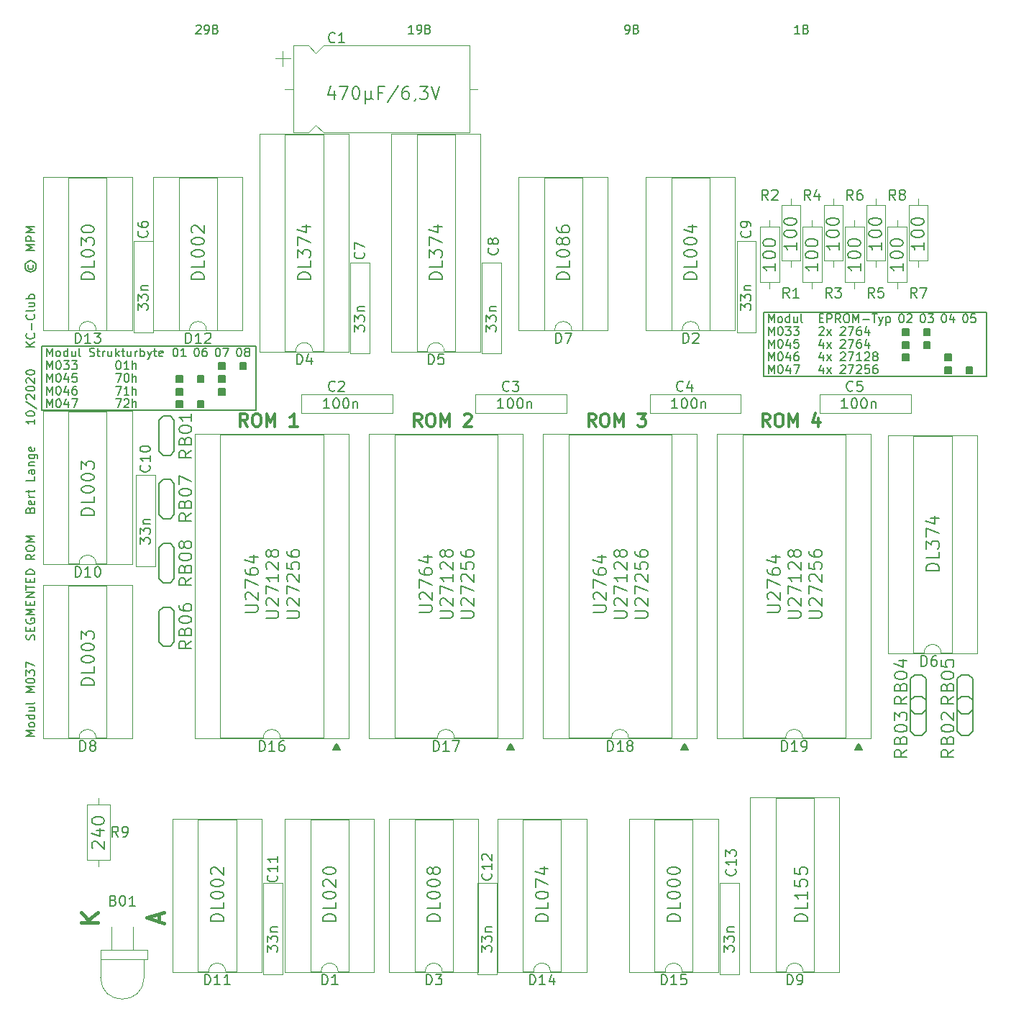
<source format=gbr>
%TF.GenerationSoftware,KiCad,Pcbnew,5.1.8*%
%TF.CreationDate,2020-11-14T22:04:03+01:00*%
%TF.ProjectId,M037,4d303337-2e6b-4696-9361-645f70636258,rev?*%
%TF.SameCoordinates,Original*%
%TF.FileFunction,Legend,Top*%
%TF.FilePolarity,Positive*%
%FSLAX46Y46*%
G04 Gerber Fmt 4.6, Leading zero omitted, Abs format (unit mm)*
G04 Created by KiCad (PCBNEW 5.1.8) date 2020-11-14 22:04:03*
%MOMM*%
%LPD*%
G01*
G04 APERTURE LIST*
%ADD10C,0.200000*%
%ADD11C,0.400000*%
%ADD12C,0.150000*%
%ADD13C,0.300000*%
%ADD14C,0.120000*%
G04 APERTURE END LIST*
D10*
X184000000Y-64250000D02*
X157750000Y-64250000D01*
X157750000Y-71750000D02*
X184000000Y-71750000D01*
X158368095Y-71452380D02*
X158368095Y-70452380D01*
X158701428Y-71166666D01*
X159034761Y-70452380D01*
X159034761Y-71452380D01*
X159701428Y-70452380D02*
X159796666Y-70452380D01*
X159891904Y-70500000D01*
X159939523Y-70547619D01*
X159987142Y-70642857D01*
X160034761Y-70833333D01*
X160034761Y-71071428D01*
X159987142Y-71261904D01*
X159939523Y-71357142D01*
X159891904Y-71404761D01*
X159796666Y-71452380D01*
X159701428Y-71452380D01*
X159606190Y-71404761D01*
X159558571Y-71357142D01*
X159510952Y-71261904D01*
X159463333Y-71071428D01*
X159463333Y-70833333D01*
X159510952Y-70642857D01*
X159558571Y-70547619D01*
X159606190Y-70500000D01*
X159701428Y-70452380D01*
X160891904Y-70785714D02*
X160891904Y-71452380D01*
X160653809Y-70404761D02*
X160415714Y-71119047D01*
X161034761Y-71119047D01*
X161320476Y-70452380D02*
X161987142Y-70452380D01*
X161558571Y-71452380D01*
X158368095Y-68452380D02*
X158368095Y-67452380D01*
X158701428Y-68166666D01*
X159034761Y-67452380D01*
X159034761Y-68452380D01*
X159701428Y-67452380D02*
X159796666Y-67452380D01*
X159891904Y-67500000D01*
X159939523Y-67547619D01*
X159987142Y-67642857D01*
X160034761Y-67833333D01*
X160034761Y-68071428D01*
X159987142Y-68261904D01*
X159939523Y-68357142D01*
X159891904Y-68404761D01*
X159796666Y-68452380D01*
X159701428Y-68452380D01*
X159606190Y-68404761D01*
X159558571Y-68357142D01*
X159510952Y-68261904D01*
X159463333Y-68071428D01*
X159463333Y-67833333D01*
X159510952Y-67642857D01*
X159558571Y-67547619D01*
X159606190Y-67500000D01*
X159701428Y-67452380D01*
X160891904Y-67785714D02*
X160891904Y-68452380D01*
X160653809Y-67404761D02*
X160415714Y-68119047D01*
X161034761Y-68119047D01*
X161891904Y-67452380D02*
X161415714Y-67452380D01*
X161368095Y-67928571D01*
X161415714Y-67880952D01*
X161510952Y-67833333D01*
X161749047Y-67833333D01*
X161844285Y-67880952D01*
X161891904Y-67928571D01*
X161939523Y-68023809D01*
X161939523Y-68261904D01*
X161891904Y-68357142D01*
X161844285Y-68404761D01*
X161749047Y-68452380D01*
X161510952Y-68452380D01*
X161415714Y-68404761D01*
X161368095Y-68357142D01*
X158368095Y-65452380D02*
X158368095Y-64452380D01*
X158701428Y-65166666D01*
X159034761Y-64452380D01*
X159034761Y-65452380D01*
X159653809Y-65452380D02*
X159558571Y-65404761D01*
X159510952Y-65357142D01*
X159463333Y-65261904D01*
X159463333Y-64976190D01*
X159510952Y-64880952D01*
X159558571Y-64833333D01*
X159653809Y-64785714D01*
X159796666Y-64785714D01*
X159891904Y-64833333D01*
X159939523Y-64880952D01*
X159987142Y-64976190D01*
X159987142Y-65261904D01*
X159939523Y-65357142D01*
X159891904Y-65404761D01*
X159796666Y-65452380D01*
X159653809Y-65452380D01*
X160844285Y-65452380D02*
X160844285Y-64452380D01*
X160844285Y-65404761D02*
X160749047Y-65452380D01*
X160558571Y-65452380D01*
X160463333Y-65404761D01*
X160415714Y-65357142D01*
X160368095Y-65261904D01*
X160368095Y-64976190D01*
X160415714Y-64880952D01*
X160463333Y-64833333D01*
X160558571Y-64785714D01*
X160749047Y-64785714D01*
X160844285Y-64833333D01*
X161749047Y-64785714D02*
X161749047Y-65452380D01*
X161320476Y-64785714D02*
X161320476Y-65309523D01*
X161368095Y-65404761D01*
X161463333Y-65452380D01*
X161606190Y-65452380D01*
X161701428Y-65404761D01*
X161749047Y-65357142D01*
X162368095Y-65452380D02*
X162272857Y-65404761D01*
X162225238Y-65309523D01*
X162225238Y-64452380D01*
X158368095Y-66952380D02*
X158368095Y-65952380D01*
X158701428Y-66666666D01*
X159034761Y-65952380D01*
X159034761Y-66952380D01*
X159701428Y-65952380D02*
X159796666Y-65952380D01*
X159891904Y-66000000D01*
X159939523Y-66047619D01*
X159987142Y-66142857D01*
X160034761Y-66333333D01*
X160034761Y-66571428D01*
X159987142Y-66761904D01*
X159939523Y-66857142D01*
X159891904Y-66904761D01*
X159796666Y-66952380D01*
X159701428Y-66952380D01*
X159606190Y-66904761D01*
X159558571Y-66857142D01*
X159510952Y-66761904D01*
X159463333Y-66571428D01*
X159463333Y-66333333D01*
X159510952Y-66142857D01*
X159558571Y-66047619D01*
X159606190Y-66000000D01*
X159701428Y-65952380D01*
X160368095Y-65952380D02*
X160987142Y-65952380D01*
X160653809Y-66333333D01*
X160796666Y-66333333D01*
X160891904Y-66380952D01*
X160939523Y-66428571D01*
X160987142Y-66523809D01*
X160987142Y-66761904D01*
X160939523Y-66857142D01*
X160891904Y-66904761D01*
X160796666Y-66952380D01*
X160510952Y-66952380D01*
X160415714Y-66904761D01*
X160368095Y-66857142D01*
X161320476Y-65952380D02*
X161939523Y-65952380D01*
X161606190Y-66333333D01*
X161749047Y-66333333D01*
X161844285Y-66380952D01*
X161891904Y-66428571D01*
X161939523Y-66523809D01*
X161939523Y-66761904D01*
X161891904Y-66857142D01*
X161844285Y-66904761D01*
X161749047Y-66952380D01*
X161463333Y-66952380D01*
X161368095Y-66904761D01*
X161320476Y-66857142D01*
X158368095Y-69952380D02*
X158368095Y-68952380D01*
X158701428Y-69666666D01*
X159034761Y-68952380D01*
X159034761Y-69952380D01*
X159701428Y-68952380D02*
X159796666Y-68952380D01*
X159891904Y-69000000D01*
X159939523Y-69047619D01*
X159987142Y-69142857D01*
X160034761Y-69333333D01*
X160034761Y-69571428D01*
X159987142Y-69761904D01*
X159939523Y-69857142D01*
X159891904Y-69904761D01*
X159796666Y-69952380D01*
X159701428Y-69952380D01*
X159606190Y-69904761D01*
X159558571Y-69857142D01*
X159510952Y-69761904D01*
X159463333Y-69571428D01*
X159463333Y-69333333D01*
X159510952Y-69142857D01*
X159558571Y-69047619D01*
X159606190Y-69000000D01*
X159701428Y-68952380D01*
X160891904Y-69285714D02*
X160891904Y-69952380D01*
X160653809Y-68904761D02*
X160415714Y-69619047D01*
X161034761Y-69619047D01*
X161844285Y-68952380D02*
X161653809Y-68952380D01*
X161558571Y-69000000D01*
X161510952Y-69047619D01*
X161415714Y-69190476D01*
X161368095Y-69380952D01*
X161368095Y-69761904D01*
X161415714Y-69857142D01*
X161463333Y-69904761D01*
X161558571Y-69952380D01*
X161749047Y-69952380D01*
X161844285Y-69904761D01*
X161891904Y-69857142D01*
X161939523Y-69761904D01*
X161939523Y-69523809D01*
X161891904Y-69428571D01*
X161844285Y-69380952D01*
X161749047Y-69333333D01*
X161558571Y-69333333D01*
X161463333Y-69380952D01*
X161415714Y-69428571D01*
X161368095Y-69523809D01*
X157750000Y-64250000D02*
X157750000Y-71750000D01*
X184000000Y-71750000D02*
X184000000Y-64250000D01*
X173976190Y-64452380D02*
X174071428Y-64452380D01*
X174166666Y-64500000D01*
X174214285Y-64547619D01*
X174261904Y-64642857D01*
X174309523Y-64833333D01*
X174309523Y-65071428D01*
X174261904Y-65261904D01*
X174214285Y-65357142D01*
X174166666Y-65404761D01*
X174071428Y-65452380D01*
X173976190Y-65452380D01*
X173880952Y-65404761D01*
X173833333Y-65357142D01*
X173785714Y-65261904D01*
X173738095Y-65071428D01*
X173738095Y-64833333D01*
X173785714Y-64642857D01*
X173833333Y-64547619D01*
X173880952Y-64500000D01*
X173976190Y-64452380D01*
X174690476Y-64547619D02*
X174738095Y-64500000D01*
X174833333Y-64452380D01*
X175071428Y-64452380D01*
X175166666Y-64500000D01*
X175214285Y-64547619D01*
X175261904Y-64642857D01*
X175261904Y-64738095D01*
X175214285Y-64880952D01*
X174642857Y-65452380D01*
X175261904Y-65452380D01*
X176642857Y-66952380D02*
X177357142Y-66476190D01*
X176642857Y-66904761D02*
X177357142Y-66428571D01*
X176642857Y-66857142D02*
X177357142Y-66380952D01*
X176642857Y-66809523D02*
X177357142Y-66333333D01*
X176642857Y-66761904D02*
X177357142Y-66285714D01*
X176642857Y-66714285D02*
X177357142Y-66238095D01*
X176642857Y-66666666D02*
X177357142Y-66190476D01*
X176642857Y-66619047D02*
X177285714Y-66190476D01*
X176642857Y-66571428D02*
X177214285Y-66190476D01*
X176642857Y-66523809D02*
X177142857Y-66190476D01*
X176642857Y-66476190D02*
X177071428Y-66190476D01*
X176642857Y-66428571D02*
X177000000Y-66190476D01*
X176642857Y-66380952D02*
X176928571Y-66190476D01*
X176642857Y-66333333D02*
X176857142Y-66190476D01*
X176642857Y-66285714D02*
X176785714Y-66190476D01*
X176642857Y-66238095D02*
X176714285Y-66190476D01*
X176714285Y-66952380D02*
X177357142Y-66523809D01*
X176785714Y-66952380D02*
X177357142Y-66571428D01*
X176857142Y-66952380D02*
X177357142Y-66619047D01*
X176928571Y-66952380D02*
X177357142Y-66666666D01*
X177000000Y-66952380D02*
X177357142Y-66714285D01*
X177071428Y-66952380D02*
X177357142Y-66761904D01*
X177142857Y-66952380D02*
X177357142Y-66809523D01*
X177214285Y-66952380D02*
X177357142Y-66857142D01*
X177285714Y-66952380D02*
X177357142Y-66904761D01*
X176642857Y-66952380D02*
X176642857Y-66190476D01*
X177357142Y-66190476D01*
X177357142Y-66952380D01*
X176642857Y-66952380D01*
X174142857Y-66952380D02*
X174857142Y-66476190D01*
X174142857Y-66904761D02*
X174857142Y-66428571D01*
X174142857Y-66857142D02*
X174857142Y-66380952D01*
X174142857Y-66809523D02*
X174857142Y-66333333D01*
X174142857Y-66761904D02*
X174857142Y-66285714D01*
X174142857Y-66714285D02*
X174857142Y-66238095D01*
X174142857Y-66666666D02*
X174857142Y-66190476D01*
X174142857Y-66619047D02*
X174785714Y-66190476D01*
X174142857Y-66571428D02*
X174714285Y-66190476D01*
X174142857Y-66523809D02*
X174642857Y-66190476D01*
X174142857Y-66476190D02*
X174571428Y-66190476D01*
X174142857Y-66428571D02*
X174500000Y-66190476D01*
X174142857Y-66380952D02*
X174428571Y-66190476D01*
X174142857Y-66333333D02*
X174357142Y-66190476D01*
X174142857Y-66285714D02*
X174285714Y-66190476D01*
X174142857Y-66238095D02*
X174214285Y-66190476D01*
X174214285Y-66952380D02*
X174857142Y-66523809D01*
X174285714Y-66952380D02*
X174857142Y-66571428D01*
X174357142Y-66952380D02*
X174857142Y-66619047D01*
X174428571Y-66952380D02*
X174857142Y-66666666D01*
X174500000Y-66952380D02*
X174857142Y-66714285D01*
X174571428Y-66952380D02*
X174857142Y-66761904D01*
X174642857Y-66952380D02*
X174857142Y-66809523D01*
X174714285Y-66952380D02*
X174857142Y-66857142D01*
X174785714Y-66952380D02*
X174857142Y-66904761D01*
X174142857Y-66952380D02*
X174142857Y-66190476D01*
X174857142Y-66190476D01*
X174857142Y-66952380D01*
X174142857Y-66952380D01*
X174142857Y-69952380D02*
X174857142Y-69476190D01*
X174142857Y-69904761D02*
X174857142Y-69428571D01*
X174142857Y-69857142D02*
X174857142Y-69380952D01*
X174142857Y-69809523D02*
X174857142Y-69333333D01*
X174142857Y-69761904D02*
X174857142Y-69285714D01*
X174142857Y-69714285D02*
X174857142Y-69238095D01*
X174142857Y-69666666D02*
X174857142Y-69190476D01*
X174142857Y-69619047D02*
X174785714Y-69190476D01*
X174142857Y-69571428D02*
X174714285Y-69190476D01*
X174142857Y-69523809D02*
X174642857Y-69190476D01*
X174142857Y-69476190D02*
X174571428Y-69190476D01*
X174142857Y-69428571D02*
X174500000Y-69190476D01*
X174142857Y-69380952D02*
X174428571Y-69190476D01*
X174142857Y-69333333D02*
X174357142Y-69190476D01*
X174142857Y-69285714D02*
X174285714Y-69190476D01*
X174142857Y-69238095D02*
X174214285Y-69190476D01*
X174214285Y-69952380D02*
X174857142Y-69523809D01*
X174285714Y-69952380D02*
X174857142Y-69571428D01*
X174357142Y-69952380D02*
X174857142Y-69619047D01*
X174428571Y-69952380D02*
X174857142Y-69666666D01*
X174500000Y-69952380D02*
X174857142Y-69714285D01*
X174571428Y-69952380D02*
X174857142Y-69761904D01*
X174642857Y-69952380D02*
X174857142Y-69809523D01*
X174714285Y-69952380D02*
X174857142Y-69857142D01*
X174785714Y-69952380D02*
X174857142Y-69904761D01*
X174142857Y-69952380D02*
X174142857Y-69190476D01*
X174857142Y-69190476D01*
X174857142Y-69952380D01*
X174142857Y-69952380D01*
X181476190Y-64452380D02*
X181571428Y-64452380D01*
X181666666Y-64500000D01*
X181714285Y-64547619D01*
X181761904Y-64642857D01*
X181809523Y-64833333D01*
X181809523Y-65071428D01*
X181761904Y-65261904D01*
X181714285Y-65357142D01*
X181666666Y-65404761D01*
X181571428Y-65452380D01*
X181476190Y-65452380D01*
X181380952Y-65404761D01*
X181333333Y-65357142D01*
X181285714Y-65261904D01*
X181238095Y-65071428D01*
X181238095Y-64833333D01*
X181285714Y-64642857D01*
X181333333Y-64547619D01*
X181380952Y-64500000D01*
X181476190Y-64452380D01*
X182714285Y-64452380D02*
X182238095Y-64452380D01*
X182190476Y-64928571D01*
X182238095Y-64880952D01*
X182333333Y-64833333D01*
X182571428Y-64833333D01*
X182666666Y-64880952D01*
X182714285Y-64928571D01*
X182761904Y-65023809D01*
X182761904Y-65261904D01*
X182714285Y-65357142D01*
X182666666Y-65404761D01*
X182571428Y-65452380D01*
X182333333Y-65452380D01*
X182238095Y-65404761D01*
X182190476Y-65357142D01*
X181642857Y-71452380D02*
X182357142Y-70976190D01*
X181642857Y-71404761D02*
X182357142Y-70928571D01*
X181642857Y-71357142D02*
X182357142Y-70880952D01*
X181642857Y-71309523D02*
X182357142Y-70833333D01*
X181642857Y-71261904D02*
X182357142Y-70785714D01*
X181642857Y-71214285D02*
X182357142Y-70738095D01*
X181642857Y-71166666D02*
X182357142Y-70690476D01*
X181642857Y-71119047D02*
X182285714Y-70690476D01*
X181642857Y-71071428D02*
X182214285Y-70690476D01*
X181642857Y-71023809D02*
X182142857Y-70690476D01*
X181642857Y-70976190D02*
X182071428Y-70690476D01*
X181642857Y-70928571D02*
X182000000Y-70690476D01*
X181642857Y-70880952D02*
X181928571Y-70690476D01*
X181642857Y-70833333D02*
X181857142Y-70690476D01*
X181642857Y-70785714D02*
X181785714Y-70690476D01*
X181642857Y-70738095D02*
X181714285Y-70690476D01*
X181714285Y-71452380D02*
X182357142Y-71023809D01*
X181785714Y-71452380D02*
X182357142Y-71071428D01*
X181857142Y-71452380D02*
X182357142Y-71119047D01*
X181928571Y-71452380D02*
X182357142Y-71166666D01*
X182000000Y-71452380D02*
X182357142Y-71214285D01*
X182071428Y-71452380D02*
X182357142Y-71261904D01*
X182142857Y-71452380D02*
X182357142Y-71309523D01*
X182214285Y-71452380D02*
X182357142Y-71357142D01*
X182285714Y-71452380D02*
X182357142Y-71404761D01*
X181642857Y-71452380D02*
X181642857Y-70690476D01*
X182357142Y-70690476D01*
X182357142Y-71452380D01*
X181642857Y-71452380D01*
X179142857Y-71452380D02*
X179857142Y-70976190D01*
X179142857Y-71404761D02*
X179857142Y-70928571D01*
X179142857Y-71357142D02*
X179857142Y-70880952D01*
X179142857Y-71309523D02*
X179857142Y-70833333D01*
X179142857Y-71261904D02*
X179857142Y-70785714D01*
X179142857Y-71214285D02*
X179857142Y-70738095D01*
X179142857Y-71166666D02*
X179857142Y-70690476D01*
X179142857Y-71119047D02*
X179785714Y-70690476D01*
X179142857Y-71071428D02*
X179714285Y-70690476D01*
X179142857Y-71023809D02*
X179642857Y-70690476D01*
X179142857Y-70976190D02*
X179571428Y-70690476D01*
X179142857Y-70928571D02*
X179500000Y-70690476D01*
X179142857Y-70880952D02*
X179428571Y-70690476D01*
X179142857Y-70833333D02*
X179357142Y-70690476D01*
X179142857Y-70785714D02*
X179285714Y-70690476D01*
X179142857Y-70738095D02*
X179214285Y-70690476D01*
X179214285Y-71452380D02*
X179857142Y-71023809D01*
X179285714Y-71452380D02*
X179857142Y-71071428D01*
X179357142Y-71452380D02*
X179857142Y-71119047D01*
X179428571Y-71452380D02*
X179857142Y-71166666D01*
X179500000Y-71452380D02*
X179857142Y-71214285D01*
X179571428Y-71452380D02*
X179857142Y-71261904D01*
X179642857Y-71452380D02*
X179857142Y-71309523D01*
X179714285Y-71452380D02*
X179857142Y-71357142D01*
X179785714Y-71452380D02*
X179857142Y-71404761D01*
X179142857Y-71452380D02*
X179142857Y-70690476D01*
X179857142Y-70690476D01*
X179857142Y-71452380D01*
X179142857Y-71452380D01*
X174142857Y-68452380D02*
X174857142Y-67976190D01*
X174142857Y-68404761D02*
X174857142Y-67928571D01*
X174142857Y-68357142D02*
X174857142Y-67880952D01*
X174142857Y-68309523D02*
X174857142Y-67833333D01*
X174142857Y-68261904D02*
X174857142Y-67785714D01*
X174142857Y-68214285D02*
X174857142Y-67738095D01*
X174142857Y-68166666D02*
X174857142Y-67690476D01*
X174142857Y-68119047D02*
X174785714Y-67690476D01*
X174142857Y-68071428D02*
X174714285Y-67690476D01*
X174142857Y-68023809D02*
X174642857Y-67690476D01*
X174142857Y-67976190D02*
X174571428Y-67690476D01*
X174142857Y-67928571D02*
X174500000Y-67690476D01*
X174142857Y-67880952D02*
X174428571Y-67690476D01*
X174142857Y-67833333D02*
X174357142Y-67690476D01*
X174142857Y-67785714D02*
X174285714Y-67690476D01*
X174142857Y-67738095D02*
X174214285Y-67690476D01*
X174214285Y-68452380D02*
X174857142Y-68023809D01*
X174285714Y-68452380D02*
X174857142Y-68071428D01*
X174357142Y-68452380D02*
X174857142Y-68119047D01*
X174428571Y-68452380D02*
X174857142Y-68166666D01*
X174500000Y-68452380D02*
X174857142Y-68214285D01*
X174571428Y-68452380D02*
X174857142Y-68261904D01*
X174642857Y-68452380D02*
X174857142Y-68309523D01*
X174714285Y-68452380D02*
X174857142Y-68357142D01*
X174785714Y-68452380D02*
X174857142Y-68404761D01*
X174142857Y-68452380D02*
X174142857Y-67690476D01*
X174857142Y-67690476D01*
X174857142Y-68452380D01*
X174142857Y-68452380D01*
X176642857Y-68452380D02*
X177357142Y-67976190D01*
X176642857Y-68404761D02*
X177357142Y-67928571D01*
X176642857Y-68357142D02*
X177357142Y-67880952D01*
X176642857Y-68309523D02*
X177357142Y-67833333D01*
X176642857Y-68261904D02*
X177357142Y-67785714D01*
X176642857Y-68214285D02*
X177357142Y-67738095D01*
X176642857Y-68166666D02*
X177357142Y-67690476D01*
X176642857Y-68119047D02*
X177285714Y-67690476D01*
X176642857Y-68071428D02*
X177214285Y-67690476D01*
X176642857Y-68023809D02*
X177142857Y-67690476D01*
X176642857Y-67976190D02*
X177071428Y-67690476D01*
X176642857Y-67928571D02*
X177000000Y-67690476D01*
X176642857Y-67880952D02*
X176928571Y-67690476D01*
X176642857Y-67833333D02*
X176857142Y-67690476D01*
X176642857Y-67785714D02*
X176785714Y-67690476D01*
X176642857Y-67738095D02*
X176714285Y-67690476D01*
X176714285Y-68452380D02*
X177357142Y-68023809D01*
X176785714Y-68452380D02*
X177357142Y-68071428D01*
X176857142Y-68452380D02*
X177357142Y-68119047D01*
X176928571Y-68452380D02*
X177357142Y-68166666D01*
X177000000Y-68452380D02*
X177357142Y-68214285D01*
X177071428Y-68452380D02*
X177357142Y-68261904D01*
X177142857Y-68452380D02*
X177357142Y-68309523D01*
X177214285Y-68452380D02*
X177357142Y-68357142D01*
X177285714Y-68452380D02*
X177357142Y-68404761D01*
X176642857Y-68452380D02*
X176642857Y-67690476D01*
X177357142Y-67690476D01*
X177357142Y-68452380D01*
X176642857Y-68452380D01*
X179142857Y-69952380D02*
X179857142Y-69476190D01*
X179142857Y-69904761D02*
X179857142Y-69428571D01*
X179142857Y-69857142D02*
X179857142Y-69380952D01*
X179142857Y-69809523D02*
X179857142Y-69333333D01*
X179142857Y-69761904D02*
X179857142Y-69285714D01*
X179142857Y-69714285D02*
X179857142Y-69238095D01*
X179142857Y-69666666D02*
X179857142Y-69190476D01*
X179142857Y-69619047D02*
X179785714Y-69190476D01*
X179142857Y-69571428D02*
X179714285Y-69190476D01*
X179142857Y-69523809D02*
X179642857Y-69190476D01*
X179142857Y-69476190D02*
X179571428Y-69190476D01*
X179142857Y-69428571D02*
X179500000Y-69190476D01*
X179142857Y-69380952D02*
X179428571Y-69190476D01*
X179142857Y-69333333D02*
X179357142Y-69190476D01*
X179142857Y-69285714D02*
X179285714Y-69190476D01*
X179142857Y-69238095D02*
X179214285Y-69190476D01*
X179214285Y-69952380D02*
X179857142Y-69523809D01*
X179285714Y-69952380D02*
X179857142Y-69571428D01*
X179357142Y-69952380D02*
X179857142Y-69619047D01*
X179428571Y-69952380D02*
X179857142Y-69666666D01*
X179500000Y-69952380D02*
X179857142Y-69714285D01*
X179571428Y-69952380D02*
X179857142Y-69761904D01*
X179642857Y-69952380D02*
X179857142Y-69809523D01*
X179714285Y-69952380D02*
X179857142Y-69857142D01*
X179785714Y-69952380D02*
X179857142Y-69904761D01*
X179142857Y-69952380D02*
X179142857Y-69190476D01*
X179857142Y-69190476D01*
X179857142Y-69952380D01*
X179142857Y-69952380D01*
X178976190Y-64452380D02*
X179071428Y-64452380D01*
X179166666Y-64500000D01*
X179214285Y-64547619D01*
X179261904Y-64642857D01*
X179309523Y-64833333D01*
X179309523Y-65071428D01*
X179261904Y-65261904D01*
X179214285Y-65357142D01*
X179166666Y-65404761D01*
X179071428Y-65452380D01*
X178976190Y-65452380D01*
X178880952Y-65404761D01*
X178833333Y-65357142D01*
X178785714Y-65261904D01*
X178738095Y-65071428D01*
X178738095Y-64833333D01*
X178785714Y-64642857D01*
X178833333Y-64547619D01*
X178880952Y-64500000D01*
X178976190Y-64452380D01*
X180166666Y-64785714D02*
X180166666Y-65452380D01*
X179928571Y-64404761D02*
X179690476Y-65119047D01*
X180309523Y-65119047D01*
X176476190Y-64452380D02*
X176571428Y-64452380D01*
X176666666Y-64500000D01*
X176714285Y-64547619D01*
X176761904Y-64642857D01*
X176809523Y-64833333D01*
X176809523Y-65071428D01*
X176761904Y-65261904D01*
X176714285Y-65357142D01*
X176666666Y-65404761D01*
X176571428Y-65452380D01*
X176476190Y-65452380D01*
X176380952Y-65404761D01*
X176333333Y-65357142D01*
X176285714Y-65261904D01*
X176238095Y-65071428D01*
X176238095Y-64833333D01*
X176285714Y-64642857D01*
X176333333Y-64547619D01*
X176380952Y-64500000D01*
X176476190Y-64452380D01*
X177142857Y-64452380D02*
X177761904Y-64452380D01*
X177428571Y-64833333D01*
X177571428Y-64833333D01*
X177666666Y-64880952D01*
X177714285Y-64928571D01*
X177761904Y-65023809D01*
X177761904Y-65261904D01*
X177714285Y-65357142D01*
X177666666Y-65404761D01*
X177571428Y-65452380D01*
X177285714Y-65452380D01*
X177190476Y-65404761D01*
X177142857Y-65357142D01*
X78416666Y-69404761D02*
X78559523Y-69452380D01*
X78797619Y-69452380D01*
X78892857Y-69404761D01*
X78940476Y-69357142D01*
X78988095Y-69261904D01*
X78988095Y-69166666D01*
X78940476Y-69071428D01*
X78892857Y-69023809D01*
X78797619Y-68976190D01*
X78607142Y-68928571D01*
X78511904Y-68880952D01*
X78464285Y-68833333D01*
X78416666Y-68738095D01*
X78416666Y-68642857D01*
X78464285Y-68547619D01*
X78511904Y-68500000D01*
X78607142Y-68452380D01*
X78845238Y-68452380D01*
X78988095Y-68500000D01*
X79273809Y-68785714D02*
X79654761Y-68785714D01*
X79416666Y-68452380D02*
X79416666Y-69309523D01*
X79464285Y-69404761D01*
X79559523Y-69452380D01*
X79654761Y-69452380D01*
X79988095Y-69452380D02*
X79988095Y-68785714D01*
X79988095Y-68976190D02*
X80035714Y-68880952D01*
X80083333Y-68833333D01*
X80178571Y-68785714D01*
X80273809Y-68785714D01*
X81035714Y-68785714D02*
X81035714Y-69452380D01*
X80607142Y-68785714D02*
X80607142Y-69309523D01*
X80654761Y-69404761D01*
X80750000Y-69452380D01*
X80892857Y-69452380D01*
X80988095Y-69404761D01*
X81035714Y-69357142D01*
X81511904Y-69452380D02*
X81511904Y-68452380D01*
X81607142Y-69071428D02*
X81892857Y-69452380D01*
X81892857Y-68785714D02*
X81511904Y-69166666D01*
X82178571Y-68785714D02*
X82559523Y-68785714D01*
X82321428Y-68452380D02*
X82321428Y-69309523D01*
X82369047Y-69404761D01*
X82464285Y-69452380D01*
X82559523Y-69452380D01*
X83321428Y-68785714D02*
X83321428Y-69452380D01*
X82892857Y-68785714D02*
X82892857Y-69309523D01*
X82940476Y-69404761D01*
X83035714Y-69452380D01*
X83178571Y-69452380D01*
X83273809Y-69404761D01*
X83321428Y-69357142D01*
X83797619Y-69452380D02*
X83797619Y-68785714D01*
X83797619Y-68976190D02*
X83845238Y-68880952D01*
X83892857Y-68833333D01*
X83988095Y-68785714D01*
X84083333Y-68785714D01*
X84416666Y-69452380D02*
X84416666Y-68452380D01*
X84416666Y-68833333D02*
X84511904Y-68785714D01*
X84702380Y-68785714D01*
X84797619Y-68833333D01*
X84845238Y-68880952D01*
X84892857Y-68976190D01*
X84892857Y-69261904D01*
X84845238Y-69357142D01*
X84797619Y-69404761D01*
X84702380Y-69452380D01*
X84511904Y-69452380D01*
X84416666Y-69404761D01*
X85226190Y-68785714D02*
X85464285Y-69452380D01*
X85702380Y-68785714D02*
X85464285Y-69452380D01*
X85369047Y-69690476D01*
X85321428Y-69738095D01*
X85226190Y-69785714D01*
X85940476Y-68785714D02*
X86321428Y-68785714D01*
X86083333Y-68452380D02*
X86083333Y-69309523D01*
X86130952Y-69404761D01*
X86226190Y-69452380D01*
X86321428Y-69452380D01*
X87035714Y-69404761D02*
X86940476Y-69452380D01*
X86750000Y-69452380D01*
X86654761Y-69404761D01*
X86607142Y-69309523D01*
X86607142Y-68928571D01*
X86654761Y-68833333D01*
X86750000Y-68785714D01*
X86940476Y-68785714D01*
X87035714Y-68833333D01*
X87083333Y-68928571D01*
X87083333Y-69023809D01*
X86607142Y-69119047D01*
X81773809Y-69952380D02*
X81869047Y-69952380D01*
X81964285Y-70000000D01*
X82011904Y-70047619D01*
X82059523Y-70142857D01*
X82107142Y-70333333D01*
X82107142Y-70571428D01*
X82059523Y-70761904D01*
X82011904Y-70857142D01*
X81964285Y-70904761D01*
X81869047Y-70952380D01*
X81773809Y-70952380D01*
X81678571Y-70904761D01*
X81630952Y-70857142D01*
X81583333Y-70761904D01*
X81535714Y-70571428D01*
X81535714Y-70333333D01*
X81583333Y-70142857D01*
X81630952Y-70047619D01*
X81678571Y-70000000D01*
X81773809Y-69952380D01*
X83059523Y-70952380D02*
X82488095Y-70952380D01*
X82773809Y-70952380D02*
X82773809Y-69952380D01*
X82678571Y-70095238D01*
X82583333Y-70190476D01*
X82488095Y-70238095D01*
X83488095Y-70952380D02*
X83488095Y-69952380D01*
X83916666Y-70952380D02*
X83916666Y-70428571D01*
X83869047Y-70333333D01*
X83773809Y-70285714D01*
X83630952Y-70285714D01*
X83535714Y-70333333D01*
X83488095Y-70380952D01*
X81488095Y-71452380D02*
X82154761Y-71452380D01*
X81726190Y-72452380D01*
X82726190Y-71452380D02*
X82821428Y-71452380D01*
X82916666Y-71500000D01*
X82964285Y-71547619D01*
X83011904Y-71642857D01*
X83059523Y-71833333D01*
X83059523Y-72071428D01*
X83011904Y-72261904D01*
X82964285Y-72357142D01*
X82916666Y-72404761D01*
X82821428Y-72452380D01*
X82726190Y-72452380D01*
X82630952Y-72404761D01*
X82583333Y-72357142D01*
X82535714Y-72261904D01*
X82488095Y-72071428D01*
X82488095Y-71833333D01*
X82535714Y-71642857D01*
X82583333Y-71547619D01*
X82630952Y-71500000D01*
X82726190Y-71452380D01*
X83488095Y-72452380D02*
X83488095Y-71452380D01*
X83916666Y-72452380D02*
X83916666Y-71928571D01*
X83869047Y-71833333D01*
X83773809Y-71785714D01*
X83630952Y-71785714D01*
X83535714Y-71833333D01*
X83488095Y-71880952D01*
X81488095Y-72952380D02*
X82154761Y-72952380D01*
X81726190Y-73952380D01*
X83059523Y-73952380D02*
X82488095Y-73952380D01*
X82773809Y-73952380D02*
X82773809Y-72952380D01*
X82678571Y-73095238D01*
X82583333Y-73190476D01*
X82488095Y-73238095D01*
X83488095Y-73952380D02*
X83488095Y-72952380D01*
X83916666Y-73952380D02*
X83916666Y-73428571D01*
X83869047Y-73333333D01*
X83773809Y-73285714D01*
X83630952Y-73285714D01*
X83535714Y-73333333D01*
X83488095Y-73380952D01*
X81488095Y-74452380D02*
X82154761Y-74452380D01*
X81726190Y-75452380D01*
X82488095Y-74547619D02*
X82535714Y-74500000D01*
X82630952Y-74452380D01*
X82869047Y-74452380D01*
X82964285Y-74500000D01*
X83011904Y-74547619D01*
X83059523Y-74642857D01*
X83059523Y-74738095D01*
X83011904Y-74880952D01*
X82440476Y-75452380D01*
X83059523Y-75452380D01*
X83488095Y-75452380D02*
X83488095Y-74452380D01*
X83916666Y-75452380D02*
X83916666Y-74928571D01*
X83869047Y-74833333D01*
X83773809Y-74785714D01*
X83630952Y-74785714D01*
X83535714Y-74833333D01*
X83488095Y-74880952D01*
X73368095Y-75452380D02*
X73368095Y-74452380D01*
X73701428Y-75166666D01*
X74034761Y-74452380D01*
X74034761Y-75452380D01*
X74701428Y-74452380D02*
X74796666Y-74452380D01*
X74891904Y-74500000D01*
X74939523Y-74547619D01*
X74987142Y-74642857D01*
X75034761Y-74833333D01*
X75034761Y-75071428D01*
X74987142Y-75261904D01*
X74939523Y-75357142D01*
X74891904Y-75404761D01*
X74796666Y-75452380D01*
X74701428Y-75452380D01*
X74606190Y-75404761D01*
X74558571Y-75357142D01*
X74510952Y-75261904D01*
X74463333Y-75071428D01*
X74463333Y-74833333D01*
X74510952Y-74642857D01*
X74558571Y-74547619D01*
X74606190Y-74500000D01*
X74701428Y-74452380D01*
X75891904Y-74785714D02*
X75891904Y-75452380D01*
X75653809Y-74404761D02*
X75415714Y-75119047D01*
X76034761Y-75119047D01*
X76320476Y-74452380D02*
X76987142Y-74452380D01*
X76558571Y-75452380D01*
X73368095Y-72452380D02*
X73368095Y-71452380D01*
X73701428Y-72166666D01*
X74034761Y-71452380D01*
X74034761Y-72452380D01*
X74701428Y-71452380D02*
X74796666Y-71452380D01*
X74891904Y-71500000D01*
X74939523Y-71547619D01*
X74987142Y-71642857D01*
X75034761Y-71833333D01*
X75034761Y-72071428D01*
X74987142Y-72261904D01*
X74939523Y-72357142D01*
X74891904Y-72404761D01*
X74796666Y-72452380D01*
X74701428Y-72452380D01*
X74606190Y-72404761D01*
X74558571Y-72357142D01*
X74510952Y-72261904D01*
X74463333Y-72071428D01*
X74463333Y-71833333D01*
X74510952Y-71642857D01*
X74558571Y-71547619D01*
X74606190Y-71500000D01*
X74701428Y-71452380D01*
X75891904Y-71785714D02*
X75891904Y-72452380D01*
X75653809Y-71404761D02*
X75415714Y-72119047D01*
X76034761Y-72119047D01*
X76891904Y-71452380D02*
X76415714Y-71452380D01*
X76368095Y-71928571D01*
X76415714Y-71880952D01*
X76510952Y-71833333D01*
X76749047Y-71833333D01*
X76844285Y-71880952D01*
X76891904Y-71928571D01*
X76939523Y-72023809D01*
X76939523Y-72261904D01*
X76891904Y-72357142D01*
X76844285Y-72404761D01*
X76749047Y-72452380D01*
X76510952Y-72452380D01*
X76415714Y-72404761D01*
X76368095Y-72357142D01*
X73368095Y-69452380D02*
X73368095Y-68452380D01*
X73701428Y-69166666D01*
X74034761Y-68452380D01*
X74034761Y-69452380D01*
X74653809Y-69452380D02*
X74558571Y-69404761D01*
X74510952Y-69357142D01*
X74463333Y-69261904D01*
X74463333Y-68976190D01*
X74510952Y-68880952D01*
X74558571Y-68833333D01*
X74653809Y-68785714D01*
X74796666Y-68785714D01*
X74891904Y-68833333D01*
X74939523Y-68880952D01*
X74987142Y-68976190D01*
X74987142Y-69261904D01*
X74939523Y-69357142D01*
X74891904Y-69404761D01*
X74796666Y-69452380D01*
X74653809Y-69452380D01*
X75844285Y-69452380D02*
X75844285Y-68452380D01*
X75844285Y-69404761D02*
X75749047Y-69452380D01*
X75558571Y-69452380D01*
X75463333Y-69404761D01*
X75415714Y-69357142D01*
X75368095Y-69261904D01*
X75368095Y-68976190D01*
X75415714Y-68880952D01*
X75463333Y-68833333D01*
X75558571Y-68785714D01*
X75749047Y-68785714D01*
X75844285Y-68833333D01*
X76749047Y-68785714D02*
X76749047Y-69452380D01*
X76320476Y-68785714D02*
X76320476Y-69309523D01*
X76368095Y-69404761D01*
X76463333Y-69452380D01*
X76606190Y-69452380D01*
X76701428Y-69404761D01*
X76749047Y-69357142D01*
X77368095Y-69452380D02*
X77272857Y-69404761D01*
X77225238Y-69309523D01*
X77225238Y-68452380D01*
X73368095Y-70952380D02*
X73368095Y-69952380D01*
X73701428Y-70666666D01*
X74034761Y-69952380D01*
X74034761Y-70952380D01*
X74701428Y-69952380D02*
X74796666Y-69952380D01*
X74891904Y-70000000D01*
X74939523Y-70047619D01*
X74987142Y-70142857D01*
X75034761Y-70333333D01*
X75034761Y-70571428D01*
X74987142Y-70761904D01*
X74939523Y-70857142D01*
X74891904Y-70904761D01*
X74796666Y-70952380D01*
X74701428Y-70952380D01*
X74606190Y-70904761D01*
X74558571Y-70857142D01*
X74510952Y-70761904D01*
X74463333Y-70571428D01*
X74463333Y-70333333D01*
X74510952Y-70142857D01*
X74558571Y-70047619D01*
X74606190Y-70000000D01*
X74701428Y-69952380D01*
X75368095Y-69952380D02*
X75987142Y-69952380D01*
X75653809Y-70333333D01*
X75796666Y-70333333D01*
X75891904Y-70380952D01*
X75939523Y-70428571D01*
X75987142Y-70523809D01*
X75987142Y-70761904D01*
X75939523Y-70857142D01*
X75891904Y-70904761D01*
X75796666Y-70952380D01*
X75510952Y-70952380D01*
X75415714Y-70904761D01*
X75368095Y-70857142D01*
X76320476Y-69952380D02*
X76939523Y-69952380D01*
X76606190Y-70333333D01*
X76749047Y-70333333D01*
X76844285Y-70380952D01*
X76891904Y-70428571D01*
X76939523Y-70523809D01*
X76939523Y-70761904D01*
X76891904Y-70857142D01*
X76844285Y-70904761D01*
X76749047Y-70952380D01*
X76463333Y-70952380D01*
X76368095Y-70904761D01*
X76320476Y-70857142D01*
X73368095Y-73952380D02*
X73368095Y-72952380D01*
X73701428Y-73666666D01*
X74034761Y-72952380D01*
X74034761Y-73952380D01*
X74701428Y-72952380D02*
X74796666Y-72952380D01*
X74891904Y-73000000D01*
X74939523Y-73047619D01*
X74987142Y-73142857D01*
X75034761Y-73333333D01*
X75034761Y-73571428D01*
X74987142Y-73761904D01*
X74939523Y-73857142D01*
X74891904Y-73904761D01*
X74796666Y-73952380D01*
X74701428Y-73952380D01*
X74606190Y-73904761D01*
X74558571Y-73857142D01*
X74510952Y-73761904D01*
X74463333Y-73571428D01*
X74463333Y-73333333D01*
X74510952Y-73142857D01*
X74558571Y-73047619D01*
X74606190Y-73000000D01*
X74701428Y-72952380D01*
X75891904Y-73285714D02*
X75891904Y-73952380D01*
X75653809Y-72904761D02*
X75415714Y-73619047D01*
X76034761Y-73619047D01*
X76844285Y-72952380D02*
X76653809Y-72952380D01*
X76558571Y-73000000D01*
X76510952Y-73047619D01*
X76415714Y-73190476D01*
X76368095Y-73380952D01*
X76368095Y-73761904D01*
X76415714Y-73857142D01*
X76463333Y-73904761D01*
X76558571Y-73952380D01*
X76749047Y-73952380D01*
X76844285Y-73904761D01*
X76891904Y-73857142D01*
X76939523Y-73761904D01*
X76939523Y-73523809D01*
X76891904Y-73428571D01*
X76844285Y-73380952D01*
X76749047Y-73333333D01*
X76558571Y-73333333D01*
X76463333Y-73380952D01*
X76415714Y-73428571D01*
X76368095Y-73523809D01*
X88642857Y-75452380D02*
X89357142Y-74976190D01*
X88642857Y-75404761D02*
X89357142Y-74928571D01*
X88642857Y-75357142D02*
X89357142Y-74880952D01*
X88642857Y-75309523D02*
X89357142Y-74833333D01*
X88642857Y-75261904D02*
X89357142Y-74785714D01*
X88642857Y-75214285D02*
X89357142Y-74738095D01*
X88642857Y-75166666D02*
X89357142Y-74690476D01*
X88642857Y-75119047D02*
X89285714Y-74690476D01*
X88642857Y-75071428D02*
X89214285Y-74690476D01*
X88642857Y-75023809D02*
X89142857Y-74690476D01*
X88642857Y-74976190D02*
X89071428Y-74690476D01*
X88642857Y-74928571D02*
X89000000Y-74690476D01*
X88642857Y-74880952D02*
X88928571Y-74690476D01*
X88642857Y-74833333D02*
X88857142Y-74690476D01*
X88642857Y-74785714D02*
X88785714Y-74690476D01*
X88642857Y-74738095D02*
X88714285Y-74690476D01*
X88714285Y-75452380D02*
X89357142Y-75023809D01*
X88785714Y-75452380D02*
X89357142Y-75071428D01*
X88857142Y-75452380D02*
X89357142Y-75119047D01*
X88928571Y-75452380D02*
X89357142Y-75166666D01*
X89000000Y-75452380D02*
X89357142Y-75214285D01*
X89071428Y-75452380D02*
X89357142Y-75261904D01*
X89142857Y-75452380D02*
X89357142Y-75309523D01*
X89214285Y-75452380D02*
X89357142Y-75357142D01*
X89285714Y-75452380D02*
X89357142Y-75404761D01*
X88642857Y-75452380D02*
X88642857Y-74690476D01*
X89357142Y-74690476D01*
X89357142Y-75452380D01*
X88642857Y-75452380D01*
X88642857Y-72452380D02*
X89357142Y-71976190D01*
X88642857Y-72404761D02*
X89357142Y-71928571D01*
X88642857Y-72357142D02*
X89357142Y-71880952D01*
X88642857Y-72309523D02*
X89357142Y-71833333D01*
X88642857Y-72261904D02*
X89357142Y-71785714D01*
X88642857Y-72214285D02*
X89357142Y-71738095D01*
X88642857Y-72166666D02*
X89357142Y-71690476D01*
X88642857Y-72119047D02*
X89285714Y-71690476D01*
X88642857Y-72071428D02*
X89214285Y-71690476D01*
X88642857Y-72023809D02*
X89142857Y-71690476D01*
X88642857Y-71976190D02*
X89071428Y-71690476D01*
X88642857Y-71928571D02*
X89000000Y-71690476D01*
X88642857Y-71880952D02*
X88928571Y-71690476D01*
X88642857Y-71833333D02*
X88857142Y-71690476D01*
X88642857Y-71785714D02*
X88785714Y-71690476D01*
X88642857Y-71738095D02*
X88714285Y-71690476D01*
X88714285Y-72452380D02*
X89357142Y-72023809D01*
X88785714Y-72452380D02*
X89357142Y-72071428D01*
X88857142Y-72452380D02*
X89357142Y-72119047D01*
X88928571Y-72452380D02*
X89357142Y-72166666D01*
X89000000Y-72452380D02*
X89357142Y-72214285D01*
X89071428Y-72452380D02*
X89357142Y-72261904D01*
X89142857Y-72452380D02*
X89357142Y-72309523D01*
X89214285Y-72452380D02*
X89357142Y-72357142D01*
X89285714Y-72452380D02*
X89357142Y-72404761D01*
X88642857Y-72452380D02*
X88642857Y-71690476D01*
X89357142Y-71690476D01*
X89357142Y-72452380D01*
X88642857Y-72452380D01*
X88476190Y-68452380D02*
X88571428Y-68452380D01*
X88666666Y-68500000D01*
X88714285Y-68547619D01*
X88761904Y-68642857D01*
X88809523Y-68833333D01*
X88809523Y-69071428D01*
X88761904Y-69261904D01*
X88714285Y-69357142D01*
X88666666Y-69404761D01*
X88571428Y-69452380D01*
X88476190Y-69452380D01*
X88380952Y-69404761D01*
X88333333Y-69357142D01*
X88285714Y-69261904D01*
X88238095Y-69071428D01*
X88238095Y-68833333D01*
X88285714Y-68642857D01*
X88333333Y-68547619D01*
X88380952Y-68500000D01*
X88476190Y-68452380D01*
X89761904Y-69452380D02*
X89190476Y-69452380D01*
X89476190Y-69452380D02*
X89476190Y-68452380D01*
X89380952Y-68595238D01*
X89285714Y-68690476D01*
X89190476Y-68738095D01*
X88642857Y-73952380D02*
X89357142Y-73476190D01*
X88642857Y-73904761D02*
X89357142Y-73428571D01*
X88642857Y-73857142D02*
X89357142Y-73380952D01*
X88642857Y-73809523D02*
X89357142Y-73333333D01*
X88642857Y-73761904D02*
X89357142Y-73285714D01*
X88642857Y-73714285D02*
X89357142Y-73238095D01*
X88642857Y-73666666D02*
X89357142Y-73190476D01*
X88642857Y-73619047D02*
X89285714Y-73190476D01*
X88642857Y-73571428D02*
X89214285Y-73190476D01*
X88642857Y-73523809D02*
X89142857Y-73190476D01*
X88642857Y-73476190D02*
X89071428Y-73190476D01*
X88642857Y-73428571D02*
X89000000Y-73190476D01*
X88642857Y-73380952D02*
X88928571Y-73190476D01*
X88642857Y-73333333D02*
X88857142Y-73190476D01*
X88642857Y-73285714D02*
X88785714Y-73190476D01*
X88642857Y-73238095D02*
X88714285Y-73190476D01*
X88714285Y-73952380D02*
X89357142Y-73523809D01*
X88785714Y-73952380D02*
X89357142Y-73571428D01*
X88857142Y-73952380D02*
X89357142Y-73619047D01*
X88928571Y-73952380D02*
X89357142Y-73666666D01*
X89000000Y-73952380D02*
X89357142Y-73714285D01*
X89071428Y-73952380D02*
X89357142Y-73761904D01*
X89142857Y-73952380D02*
X89357142Y-73809523D01*
X89214285Y-73952380D02*
X89357142Y-73857142D01*
X89285714Y-73952380D02*
X89357142Y-73904761D01*
X88642857Y-73952380D02*
X88642857Y-73190476D01*
X89357142Y-73190476D01*
X89357142Y-73952380D01*
X88642857Y-73952380D01*
X90976190Y-68452380D02*
X91071428Y-68452380D01*
X91166666Y-68500000D01*
X91214285Y-68547619D01*
X91261904Y-68642857D01*
X91309523Y-68833333D01*
X91309523Y-69071428D01*
X91261904Y-69261904D01*
X91214285Y-69357142D01*
X91166666Y-69404761D01*
X91071428Y-69452380D01*
X90976190Y-69452380D01*
X90880952Y-69404761D01*
X90833333Y-69357142D01*
X90785714Y-69261904D01*
X90738095Y-69071428D01*
X90738095Y-68833333D01*
X90785714Y-68642857D01*
X90833333Y-68547619D01*
X90880952Y-68500000D01*
X90976190Y-68452380D01*
X92166666Y-68452380D02*
X91976190Y-68452380D01*
X91880952Y-68500000D01*
X91833333Y-68547619D01*
X91738095Y-68690476D01*
X91690476Y-68880952D01*
X91690476Y-69261904D01*
X91738095Y-69357142D01*
X91785714Y-69404761D01*
X91880952Y-69452380D01*
X92071428Y-69452380D01*
X92166666Y-69404761D01*
X92214285Y-69357142D01*
X92261904Y-69261904D01*
X92261904Y-69023809D01*
X92214285Y-68928571D01*
X92166666Y-68880952D01*
X92071428Y-68833333D01*
X91880952Y-68833333D01*
X91785714Y-68880952D01*
X91738095Y-68928571D01*
X91690476Y-69023809D01*
X91142857Y-72452380D02*
X91857142Y-71976190D01*
X91142857Y-72404761D02*
X91857142Y-71928571D01*
X91142857Y-72357142D02*
X91857142Y-71880952D01*
X91142857Y-72309523D02*
X91857142Y-71833333D01*
X91142857Y-72261904D02*
X91857142Y-71785714D01*
X91142857Y-72214285D02*
X91857142Y-71738095D01*
X91142857Y-72166666D02*
X91857142Y-71690476D01*
X91142857Y-72119047D02*
X91785714Y-71690476D01*
X91142857Y-72071428D02*
X91714285Y-71690476D01*
X91142857Y-72023809D02*
X91642857Y-71690476D01*
X91142857Y-71976190D02*
X91571428Y-71690476D01*
X91142857Y-71928571D02*
X91500000Y-71690476D01*
X91142857Y-71880952D02*
X91428571Y-71690476D01*
X91142857Y-71833333D02*
X91357142Y-71690476D01*
X91142857Y-71785714D02*
X91285714Y-71690476D01*
X91142857Y-71738095D02*
X91214285Y-71690476D01*
X91214285Y-72452380D02*
X91857142Y-72023809D01*
X91285714Y-72452380D02*
X91857142Y-72071428D01*
X91357142Y-72452380D02*
X91857142Y-72119047D01*
X91428571Y-72452380D02*
X91857142Y-72166666D01*
X91500000Y-72452380D02*
X91857142Y-72214285D01*
X91571428Y-72452380D02*
X91857142Y-72261904D01*
X91642857Y-72452380D02*
X91857142Y-72309523D01*
X91714285Y-72452380D02*
X91857142Y-72357142D01*
X91785714Y-72452380D02*
X91857142Y-72404761D01*
X91142857Y-72452380D02*
X91142857Y-71690476D01*
X91857142Y-71690476D01*
X91857142Y-72452380D01*
X91142857Y-72452380D01*
X91142857Y-75452380D02*
X91857142Y-74976190D01*
X91142857Y-75404761D02*
X91857142Y-74928571D01*
X91142857Y-75357142D02*
X91857142Y-74880952D01*
X91142857Y-75309523D02*
X91857142Y-74833333D01*
X91142857Y-75261904D02*
X91857142Y-74785714D01*
X91142857Y-75214285D02*
X91857142Y-74738095D01*
X91142857Y-75166666D02*
X91857142Y-74690476D01*
X91142857Y-75119047D02*
X91785714Y-74690476D01*
X91142857Y-75071428D02*
X91714285Y-74690476D01*
X91142857Y-75023809D02*
X91642857Y-74690476D01*
X91142857Y-74976190D02*
X91571428Y-74690476D01*
X91142857Y-74928571D02*
X91500000Y-74690476D01*
X91142857Y-74880952D02*
X91428571Y-74690476D01*
X91142857Y-74833333D02*
X91357142Y-74690476D01*
X91142857Y-74785714D02*
X91285714Y-74690476D01*
X91142857Y-74738095D02*
X91214285Y-74690476D01*
X91214285Y-75452380D02*
X91857142Y-75023809D01*
X91285714Y-75452380D02*
X91857142Y-75071428D01*
X91357142Y-75452380D02*
X91857142Y-75119047D01*
X91428571Y-75452380D02*
X91857142Y-75166666D01*
X91500000Y-75452380D02*
X91857142Y-75214285D01*
X91571428Y-75452380D02*
X91857142Y-75261904D01*
X91642857Y-75452380D02*
X91857142Y-75309523D01*
X91714285Y-75452380D02*
X91857142Y-75357142D01*
X91785714Y-75452380D02*
X91857142Y-75404761D01*
X91142857Y-75452380D02*
X91142857Y-74690476D01*
X91857142Y-74690476D01*
X91857142Y-75452380D01*
X91142857Y-75452380D01*
X93476190Y-68452380D02*
X93571428Y-68452380D01*
X93666666Y-68500000D01*
X93714285Y-68547619D01*
X93761904Y-68642857D01*
X93809523Y-68833333D01*
X93809523Y-69071428D01*
X93761904Y-69261904D01*
X93714285Y-69357142D01*
X93666666Y-69404761D01*
X93571428Y-69452380D01*
X93476190Y-69452380D01*
X93380952Y-69404761D01*
X93333333Y-69357142D01*
X93285714Y-69261904D01*
X93238095Y-69071428D01*
X93238095Y-68833333D01*
X93285714Y-68642857D01*
X93333333Y-68547619D01*
X93380952Y-68500000D01*
X93476190Y-68452380D01*
X94142857Y-68452380D02*
X94809523Y-68452380D01*
X94380952Y-69452380D01*
X93642857Y-70952380D02*
X94357142Y-70476190D01*
X93642857Y-70904761D02*
X94357142Y-70428571D01*
X93642857Y-70857142D02*
X94357142Y-70380952D01*
X93642857Y-70809523D02*
X94357142Y-70333333D01*
X93642857Y-70761904D02*
X94357142Y-70285714D01*
X93642857Y-70714285D02*
X94357142Y-70238095D01*
X93642857Y-70666666D02*
X94357142Y-70190476D01*
X93642857Y-70619047D02*
X94285714Y-70190476D01*
X93642857Y-70571428D02*
X94214285Y-70190476D01*
X93642857Y-70523809D02*
X94142857Y-70190476D01*
X93642857Y-70476190D02*
X94071428Y-70190476D01*
X93642857Y-70428571D02*
X94000000Y-70190476D01*
X93642857Y-70380952D02*
X93928571Y-70190476D01*
X93642857Y-70333333D02*
X93857142Y-70190476D01*
X93642857Y-70285714D02*
X93785714Y-70190476D01*
X93642857Y-70238095D02*
X93714285Y-70190476D01*
X93714285Y-70952380D02*
X94357142Y-70523809D01*
X93785714Y-70952380D02*
X94357142Y-70571428D01*
X93857142Y-70952380D02*
X94357142Y-70619047D01*
X93928571Y-70952380D02*
X94357142Y-70666666D01*
X94000000Y-70952380D02*
X94357142Y-70714285D01*
X94071428Y-70952380D02*
X94357142Y-70761904D01*
X94142857Y-70952380D02*
X94357142Y-70809523D01*
X94214285Y-70952380D02*
X94357142Y-70857142D01*
X94285714Y-70952380D02*
X94357142Y-70904761D01*
X93642857Y-70952380D02*
X93642857Y-70190476D01*
X94357142Y-70190476D01*
X94357142Y-70952380D01*
X93642857Y-70952380D01*
X93642857Y-73952380D02*
X94357142Y-73476190D01*
X93642857Y-73904761D02*
X94357142Y-73428571D01*
X93642857Y-73857142D02*
X94357142Y-73380952D01*
X93642857Y-73809523D02*
X94357142Y-73333333D01*
X93642857Y-73761904D02*
X94357142Y-73285714D01*
X93642857Y-73714285D02*
X94357142Y-73238095D01*
X93642857Y-73666666D02*
X94357142Y-73190476D01*
X93642857Y-73619047D02*
X94285714Y-73190476D01*
X93642857Y-73571428D02*
X94214285Y-73190476D01*
X93642857Y-73523809D02*
X94142857Y-73190476D01*
X93642857Y-73476190D02*
X94071428Y-73190476D01*
X93642857Y-73428571D02*
X94000000Y-73190476D01*
X93642857Y-73380952D02*
X93928571Y-73190476D01*
X93642857Y-73333333D02*
X93857142Y-73190476D01*
X93642857Y-73285714D02*
X93785714Y-73190476D01*
X93642857Y-73238095D02*
X93714285Y-73190476D01*
X93714285Y-73952380D02*
X94357142Y-73523809D01*
X93785714Y-73952380D02*
X94357142Y-73571428D01*
X93857142Y-73952380D02*
X94357142Y-73619047D01*
X93928571Y-73952380D02*
X94357142Y-73666666D01*
X94000000Y-73952380D02*
X94357142Y-73714285D01*
X94071428Y-73952380D02*
X94357142Y-73761904D01*
X94142857Y-73952380D02*
X94357142Y-73809523D01*
X94214285Y-73952380D02*
X94357142Y-73857142D01*
X94285714Y-73952380D02*
X94357142Y-73904761D01*
X93642857Y-73952380D02*
X93642857Y-73190476D01*
X94357142Y-73190476D01*
X94357142Y-73952380D01*
X93642857Y-73952380D01*
X93642857Y-72452380D02*
X94357142Y-71976190D01*
X93642857Y-72404761D02*
X94357142Y-71928571D01*
X93642857Y-72357142D02*
X94357142Y-71880952D01*
X93642857Y-72309523D02*
X94357142Y-71833333D01*
X93642857Y-72261904D02*
X94357142Y-71785714D01*
X93642857Y-72214285D02*
X94357142Y-71738095D01*
X93642857Y-72166666D02*
X94357142Y-71690476D01*
X93642857Y-72119047D02*
X94285714Y-71690476D01*
X93642857Y-72071428D02*
X94214285Y-71690476D01*
X93642857Y-72023809D02*
X94142857Y-71690476D01*
X93642857Y-71976190D02*
X94071428Y-71690476D01*
X93642857Y-71928571D02*
X94000000Y-71690476D01*
X93642857Y-71880952D02*
X93928571Y-71690476D01*
X93642857Y-71833333D02*
X93857142Y-71690476D01*
X93642857Y-71785714D02*
X93785714Y-71690476D01*
X93642857Y-71738095D02*
X93714285Y-71690476D01*
X93714285Y-72452380D02*
X94357142Y-72023809D01*
X93785714Y-72452380D02*
X94357142Y-72071428D01*
X93857142Y-72452380D02*
X94357142Y-72119047D01*
X93928571Y-72452380D02*
X94357142Y-72166666D01*
X94000000Y-72452380D02*
X94357142Y-72214285D01*
X94071428Y-72452380D02*
X94357142Y-72261904D01*
X94142857Y-72452380D02*
X94357142Y-72309523D01*
X94214285Y-72452380D02*
X94357142Y-72357142D01*
X94285714Y-72452380D02*
X94357142Y-72404761D01*
X93642857Y-72452380D02*
X93642857Y-71690476D01*
X94357142Y-71690476D01*
X94357142Y-72452380D01*
X93642857Y-72452380D01*
X95976190Y-68452380D02*
X96071428Y-68452380D01*
X96166666Y-68500000D01*
X96214285Y-68547619D01*
X96261904Y-68642857D01*
X96309523Y-68833333D01*
X96309523Y-69071428D01*
X96261904Y-69261904D01*
X96214285Y-69357142D01*
X96166666Y-69404761D01*
X96071428Y-69452380D01*
X95976190Y-69452380D01*
X95880952Y-69404761D01*
X95833333Y-69357142D01*
X95785714Y-69261904D01*
X95738095Y-69071428D01*
X95738095Y-68833333D01*
X95785714Y-68642857D01*
X95833333Y-68547619D01*
X95880952Y-68500000D01*
X95976190Y-68452380D01*
X96880952Y-68880952D02*
X96785714Y-68833333D01*
X96738095Y-68785714D01*
X96690476Y-68690476D01*
X96690476Y-68642857D01*
X96738095Y-68547619D01*
X96785714Y-68500000D01*
X96880952Y-68452380D01*
X97071428Y-68452380D01*
X97166666Y-68500000D01*
X97214285Y-68547619D01*
X97261904Y-68642857D01*
X97261904Y-68690476D01*
X97214285Y-68785714D01*
X97166666Y-68833333D01*
X97071428Y-68880952D01*
X96880952Y-68880952D01*
X96785714Y-68928571D01*
X96738095Y-68976190D01*
X96690476Y-69071428D01*
X96690476Y-69261904D01*
X96738095Y-69357142D01*
X96785714Y-69404761D01*
X96880952Y-69452380D01*
X97071428Y-69452380D01*
X97166666Y-69404761D01*
X97214285Y-69357142D01*
X97261904Y-69261904D01*
X97261904Y-69071428D01*
X97214285Y-68976190D01*
X97166666Y-68928571D01*
X97071428Y-68880952D01*
X96142857Y-70952380D02*
X96857142Y-70476190D01*
X96142857Y-70904761D02*
X96857142Y-70428571D01*
X96142857Y-70857142D02*
X96857142Y-70380952D01*
X96142857Y-70809523D02*
X96857142Y-70333333D01*
X96142857Y-70761904D02*
X96857142Y-70285714D01*
X96142857Y-70714285D02*
X96857142Y-70238095D01*
X96142857Y-70666666D02*
X96857142Y-70190476D01*
X96142857Y-70619047D02*
X96785714Y-70190476D01*
X96142857Y-70571428D02*
X96714285Y-70190476D01*
X96142857Y-70523809D02*
X96642857Y-70190476D01*
X96142857Y-70476190D02*
X96571428Y-70190476D01*
X96142857Y-70428571D02*
X96500000Y-70190476D01*
X96142857Y-70380952D02*
X96428571Y-70190476D01*
X96142857Y-70333333D02*
X96357142Y-70190476D01*
X96142857Y-70285714D02*
X96285714Y-70190476D01*
X96142857Y-70238095D02*
X96214285Y-70190476D01*
X96214285Y-70952380D02*
X96857142Y-70523809D01*
X96285714Y-70952380D02*
X96857142Y-70571428D01*
X96357142Y-70952380D02*
X96857142Y-70619047D01*
X96428571Y-70952380D02*
X96857142Y-70666666D01*
X96500000Y-70952380D02*
X96857142Y-70714285D01*
X96571428Y-70952380D02*
X96857142Y-70761904D01*
X96642857Y-70952380D02*
X96857142Y-70809523D01*
X96714285Y-70952380D02*
X96857142Y-70857142D01*
X96785714Y-70952380D02*
X96857142Y-70904761D01*
X96142857Y-70952380D02*
X96142857Y-70190476D01*
X96857142Y-70190476D01*
X96857142Y-70952380D01*
X96142857Y-70952380D01*
X164368095Y-64928571D02*
X164701428Y-64928571D01*
X164844285Y-65452380D02*
X164368095Y-65452380D01*
X164368095Y-64452380D01*
X164844285Y-64452380D01*
X165272857Y-65452380D02*
X165272857Y-64452380D01*
X165653809Y-64452380D01*
X165749047Y-64500000D01*
X165796666Y-64547619D01*
X165844285Y-64642857D01*
X165844285Y-64785714D01*
X165796666Y-64880952D01*
X165749047Y-64928571D01*
X165653809Y-64976190D01*
X165272857Y-64976190D01*
X166844285Y-65452380D02*
X166510952Y-64976190D01*
X166272857Y-65452380D02*
X166272857Y-64452380D01*
X166653809Y-64452380D01*
X166749047Y-64500000D01*
X166796666Y-64547619D01*
X166844285Y-64642857D01*
X166844285Y-64785714D01*
X166796666Y-64880952D01*
X166749047Y-64928571D01*
X166653809Y-64976190D01*
X166272857Y-64976190D01*
X167463333Y-64452380D02*
X167653809Y-64452380D01*
X167749047Y-64500000D01*
X167844285Y-64595238D01*
X167891904Y-64785714D01*
X167891904Y-65119047D01*
X167844285Y-65309523D01*
X167749047Y-65404761D01*
X167653809Y-65452380D01*
X167463333Y-65452380D01*
X167368095Y-65404761D01*
X167272857Y-65309523D01*
X167225238Y-65119047D01*
X167225238Y-64785714D01*
X167272857Y-64595238D01*
X167368095Y-64500000D01*
X167463333Y-64452380D01*
X168320476Y-65452380D02*
X168320476Y-64452380D01*
X168653809Y-65166666D01*
X168987142Y-64452380D01*
X168987142Y-65452380D01*
X169463333Y-65071428D02*
X170225238Y-65071428D01*
X170558571Y-64452380D02*
X171130000Y-64452380D01*
X170844285Y-65452380D02*
X170844285Y-64452380D01*
X171368095Y-64785714D02*
X171606190Y-65452380D01*
X171844285Y-64785714D02*
X171606190Y-65452380D01*
X171510952Y-65690476D01*
X171463333Y-65738095D01*
X171368095Y-65785714D01*
X172225238Y-64785714D02*
X172225238Y-65785714D01*
X172225238Y-64833333D02*
X172320476Y-64785714D01*
X172510952Y-64785714D01*
X172606190Y-64833333D01*
X172653809Y-64880952D01*
X172701428Y-64976190D01*
X172701428Y-65261904D01*
X172653809Y-65357142D01*
X172606190Y-65404761D01*
X172510952Y-65452380D01*
X172320476Y-65452380D01*
X172225238Y-65404761D01*
X164796666Y-67785714D02*
X164796666Y-68452380D01*
X164558571Y-67404761D02*
X164320476Y-68119047D01*
X164939523Y-68119047D01*
X165225238Y-68452380D02*
X165749047Y-67785714D01*
X165225238Y-67785714D02*
X165749047Y-68452380D01*
X166844285Y-67547619D02*
X166891904Y-67500000D01*
X166987142Y-67452380D01*
X167225238Y-67452380D01*
X167320476Y-67500000D01*
X167368095Y-67547619D01*
X167415714Y-67642857D01*
X167415714Y-67738095D01*
X167368095Y-67880952D01*
X166796666Y-68452380D01*
X167415714Y-68452380D01*
X167749047Y-67452380D02*
X168415714Y-67452380D01*
X167987142Y-68452380D01*
X169225238Y-67452380D02*
X169034761Y-67452380D01*
X168939523Y-67500000D01*
X168891904Y-67547619D01*
X168796666Y-67690476D01*
X168749047Y-67880952D01*
X168749047Y-68261904D01*
X168796666Y-68357142D01*
X168844285Y-68404761D01*
X168939523Y-68452380D01*
X169130000Y-68452380D01*
X169225238Y-68404761D01*
X169272857Y-68357142D01*
X169320476Y-68261904D01*
X169320476Y-68023809D01*
X169272857Y-67928571D01*
X169225238Y-67880952D01*
X169130000Y-67833333D01*
X168939523Y-67833333D01*
X168844285Y-67880952D01*
X168796666Y-67928571D01*
X168749047Y-68023809D01*
X170177619Y-67785714D02*
X170177619Y-68452380D01*
X169939523Y-67404761D02*
X169701428Y-68119047D01*
X170320476Y-68119047D01*
X164320476Y-66047619D02*
X164368095Y-66000000D01*
X164463333Y-65952380D01*
X164701428Y-65952380D01*
X164796666Y-66000000D01*
X164844285Y-66047619D01*
X164891904Y-66142857D01*
X164891904Y-66238095D01*
X164844285Y-66380952D01*
X164272857Y-66952380D01*
X164891904Y-66952380D01*
X165225238Y-66952380D02*
X165749047Y-66285714D01*
X165225238Y-66285714D02*
X165749047Y-66952380D01*
X166844285Y-66047619D02*
X166891904Y-66000000D01*
X166987142Y-65952380D01*
X167225238Y-65952380D01*
X167320476Y-66000000D01*
X167368095Y-66047619D01*
X167415714Y-66142857D01*
X167415714Y-66238095D01*
X167368095Y-66380952D01*
X166796666Y-66952380D01*
X167415714Y-66952380D01*
X167749047Y-65952380D02*
X168415714Y-65952380D01*
X167987142Y-66952380D01*
X169225238Y-65952380D02*
X169034761Y-65952380D01*
X168939523Y-66000000D01*
X168891904Y-66047619D01*
X168796666Y-66190476D01*
X168749047Y-66380952D01*
X168749047Y-66761904D01*
X168796666Y-66857142D01*
X168844285Y-66904761D01*
X168939523Y-66952380D01*
X169130000Y-66952380D01*
X169225238Y-66904761D01*
X169272857Y-66857142D01*
X169320476Y-66761904D01*
X169320476Y-66523809D01*
X169272857Y-66428571D01*
X169225238Y-66380952D01*
X169130000Y-66333333D01*
X168939523Y-66333333D01*
X168844285Y-66380952D01*
X168796666Y-66428571D01*
X168749047Y-66523809D01*
X170177619Y-66285714D02*
X170177619Y-66952380D01*
X169939523Y-65904761D02*
X169701428Y-66619047D01*
X170320476Y-66619047D01*
X164796666Y-70785714D02*
X164796666Y-71452380D01*
X164558571Y-70404761D02*
X164320476Y-71119047D01*
X164939523Y-71119047D01*
X165225238Y-71452380D02*
X165749047Y-70785714D01*
X165225238Y-70785714D02*
X165749047Y-71452380D01*
X166844285Y-70547619D02*
X166891904Y-70500000D01*
X166987142Y-70452380D01*
X167225238Y-70452380D01*
X167320476Y-70500000D01*
X167368095Y-70547619D01*
X167415714Y-70642857D01*
X167415714Y-70738095D01*
X167368095Y-70880952D01*
X166796666Y-71452380D01*
X167415714Y-71452380D01*
X167749047Y-70452380D02*
X168415714Y-70452380D01*
X167987142Y-71452380D01*
X168749047Y-70547619D02*
X168796666Y-70500000D01*
X168891904Y-70452380D01*
X169130000Y-70452380D01*
X169225238Y-70500000D01*
X169272857Y-70547619D01*
X169320476Y-70642857D01*
X169320476Y-70738095D01*
X169272857Y-70880952D01*
X168701428Y-71452380D01*
X169320476Y-71452380D01*
X170225238Y-70452380D02*
X169749047Y-70452380D01*
X169701428Y-70928571D01*
X169749047Y-70880952D01*
X169844285Y-70833333D01*
X170082380Y-70833333D01*
X170177619Y-70880952D01*
X170225238Y-70928571D01*
X170272857Y-71023809D01*
X170272857Y-71261904D01*
X170225238Y-71357142D01*
X170177619Y-71404761D01*
X170082380Y-71452380D01*
X169844285Y-71452380D01*
X169749047Y-71404761D01*
X169701428Y-71357142D01*
X171130000Y-70452380D02*
X170939523Y-70452380D01*
X170844285Y-70500000D01*
X170796666Y-70547619D01*
X170701428Y-70690476D01*
X170653809Y-70880952D01*
X170653809Y-71261904D01*
X170701428Y-71357142D01*
X170749047Y-71404761D01*
X170844285Y-71452380D01*
X171034761Y-71452380D01*
X171130000Y-71404761D01*
X171177619Y-71357142D01*
X171225238Y-71261904D01*
X171225238Y-71023809D01*
X171177619Y-70928571D01*
X171130000Y-70880952D01*
X171034761Y-70833333D01*
X170844285Y-70833333D01*
X170749047Y-70880952D01*
X170701428Y-70928571D01*
X170653809Y-71023809D01*
X164796666Y-69285714D02*
X164796666Y-69952380D01*
X164558571Y-68904761D02*
X164320476Y-69619047D01*
X164939523Y-69619047D01*
X165225238Y-69952380D02*
X165749047Y-69285714D01*
X165225238Y-69285714D02*
X165749047Y-69952380D01*
X166844285Y-69047619D02*
X166891904Y-69000000D01*
X166987142Y-68952380D01*
X167225238Y-68952380D01*
X167320476Y-69000000D01*
X167368095Y-69047619D01*
X167415714Y-69142857D01*
X167415714Y-69238095D01*
X167368095Y-69380952D01*
X166796666Y-69952380D01*
X167415714Y-69952380D01*
X167749047Y-68952380D02*
X168415714Y-68952380D01*
X167987142Y-69952380D01*
X169320476Y-69952380D02*
X168749047Y-69952380D01*
X169034761Y-69952380D02*
X169034761Y-68952380D01*
X168939523Y-69095238D01*
X168844285Y-69190476D01*
X168749047Y-69238095D01*
X169701428Y-69047619D02*
X169749047Y-69000000D01*
X169844285Y-68952380D01*
X170082380Y-68952380D01*
X170177619Y-69000000D01*
X170225238Y-69047619D01*
X170272857Y-69142857D01*
X170272857Y-69238095D01*
X170225238Y-69380952D01*
X169653809Y-69952380D01*
X170272857Y-69952380D01*
X170844285Y-69380952D02*
X170749047Y-69333333D01*
X170701428Y-69285714D01*
X170653809Y-69190476D01*
X170653809Y-69142857D01*
X170701428Y-69047619D01*
X170749047Y-69000000D01*
X170844285Y-68952380D01*
X171034761Y-68952380D01*
X171130000Y-69000000D01*
X171177619Y-69047619D01*
X171225238Y-69142857D01*
X171225238Y-69190476D01*
X171177619Y-69285714D01*
X171130000Y-69333333D01*
X171034761Y-69380952D01*
X170844285Y-69380952D01*
X170749047Y-69428571D01*
X170701428Y-69476190D01*
X170653809Y-69571428D01*
X170653809Y-69761904D01*
X170701428Y-69857142D01*
X170749047Y-69904761D01*
X170844285Y-69952380D01*
X171034761Y-69952380D01*
X171130000Y-69904761D01*
X171177619Y-69857142D01*
X171225238Y-69761904D01*
X171225238Y-69571428D01*
X171177619Y-69476190D01*
X171130000Y-69428571D01*
X171034761Y-69380952D01*
X98000000Y-68250000D02*
X72750000Y-68250000D01*
X98000000Y-75750000D02*
X98000000Y-68250000D01*
X72750000Y-75750000D02*
X98000000Y-75750000D01*
X72750000Y-68250000D02*
X72750000Y-75750000D01*
X167657142Y-75542857D02*
X166971428Y-75542857D01*
X167314285Y-75542857D02*
X167314285Y-74342857D01*
X167200000Y-74514285D01*
X167085714Y-74628571D01*
X166971428Y-74685714D01*
X168400000Y-74342857D02*
X168514285Y-74342857D01*
X168628571Y-74400000D01*
X168685714Y-74457142D01*
X168742857Y-74571428D01*
X168800000Y-74800000D01*
X168800000Y-75085714D01*
X168742857Y-75314285D01*
X168685714Y-75428571D01*
X168628571Y-75485714D01*
X168514285Y-75542857D01*
X168400000Y-75542857D01*
X168285714Y-75485714D01*
X168228571Y-75428571D01*
X168171428Y-75314285D01*
X168114285Y-75085714D01*
X168114285Y-74800000D01*
X168171428Y-74571428D01*
X168228571Y-74457142D01*
X168285714Y-74400000D01*
X168400000Y-74342857D01*
X169542857Y-74342857D02*
X169657142Y-74342857D01*
X169771428Y-74400000D01*
X169828571Y-74457142D01*
X169885714Y-74571428D01*
X169942857Y-74800000D01*
X169942857Y-75085714D01*
X169885714Y-75314285D01*
X169828571Y-75428571D01*
X169771428Y-75485714D01*
X169657142Y-75542857D01*
X169542857Y-75542857D01*
X169428571Y-75485714D01*
X169371428Y-75428571D01*
X169314285Y-75314285D01*
X169257142Y-75085714D01*
X169257142Y-74800000D01*
X169314285Y-74571428D01*
X169371428Y-74457142D01*
X169428571Y-74400000D01*
X169542857Y-74342857D01*
X170457142Y-74742857D02*
X170457142Y-75542857D01*
X170457142Y-74857142D02*
X170514285Y-74800000D01*
X170628571Y-74742857D01*
X170800000Y-74742857D01*
X170914285Y-74800000D01*
X170971428Y-74914285D01*
X170971428Y-75542857D01*
X147657142Y-75542857D02*
X146971428Y-75542857D01*
X147314285Y-75542857D02*
X147314285Y-74342857D01*
X147200000Y-74514285D01*
X147085714Y-74628571D01*
X146971428Y-74685714D01*
X148400000Y-74342857D02*
X148514285Y-74342857D01*
X148628571Y-74400000D01*
X148685714Y-74457142D01*
X148742857Y-74571428D01*
X148800000Y-74800000D01*
X148800000Y-75085714D01*
X148742857Y-75314285D01*
X148685714Y-75428571D01*
X148628571Y-75485714D01*
X148514285Y-75542857D01*
X148400000Y-75542857D01*
X148285714Y-75485714D01*
X148228571Y-75428571D01*
X148171428Y-75314285D01*
X148114285Y-75085714D01*
X148114285Y-74800000D01*
X148171428Y-74571428D01*
X148228571Y-74457142D01*
X148285714Y-74400000D01*
X148400000Y-74342857D01*
X149542857Y-74342857D02*
X149657142Y-74342857D01*
X149771428Y-74400000D01*
X149828571Y-74457142D01*
X149885714Y-74571428D01*
X149942857Y-74800000D01*
X149942857Y-75085714D01*
X149885714Y-75314285D01*
X149828571Y-75428571D01*
X149771428Y-75485714D01*
X149657142Y-75542857D01*
X149542857Y-75542857D01*
X149428571Y-75485714D01*
X149371428Y-75428571D01*
X149314285Y-75314285D01*
X149257142Y-75085714D01*
X149257142Y-74800000D01*
X149314285Y-74571428D01*
X149371428Y-74457142D01*
X149428571Y-74400000D01*
X149542857Y-74342857D01*
X150457142Y-74742857D02*
X150457142Y-75542857D01*
X150457142Y-74857142D02*
X150514285Y-74800000D01*
X150628571Y-74742857D01*
X150800000Y-74742857D01*
X150914285Y-74800000D01*
X150971428Y-74914285D01*
X150971428Y-75542857D01*
X127157142Y-75542857D02*
X126471428Y-75542857D01*
X126814285Y-75542857D02*
X126814285Y-74342857D01*
X126700000Y-74514285D01*
X126585714Y-74628571D01*
X126471428Y-74685714D01*
X127900000Y-74342857D02*
X128014285Y-74342857D01*
X128128571Y-74400000D01*
X128185714Y-74457142D01*
X128242857Y-74571428D01*
X128300000Y-74800000D01*
X128300000Y-75085714D01*
X128242857Y-75314285D01*
X128185714Y-75428571D01*
X128128571Y-75485714D01*
X128014285Y-75542857D01*
X127900000Y-75542857D01*
X127785714Y-75485714D01*
X127728571Y-75428571D01*
X127671428Y-75314285D01*
X127614285Y-75085714D01*
X127614285Y-74800000D01*
X127671428Y-74571428D01*
X127728571Y-74457142D01*
X127785714Y-74400000D01*
X127900000Y-74342857D01*
X129042857Y-74342857D02*
X129157142Y-74342857D01*
X129271428Y-74400000D01*
X129328571Y-74457142D01*
X129385714Y-74571428D01*
X129442857Y-74800000D01*
X129442857Y-75085714D01*
X129385714Y-75314285D01*
X129328571Y-75428571D01*
X129271428Y-75485714D01*
X129157142Y-75542857D01*
X129042857Y-75542857D01*
X128928571Y-75485714D01*
X128871428Y-75428571D01*
X128814285Y-75314285D01*
X128757142Y-75085714D01*
X128757142Y-74800000D01*
X128814285Y-74571428D01*
X128871428Y-74457142D01*
X128928571Y-74400000D01*
X129042857Y-74342857D01*
X129957142Y-74742857D02*
X129957142Y-75542857D01*
X129957142Y-74857142D02*
X130014285Y-74800000D01*
X130128571Y-74742857D01*
X130300000Y-74742857D01*
X130414285Y-74800000D01*
X130471428Y-74914285D01*
X130471428Y-75542857D01*
X106657142Y-75542857D02*
X105971428Y-75542857D01*
X106314285Y-75542857D02*
X106314285Y-74342857D01*
X106200000Y-74514285D01*
X106085714Y-74628571D01*
X105971428Y-74685714D01*
X107400000Y-74342857D02*
X107514285Y-74342857D01*
X107628571Y-74400000D01*
X107685714Y-74457142D01*
X107742857Y-74571428D01*
X107800000Y-74800000D01*
X107800000Y-75085714D01*
X107742857Y-75314285D01*
X107685714Y-75428571D01*
X107628571Y-75485714D01*
X107514285Y-75542857D01*
X107400000Y-75542857D01*
X107285714Y-75485714D01*
X107228571Y-75428571D01*
X107171428Y-75314285D01*
X107114285Y-75085714D01*
X107114285Y-74800000D01*
X107171428Y-74571428D01*
X107228571Y-74457142D01*
X107285714Y-74400000D01*
X107400000Y-74342857D01*
X108542857Y-74342857D02*
X108657142Y-74342857D01*
X108771428Y-74400000D01*
X108828571Y-74457142D01*
X108885714Y-74571428D01*
X108942857Y-74800000D01*
X108942857Y-75085714D01*
X108885714Y-75314285D01*
X108828571Y-75428571D01*
X108771428Y-75485714D01*
X108657142Y-75542857D01*
X108542857Y-75542857D01*
X108428571Y-75485714D01*
X108371428Y-75428571D01*
X108314285Y-75314285D01*
X108257142Y-75085714D01*
X108257142Y-74800000D01*
X108314285Y-74571428D01*
X108371428Y-74457142D01*
X108428571Y-74400000D01*
X108542857Y-74342857D01*
X109457142Y-74742857D02*
X109457142Y-75542857D01*
X109457142Y-74857142D02*
X109514285Y-74800000D01*
X109628571Y-74742857D01*
X109800000Y-74742857D01*
X109914285Y-74800000D01*
X109971428Y-74914285D01*
X109971428Y-75542857D01*
X99342857Y-139514285D02*
X99342857Y-138771428D01*
X99800000Y-139171428D01*
X99800000Y-139000000D01*
X99857142Y-138885714D01*
X99914285Y-138828571D01*
X100028571Y-138771428D01*
X100314285Y-138771428D01*
X100428571Y-138828571D01*
X100485714Y-138885714D01*
X100542857Y-139000000D01*
X100542857Y-139342857D01*
X100485714Y-139457142D01*
X100428571Y-139514285D01*
X99342857Y-138371428D02*
X99342857Y-137628571D01*
X99800000Y-138028571D01*
X99800000Y-137857142D01*
X99857142Y-137742857D01*
X99914285Y-137685714D01*
X100028571Y-137628571D01*
X100314285Y-137628571D01*
X100428571Y-137685714D01*
X100485714Y-137742857D01*
X100542857Y-137857142D01*
X100542857Y-138200000D01*
X100485714Y-138314285D01*
X100428571Y-138371428D01*
X99742857Y-137114285D02*
X100542857Y-137114285D01*
X99857142Y-137114285D02*
X99800000Y-137057142D01*
X99742857Y-136942857D01*
X99742857Y-136771428D01*
X99800000Y-136657142D01*
X99914285Y-136600000D01*
X100542857Y-136600000D01*
X124592857Y-139514285D02*
X124592857Y-138771428D01*
X125050000Y-139171428D01*
X125050000Y-139000000D01*
X125107142Y-138885714D01*
X125164285Y-138828571D01*
X125278571Y-138771428D01*
X125564285Y-138771428D01*
X125678571Y-138828571D01*
X125735714Y-138885714D01*
X125792857Y-139000000D01*
X125792857Y-139342857D01*
X125735714Y-139457142D01*
X125678571Y-139514285D01*
X124592857Y-138371428D02*
X124592857Y-137628571D01*
X125050000Y-138028571D01*
X125050000Y-137857142D01*
X125107142Y-137742857D01*
X125164285Y-137685714D01*
X125278571Y-137628571D01*
X125564285Y-137628571D01*
X125678571Y-137685714D01*
X125735714Y-137742857D01*
X125792857Y-137857142D01*
X125792857Y-138200000D01*
X125735714Y-138314285D01*
X125678571Y-138371428D01*
X124992857Y-137114285D02*
X125792857Y-137114285D01*
X125107142Y-137114285D02*
X125050000Y-137057142D01*
X124992857Y-136942857D01*
X124992857Y-136771428D01*
X125050000Y-136657142D01*
X125164285Y-136600000D01*
X125792857Y-136600000D01*
X153092857Y-139514285D02*
X153092857Y-138771428D01*
X153550000Y-139171428D01*
X153550000Y-139000000D01*
X153607142Y-138885714D01*
X153664285Y-138828571D01*
X153778571Y-138771428D01*
X154064285Y-138771428D01*
X154178571Y-138828571D01*
X154235714Y-138885714D01*
X154292857Y-139000000D01*
X154292857Y-139342857D01*
X154235714Y-139457142D01*
X154178571Y-139514285D01*
X153092857Y-138371428D02*
X153092857Y-137628571D01*
X153550000Y-138028571D01*
X153550000Y-137857142D01*
X153607142Y-137742857D01*
X153664285Y-137685714D01*
X153778571Y-137628571D01*
X154064285Y-137628571D01*
X154178571Y-137685714D01*
X154235714Y-137742857D01*
X154292857Y-137857142D01*
X154292857Y-138200000D01*
X154235714Y-138314285D01*
X154178571Y-138371428D01*
X153492857Y-137114285D02*
X154292857Y-137114285D01*
X153607142Y-137114285D02*
X153550000Y-137057142D01*
X153492857Y-136942857D01*
X153492857Y-136771428D01*
X153550000Y-136657142D01*
X153664285Y-136600000D01*
X154292857Y-136600000D01*
X84342857Y-91514285D02*
X84342857Y-90771428D01*
X84800000Y-91171428D01*
X84800000Y-91000000D01*
X84857142Y-90885714D01*
X84914285Y-90828571D01*
X85028571Y-90771428D01*
X85314285Y-90771428D01*
X85428571Y-90828571D01*
X85485714Y-90885714D01*
X85542857Y-91000000D01*
X85542857Y-91342857D01*
X85485714Y-91457142D01*
X85428571Y-91514285D01*
X84342857Y-90371428D02*
X84342857Y-89628571D01*
X84800000Y-90028571D01*
X84800000Y-89857142D01*
X84857142Y-89742857D01*
X84914285Y-89685714D01*
X85028571Y-89628571D01*
X85314285Y-89628571D01*
X85428571Y-89685714D01*
X85485714Y-89742857D01*
X85542857Y-89857142D01*
X85542857Y-90200000D01*
X85485714Y-90314285D01*
X85428571Y-90371428D01*
X84742857Y-89114285D02*
X85542857Y-89114285D01*
X84857142Y-89114285D02*
X84800000Y-89057142D01*
X84742857Y-88942857D01*
X84742857Y-88771428D01*
X84800000Y-88657142D01*
X84914285Y-88600000D01*
X85542857Y-88600000D01*
X84092857Y-64014285D02*
X84092857Y-63271428D01*
X84550000Y-63671428D01*
X84550000Y-63500000D01*
X84607142Y-63385714D01*
X84664285Y-63328571D01*
X84778571Y-63271428D01*
X85064285Y-63271428D01*
X85178571Y-63328571D01*
X85235714Y-63385714D01*
X85292857Y-63500000D01*
X85292857Y-63842857D01*
X85235714Y-63957142D01*
X85178571Y-64014285D01*
X84092857Y-62871428D02*
X84092857Y-62128571D01*
X84550000Y-62528571D01*
X84550000Y-62357142D01*
X84607142Y-62242857D01*
X84664285Y-62185714D01*
X84778571Y-62128571D01*
X85064285Y-62128571D01*
X85178571Y-62185714D01*
X85235714Y-62242857D01*
X85292857Y-62357142D01*
X85292857Y-62700000D01*
X85235714Y-62814285D01*
X85178571Y-62871428D01*
X84492857Y-61614285D02*
X85292857Y-61614285D01*
X84607142Y-61614285D02*
X84550000Y-61557142D01*
X84492857Y-61442857D01*
X84492857Y-61271428D01*
X84550000Y-61157142D01*
X84664285Y-61100000D01*
X85292857Y-61100000D01*
X109592857Y-66514285D02*
X109592857Y-65771428D01*
X110050000Y-66171428D01*
X110050000Y-66000000D01*
X110107142Y-65885714D01*
X110164285Y-65828571D01*
X110278571Y-65771428D01*
X110564285Y-65771428D01*
X110678571Y-65828571D01*
X110735714Y-65885714D01*
X110792857Y-66000000D01*
X110792857Y-66342857D01*
X110735714Y-66457142D01*
X110678571Y-66514285D01*
X109592857Y-65371428D02*
X109592857Y-64628571D01*
X110050000Y-65028571D01*
X110050000Y-64857142D01*
X110107142Y-64742857D01*
X110164285Y-64685714D01*
X110278571Y-64628571D01*
X110564285Y-64628571D01*
X110678571Y-64685714D01*
X110735714Y-64742857D01*
X110792857Y-64857142D01*
X110792857Y-65200000D01*
X110735714Y-65314285D01*
X110678571Y-65371428D01*
X109992857Y-64114285D02*
X110792857Y-64114285D01*
X110107142Y-64114285D02*
X110050000Y-64057142D01*
X109992857Y-63942857D01*
X109992857Y-63771428D01*
X110050000Y-63657142D01*
X110164285Y-63600000D01*
X110792857Y-63600000D01*
X125092857Y-66514285D02*
X125092857Y-65771428D01*
X125550000Y-66171428D01*
X125550000Y-66000000D01*
X125607142Y-65885714D01*
X125664285Y-65828571D01*
X125778571Y-65771428D01*
X126064285Y-65771428D01*
X126178571Y-65828571D01*
X126235714Y-65885714D01*
X126292857Y-66000000D01*
X126292857Y-66342857D01*
X126235714Y-66457142D01*
X126178571Y-66514285D01*
X125092857Y-65371428D02*
X125092857Y-64628571D01*
X125550000Y-65028571D01*
X125550000Y-64857142D01*
X125607142Y-64742857D01*
X125664285Y-64685714D01*
X125778571Y-64628571D01*
X126064285Y-64628571D01*
X126178571Y-64685714D01*
X126235714Y-64742857D01*
X126292857Y-64857142D01*
X126292857Y-65200000D01*
X126235714Y-65314285D01*
X126178571Y-65371428D01*
X125492857Y-64114285D02*
X126292857Y-64114285D01*
X125607142Y-64114285D02*
X125550000Y-64057142D01*
X125492857Y-63942857D01*
X125492857Y-63771428D01*
X125550000Y-63657142D01*
X125664285Y-63600000D01*
X126292857Y-63600000D01*
X155092857Y-64014285D02*
X155092857Y-63271428D01*
X155550000Y-63671428D01*
X155550000Y-63500000D01*
X155607142Y-63385714D01*
X155664285Y-63328571D01*
X155778571Y-63271428D01*
X156064285Y-63271428D01*
X156178571Y-63328571D01*
X156235714Y-63385714D01*
X156292857Y-63500000D01*
X156292857Y-63842857D01*
X156235714Y-63957142D01*
X156178571Y-64014285D01*
X155092857Y-62871428D02*
X155092857Y-62128571D01*
X155550000Y-62528571D01*
X155550000Y-62357142D01*
X155607142Y-62242857D01*
X155664285Y-62185714D01*
X155778571Y-62128571D01*
X156064285Y-62128571D01*
X156178571Y-62185714D01*
X156235714Y-62242857D01*
X156292857Y-62357142D01*
X156292857Y-62700000D01*
X156235714Y-62814285D01*
X156178571Y-62871428D01*
X155492857Y-61614285D02*
X156292857Y-61614285D01*
X155607142Y-61614285D02*
X155550000Y-61557142D01*
X155492857Y-61442857D01*
X155492857Y-61271428D01*
X155550000Y-61157142D01*
X155664285Y-61100000D01*
X156292857Y-61100000D01*
X107214285Y-38178571D02*
X107214285Y-39178571D01*
X106857142Y-37607142D02*
X106500000Y-38678571D01*
X107428571Y-38678571D01*
X107857142Y-37678571D02*
X108857142Y-37678571D01*
X108214285Y-39178571D01*
X109714285Y-37678571D02*
X109857142Y-37678571D01*
X110000000Y-37750000D01*
X110071428Y-37821428D01*
X110142857Y-37964285D01*
X110214285Y-38250000D01*
X110214285Y-38607142D01*
X110142857Y-38892857D01*
X110071428Y-39035714D01*
X110000000Y-39107142D01*
X109857142Y-39178571D01*
X109714285Y-39178571D01*
X109571428Y-39107142D01*
X109500000Y-39035714D01*
X109428571Y-38892857D01*
X109357142Y-38607142D01*
X109357142Y-38250000D01*
X109428571Y-37964285D01*
X109500000Y-37821428D01*
X109571428Y-37750000D01*
X109714285Y-37678571D01*
X110857142Y-38178571D02*
X110857142Y-39678571D01*
X111571428Y-38964285D02*
X111642857Y-39107142D01*
X111785714Y-39178571D01*
X110857142Y-38964285D02*
X110928571Y-39107142D01*
X111071428Y-39178571D01*
X111357142Y-39178571D01*
X111500000Y-39107142D01*
X111571428Y-38964285D01*
X111571428Y-38178571D01*
X112928571Y-38392857D02*
X112428571Y-38392857D01*
X112428571Y-39178571D02*
X112428571Y-37678571D01*
X113142857Y-37678571D01*
X114785714Y-37607142D02*
X113500000Y-39535714D01*
X115928571Y-37678571D02*
X115642857Y-37678571D01*
X115500000Y-37750000D01*
X115428571Y-37821428D01*
X115285714Y-38035714D01*
X115214285Y-38321428D01*
X115214285Y-38892857D01*
X115285714Y-39035714D01*
X115357142Y-39107142D01*
X115500000Y-39178571D01*
X115785714Y-39178571D01*
X115928571Y-39107142D01*
X116000000Y-39035714D01*
X116071428Y-38892857D01*
X116071428Y-38535714D01*
X116000000Y-38392857D01*
X115928571Y-38321428D01*
X115785714Y-38250000D01*
X115500000Y-38250000D01*
X115357142Y-38321428D01*
X115285714Y-38392857D01*
X115214285Y-38535714D01*
X116785714Y-39107142D02*
X116785714Y-39178571D01*
X116714285Y-39321428D01*
X116642857Y-39392857D01*
X117285714Y-37678571D02*
X118214285Y-37678571D01*
X117714285Y-38250000D01*
X117928571Y-38250000D01*
X118071428Y-38321428D01*
X118142857Y-38392857D01*
X118214285Y-38535714D01*
X118214285Y-38892857D01*
X118142857Y-39035714D01*
X118071428Y-39107142D01*
X117928571Y-39178571D01*
X117500000Y-39178571D01*
X117357142Y-39107142D01*
X117285714Y-39035714D01*
X118642857Y-37678571D02*
X119142857Y-39178571D01*
X119642857Y-37678571D01*
X78821428Y-127357142D02*
X78750000Y-127285714D01*
X78678571Y-127142857D01*
X78678571Y-126785714D01*
X78750000Y-126642857D01*
X78821428Y-126571428D01*
X78964285Y-126500000D01*
X79107142Y-126500000D01*
X79321428Y-126571428D01*
X80178571Y-127428571D01*
X80178571Y-126500000D01*
X79178571Y-125214285D02*
X80178571Y-125214285D01*
X78607142Y-125571428D02*
X79678571Y-125928571D01*
X79678571Y-125000000D01*
X78678571Y-124142857D02*
X78678571Y-124000000D01*
X78750000Y-123857142D01*
X78821428Y-123785714D01*
X78964285Y-123714285D01*
X79250000Y-123642857D01*
X79607142Y-123642857D01*
X79892857Y-123714285D01*
X80035714Y-123785714D01*
X80107142Y-123857142D01*
X80178571Y-124000000D01*
X80178571Y-124142857D01*
X80107142Y-124285714D01*
X80035714Y-124357142D01*
X79892857Y-124428571D01*
X79607142Y-124500000D01*
X79250000Y-124500000D01*
X78964285Y-124428571D01*
X78821428Y-124357142D01*
X78750000Y-124285714D01*
X78678571Y-124142857D01*
X161678571Y-56000000D02*
X161678571Y-56857142D01*
X161678571Y-56428571D02*
X160178571Y-56428571D01*
X160392857Y-56571428D01*
X160535714Y-56714285D01*
X160607142Y-56857142D01*
X160178571Y-55071428D02*
X160178571Y-54928571D01*
X160250000Y-54785714D01*
X160321428Y-54714285D01*
X160464285Y-54642857D01*
X160750000Y-54571428D01*
X161107142Y-54571428D01*
X161392857Y-54642857D01*
X161535714Y-54714285D01*
X161607142Y-54785714D01*
X161678571Y-54928571D01*
X161678571Y-55071428D01*
X161607142Y-55214285D01*
X161535714Y-55285714D01*
X161392857Y-55357142D01*
X161107142Y-55428571D01*
X160750000Y-55428571D01*
X160464285Y-55357142D01*
X160321428Y-55285714D01*
X160250000Y-55214285D01*
X160178571Y-55071428D01*
X160178571Y-53642857D02*
X160178571Y-53500000D01*
X160250000Y-53357142D01*
X160321428Y-53285714D01*
X160464285Y-53214285D01*
X160750000Y-53142857D01*
X161107142Y-53142857D01*
X161392857Y-53214285D01*
X161535714Y-53285714D01*
X161607142Y-53357142D01*
X161678571Y-53500000D01*
X161678571Y-53642857D01*
X161607142Y-53785714D01*
X161535714Y-53857142D01*
X161392857Y-53928571D01*
X161107142Y-54000000D01*
X160750000Y-54000000D01*
X160464285Y-53928571D01*
X160321428Y-53857142D01*
X160250000Y-53785714D01*
X160178571Y-53642857D01*
X166678571Y-56000000D02*
X166678571Y-56857142D01*
X166678571Y-56428571D02*
X165178571Y-56428571D01*
X165392857Y-56571428D01*
X165535714Y-56714285D01*
X165607142Y-56857142D01*
X165178571Y-55071428D02*
X165178571Y-54928571D01*
X165250000Y-54785714D01*
X165321428Y-54714285D01*
X165464285Y-54642857D01*
X165750000Y-54571428D01*
X166107142Y-54571428D01*
X166392857Y-54642857D01*
X166535714Y-54714285D01*
X166607142Y-54785714D01*
X166678571Y-54928571D01*
X166678571Y-55071428D01*
X166607142Y-55214285D01*
X166535714Y-55285714D01*
X166392857Y-55357142D01*
X166107142Y-55428571D01*
X165750000Y-55428571D01*
X165464285Y-55357142D01*
X165321428Y-55285714D01*
X165250000Y-55214285D01*
X165178571Y-55071428D01*
X165178571Y-53642857D02*
X165178571Y-53500000D01*
X165250000Y-53357142D01*
X165321428Y-53285714D01*
X165464285Y-53214285D01*
X165750000Y-53142857D01*
X166107142Y-53142857D01*
X166392857Y-53214285D01*
X166535714Y-53285714D01*
X166607142Y-53357142D01*
X166678571Y-53500000D01*
X166678571Y-53642857D01*
X166607142Y-53785714D01*
X166535714Y-53857142D01*
X166392857Y-53928571D01*
X166107142Y-54000000D01*
X165750000Y-54000000D01*
X165464285Y-53928571D01*
X165321428Y-53857142D01*
X165250000Y-53785714D01*
X165178571Y-53642857D01*
X171678571Y-56000000D02*
X171678571Y-56857142D01*
X171678571Y-56428571D02*
X170178571Y-56428571D01*
X170392857Y-56571428D01*
X170535714Y-56714285D01*
X170607142Y-56857142D01*
X170178571Y-55071428D02*
X170178571Y-54928571D01*
X170250000Y-54785714D01*
X170321428Y-54714285D01*
X170464285Y-54642857D01*
X170750000Y-54571428D01*
X171107142Y-54571428D01*
X171392857Y-54642857D01*
X171535714Y-54714285D01*
X171607142Y-54785714D01*
X171678571Y-54928571D01*
X171678571Y-55071428D01*
X171607142Y-55214285D01*
X171535714Y-55285714D01*
X171392857Y-55357142D01*
X171107142Y-55428571D01*
X170750000Y-55428571D01*
X170464285Y-55357142D01*
X170321428Y-55285714D01*
X170250000Y-55214285D01*
X170178571Y-55071428D01*
X170178571Y-53642857D02*
X170178571Y-53500000D01*
X170250000Y-53357142D01*
X170321428Y-53285714D01*
X170464285Y-53214285D01*
X170750000Y-53142857D01*
X171107142Y-53142857D01*
X171392857Y-53214285D01*
X171535714Y-53285714D01*
X171607142Y-53357142D01*
X171678571Y-53500000D01*
X171678571Y-53642857D01*
X171607142Y-53785714D01*
X171535714Y-53857142D01*
X171392857Y-53928571D01*
X171107142Y-54000000D01*
X170750000Y-54000000D01*
X170464285Y-53928571D01*
X170321428Y-53857142D01*
X170250000Y-53785714D01*
X170178571Y-53642857D01*
X176678571Y-56000000D02*
X176678571Y-56857142D01*
X176678571Y-56428571D02*
X175178571Y-56428571D01*
X175392857Y-56571428D01*
X175535714Y-56714285D01*
X175607142Y-56857142D01*
X175178571Y-55071428D02*
X175178571Y-54928571D01*
X175250000Y-54785714D01*
X175321428Y-54714285D01*
X175464285Y-54642857D01*
X175750000Y-54571428D01*
X176107142Y-54571428D01*
X176392857Y-54642857D01*
X176535714Y-54714285D01*
X176607142Y-54785714D01*
X176678571Y-54928571D01*
X176678571Y-55071428D01*
X176607142Y-55214285D01*
X176535714Y-55285714D01*
X176392857Y-55357142D01*
X176107142Y-55428571D01*
X175750000Y-55428571D01*
X175464285Y-55357142D01*
X175321428Y-55285714D01*
X175250000Y-55214285D01*
X175178571Y-55071428D01*
X175178571Y-53642857D02*
X175178571Y-53500000D01*
X175250000Y-53357142D01*
X175321428Y-53285714D01*
X175464285Y-53214285D01*
X175750000Y-53142857D01*
X176107142Y-53142857D01*
X176392857Y-53214285D01*
X176535714Y-53285714D01*
X176607142Y-53357142D01*
X176678571Y-53500000D01*
X176678571Y-53642857D01*
X176607142Y-53785714D01*
X176535714Y-53857142D01*
X176392857Y-53928571D01*
X176107142Y-54000000D01*
X175750000Y-54000000D01*
X175464285Y-53928571D01*
X175321428Y-53857142D01*
X175250000Y-53785714D01*
X175178571Y-53642857D01*
X174178571Y-58500000D02*
X174178571Y-59357142D01*
X174178571Y-58928571D02*
X172678571Y-58928571D01*
X172892857Y-59071428D01*
X173035714Y-59214285D01*
X173107142Y-59357142D01*
X172678571Y-57571428D02*
X172678571Y-57428571D01*
X172750000Y-57285714D01*
X172821428Y-57214285D01*
X172964285Y-57142857D01*
X173250000Y-57071428D01*
X173607142Y-57071428D01*
X173892857Y-57142857D01*
X174035714Y-57214285D01*
X174107142Y-57285714D01*
X174178571Y-57428571D01*
X174178571Y-57571428D01*
X174107142Y-57714285D01*
X174035714Y-57785714D01*
X173892857Y-57857142D01*
X173607142Y-57928571D01*
X173250000Y-57928571D01*
X172964285Y-57857142D01*
X172821428Y-57785714D01*
X172750000Y-57714285D01*
X172678571Y-57571428D01*
X172678571Y-56142857D02*
X172678571Y-56000000D01*
X172750000Y-55857142D01*
X172821428Y-55785714D01*
X172964285Y-55714285D01*
X173250000Y-55642857D01*
X173607142Y-55642857D01*
X173892857Y-55714285D01*
X174035714Y-55785714D01*
X174107142Y-55857142D01*
X174178571Y-56000000D01*
X174178571Y-56142857D01*
X174107142Y-56285714D01*
X174035714Y-56357142D01*
X173892857Y-56428571D01*
X173607142Y-56500000D01*
X173250000Y-56500000D01*
X172964285Y-56428571D01*
X172821428Y-56357142D01*
X172750000Y-56285714D01*
X172678571Y-56142857D01*
X169178571Y-58500000D02*
X169178571Y-59357142D01*
X169178571Y-58928571D02*
X167678571Y-58928571D01*
X167892857Y-59071428D01*
X168035714Y-59214285D01*
X168107142Y-59357142D01*
X167678571Y-57571428D02*
X167678571Y-57428571D01*
X167750000Y-57285714D01*
X167821428Y-57214285D01*
X167964285Y-57142857D01*
X168250000Y-57071428D01*
X168607142Y-57071428D01*
X168892857Y-57142857D01*
X169035714Y-57214285D01*
X169107142Y-57285714D01*
X169178571Y-57428571D01*
X169178571Y-57571428D01*
X169107142Y-57714285D01*
X169035714Y-57785714D01*
X168892857Y-57857142D01*
X168607142Y-57928571D01*
X168250000Y-57928571D01*
X167964285Y-57857142D01*
X167821428Y-57785714D01*
X167750000Y-57714285D01*
X167678571Y-57571428D01*
X167678571Y-56142857D02*
X167678571Y-56000000D01*
X167750000Y-55857142D01*
X167821428Y-55785714D01*
X167964285Y-55714285D01*
X168250000Y-55642857D01*
X168607142Y-55642857D01*
X168892857Y-55714285D01*
X169035714Y-55785714D01*
X169107142Y-55857142D01*
X169178571Y-56000000D01*
X169178571Y-56142857D01*
X169107142Y-56285714D01*
X169035714Y-56357142D01*
X168892857Y-56428571D01*
X168607142Y-56500000D01*
X168250000Y-56500000D01*
X167964285Y-56428571D01*
X167821428Y-56357142D01*
X167750000Y-56285714D01*
X167678571Y-56142857D01*
X164178571Y-58500000D02*
X164178571Y-59357142D01*
X164178571Y-58928571D02*
X162678571Y-58928571D01*
X162892857Y-59071428D01*
X163035714Y-59214285D01*
X163107142Y-59357142D01*
X162678571Y-57571428D02*
X162678571Y-57428571D01*
X162750000Y-57285714D01*
X162821428Y-57214285D01*
X162964285Y-57142857D01*
X163250000Y-57071428D01*
X163607142Y-57071428D01*
X163892857Y-57142857D01*
X164035714Y-57214285D01*
X164107142Y-57285714D01*
X164178571Y-57428571D01*
X164178571Y-57571428D01*
X164107142Y-57714285D01*
X164035714Y-57785714D01*
X163892857Y-57857142D01*
X163607142Y-57928571D01*
X163250000Y-57928571D01*
X162964285Y-57857142D01*
X162821428Y-57785714D01*
X162750000Y-57714285D01*
X162678571Y-57571428D01*
X162678571Y-56142857D02*
X162678571Y-56000000D01*
X162750000Y-55857142D01*
X162821428Y-55785714D01*
X162964285Y-55714285D01*
X163250000Y-55642857D01*
X163607142Y-55642857D01*
X163892857Y-55714285D01*
X164035714Y-55785714D01*
X164107142Y-55857142D01*
X164178571Y-56000000D01*
X164178571Y-56142857D01*
X164107142Y-56285714D01*
X164035714Y-56357142D01*
X163892857Y-56428571D01*
X163607142Y-56500000D01*
X163250000Y-56500000D01*
X162964285Y-56428571D01*
X162821428Y-56357142D01*
X162750000Y-56285714D01*
X162678571Y-56142857D01*
X159178571Y-58500000D02*
X159178571Y-59357142D01*
X159178571Y-58928571D02*
X157678571Y-58928571D01*
X157892857Y-59071428D01*
X158035714Y-59214285D01*
X158107142Y-59357142D01*
X157678571Y-57571428D02*
X157678571Y-57428571D01*
X157750000Y-57285714D01*
X157821428Y-57214285D01*
X157964285Y-57142857D01*
X158250000Y-57071428D01*
X158607142Y-57071428D01*
X158892857Y-57142857D01*
X159035714Y-57214285D01*
X159107142Y-57285714D01*
X159178571Y-57428571D01*
X159178571Y-57571428D01*
X159107142Y-57714285D01*
X159035714Y-57785714D01*
X158892857Y-57857142D01*
X158607142Y-57928571D01*
X158250000Y-57928571D01*
X157964285Y-57857142D01*
X157821428Y-57785714D01*
X157750000Y-57714285D01*
X157678571Y-57571428D01*
X157678571Y-56142857D02*
X157678571Y-56000000D01*
X157750000Y-55857142D01*
X157821428Y-55785714D01*
X157964285Y-55714285D01*
X158250000Y-55642857D01*
X158607142Y-55642857D01*
X158892857Y-55714285D01*
X159035714Y-55785714D01*
X159107142Y-55857142D01*
X159178571Y-56000000D01*
X159178571Y-56142857D01*
X159107142Y-56285714D01*
X159035714Y-56357142D01*
X158892857Y-56428571D01*
X158607142Y-56500000D01*
X158250000Y-56500000D01*
X157964285Y-56428571D01*
X157821428Y-56357142D01*
X157750000Y-56285714D01*
X157678571Y-56142857D01*
D11*
X86583333Y-135976190D02*
X86583333Y-135023809D01*
X87154761Y-136166666D02*
X85154761Y-135500000D01*
X87154761Y-134833333D01*
D12*
X90988095Y-30547619D02*
X91035714Y-30500000D01*
X91130952Y-30452380D01*
X91369047Y-30452380D01*
X91464285Y-30500000D01*
X91511904Y-30547619D01*
X91559523Y-30642857D01*
X91559523Y-30738095D01*
X91511904Y-30880952D01*
X90940476Y-31452380D01*
X91559523Y-31452380D01*
X92035714Y-31452380D02*
X92226190Y-31452380D01*
X92321428Y-31404761D01*
X92369047Y-31357142D01*
X92464285Y-31214285D01*
X92511904Y-31023809D01*
X92511904Y-30642857D01*
X92464285Y-30547619D01*
X92416666Y-30500000D01*
X92321428Y-30452380D01*
X92130952Y-30452380D01*
X92035714Y-30500000D01*
X91988095Y-30547619D01*
X91940476Y-30642857D01*
X91940476Y-30880952D01*
X91988095Y-30976190D01*
X92035714Y-31023809D01*
X92130952Y-31071428D01*
X92321428Y-31071428D01*
X92416666Y-31023809D01*
X92464285Y-30976190D01*
X92511904Y-30880952D01*
X93273809Y-30928571D02*
X93416666Y-30976190D01*
X93464285Y-31023809D01*
X93511904Y-31119047D01*
X93511904Y-31261904D01*
X93464285Y-31357142D01*
X93416666Y-31404761D01*
X93321428Y-31452380D01*
X92940476Y-31452380D01*
X92940476Y-30452380D01*
X93273809Y-30452380D01*
X93369047Y-30500000D01*
X93416666Y-30547619D01*
X93464285Y-30642857D01*
X93464285Y-30738095D01*
X93416666Y-30833333D01*
X93369047Y-30880952D01*
X93273809Y-30928571D01*
X92940476Y-30928571D01*
X116559523Y-31452380D02*
X115988095Y-31452380D01*
X116273809Y-31452380D02*
X116273809Y-30452380D01*
X116178571Y-30595238D01*
X116083333Y-30690476D01*
X115988095Y-30738095D01*
X117035714Y-31452380D02*
X117226190Y-31452380D01*
X117321428Y-31404761D01*
X117369047Y-31357142D01*
X117464285Y-31214285D01*
X117511904Y-31023809D01*
X117511904Y-30642857D01*
X117464285Y-30547619D01*
X117416666Y-30500000D01*
X117321428Y-30452380D01*
X117130952Y-30452380D01*
X117035714Y-30500000D01*
X116988095Y-30547619D01*
X116940476Y-30642857D01*
X116940476Y-30880952D01*
X116988095Y-30976190D01*
X117035714Y-31023809D01*
X117130952Y-31071428D01*
X117321428Y-31071428D01*
X117416666Y-31023809D01*
X117464285Y-30976190D01*
X117511904Y-30880952D01*
X118273809Y-30928571D02*
X118416666Y-30976190D01*
X118464285Y-31023809D01*
X118511904Y-31119047D01*
X118511904Y-31261904D01*
X118464285Y-31357142D01*
X118416666Y-31404761D01*
X118321428Y-31452380D01*
X117940476Y-31452380D01*
X117940476Y-30452380D01*
X118273809Y-30452380D01*
X118369047Y-30500000D01*
X118416666Y-30547619D01*
X118464285Y-30642857D01*
X118464285Y-30738095D01*
X118416666Y-30833333D01*
X118369047Y-30880952D01*
X118273809Y-30928571D01*
X117940476Y-30928571D01*
X141559523Y-31452380D02*
X141750000Y-31452380D01*
X141845238Y-31404761D01*
X141892857Y-31357142D01*
X141988095Y-31214285D01*
X142035714Y-31023809D01*
X142035714Y-30642857D01*
X141988095Y-30547619D01*
X141940476Y-30500000D01*
X141845238Y-30452380D01*
X141654761Y-30452380D01*
X141559523Y-30500000D01*
X141511904Y-30547619D01*
X141464285Y-30642857D01*
X141464285Y-30880952D01*
X141511904Y-30976190D01*
X141559523Y-31023809D01*
X141654761Y-31071428D01*
X141845238Y-31071428D01*
X141940476Y-31023809D01*
X141988095Y-30976190D01*
X142035714Y-30880952D01*
X142797619Y-30928571D02*
X142940476Y-30976190D01*
X142988095Y-31023809D01*
X143035714Y-31119047D01*
X143035714Y-31261904D01*
X142988095Y-31357142D01*
X142940476Y-31404761D01*
X142845238Y-31452380D01*
X142464285Y-31452380D01*
X142464285Y-30452380D01*
X142797619Y-30452380D01*
X142892857Y-30500000D01*
X142940476Y-30547619D01*
X142988095Y-30642857D01*
X142988095Y-30738095D01*
X142940476Y-30833333D01*
X142892857Y-30880952D01*
X142797619Y-30928571D01*
X142464285Y-30928571D01*
X162035714Y-31452380D02*
X161464285Y-31452380D01*
X161750000Y-31452380D02*
X161750000Y-30452380D01*
X161654761Y-30595238D01*
X161559523Y-30690476D01*
X161464285Y-30738095D01*
X162797619Y-30928571D02*
X162940476Y-30976190D01*
X162988095Y-31023809D01*
X163035714Y-31119047D01*
X163035714Y-31261904D01*
X162988095Y-31357142D01*
X162940476Y-31404761D01*
X162845238Y-31452380D01*
X162464285Y-31452380D01*
X162464285Y-30452380D01*
X162797619Y-30452380D01*
X162892857Y-30500000D01*
X162940476Y-30547619D01*
X162988095Y-30642857D01*
X162988095Y-30738095D01*
X162940476Y-30833333D01*
X162892857Y-30880952D01*
X162797619Y-30928571D01*
X162464285Y-30928571D01*
X107119047Y-115654761D02*
X107119047Y-115702380D01*
X107166666Y-115559523D02*
X107166666Y-115702380D01*
X107214285Y-115464285D02*
X107214285Y-115702380D01*
X107261904Y-115369047D02*
X107261904Y-115702380D01*
X107309523Y-115321428D02*
X107309523Y-115702380D01*
X107357142Y-115226190D02*
X107357142Y-115702380D01*
X107404761Y-115130952D02*
X107404761Y-115702380D01*
X107452380Y-115035714D02*
X107452380Y-115702380D01*
X107500000Y-114940476D02*
X107500000Y-115702380D01*
X107547619Y-115035714D02*
X107547619Y-115702380D01*
X107595238Y-115130952D02*
X107595238Y-115702380D01*
X107642857Y-115226190D02*
X107642857Y-115702380D01*
X107690476Y-115321428D02*
X107690476Y-115702380D01*
X107738095Y-115369047D02*
X107738095Y-115702380D01*
X107785714Y-115464285D02*
X107785714Y-115702380D01*
X107833333Y-115559523D02*
X107833333Y-115702380D01*
X107880952Y-115702380D02*
X107500000Y-114988095D01*
X107119047Y-115702380D01*
X107880952Y-115654761D02*
X107880952Y-115702380D01*
X107500000Y-114940476D02*
X107928571Y-115702380D01*
X107071428Y-115702380D01*
X107500000Y-114940476D01*
X127619047Y-115654761D02*
X127619047Y-115702380D01*
X127666666Y-115559523D02*
X127666666Y-115702380D01*
X127714285Y-115464285D02*
X127714285Y-115702380D01*
X127761904Y-115369047D02*
X127761904Y-115702380D01*
X127809523Y-115321428D02*
X127809523Y-115702380D01*
X127857142Y-115226190D02*
X127857142Y-115702380D01*
X127904761Y-115130952D02*
X127904761Y-115702380D01*
X127952380Y-115035714D02*
X127952380Y-115702380D01*
X128000000Y-114940476D02*
X128000000Y-115702380D01*
X128047619Y-115035714D02*
X128047619Y-115702380D01*
X128095238Y-115130952D02*
X128095238Y-115702380D01*
X128142857Y-115226190D02*
X128142857Y-115702380D01*
X128190476Y-115321428D02*
X128190476Y-115702380D01*
X128238095Y-115369047D02*
X128238095Y-115702380D01*
X128285714Y-115464285D02*
X128285714Y-115702380D01*
X128333333Y-115559523D02*
X128333333Y-115702380D01*
X128380952Y-115702380D02*
X128000000Y-114988095D01*
X127619047Y-115702380D01*
X128380952Y-115654761D02*
X128380952Y-115702380D01*
X128000000Y-114940476D02*
X128428571Y-115702380D01*
X127571428Y-115702380D01*
X128000000Y-114940476D01*
X148119047Y-115654761D02*
X148119047Y-115702380D01*
X148166666Y-115559523D02*
X148166666Y-115702380D01*
X148214285Y-115464285D02*
X148214285Y-115702380D01*
X148261904Y-115369047D02*
X148261904Y-115702380D01*
X148309523Y-115321428D02*
X148309523Y-115702380D01*
X148357142Y-115226190D02*
X148357142Y-115702380D01*
X148404761Y-115130952D02*
X148404761Y-115702380D01*
X148452380Y-115035714D02*
X148452380Y-115702380D01*
X148500000Y-114940476D02*
X148500000Y-115702380D01*
X148547619Y-115035714D02*
X148547619Y-115702380D01*
X148595238Y-115130952D02*
X148595238Y-115702380D01*
X148642857Y-115226190D02*
X148642857Y-115702380D01*
X148690476Y-115321428D02*
X148690476Y-115702380D01*
X148738095Y-115369047D02*
X148738095Y-115702380D01*
X148785714Y-115464285D02*
X148785714Y-115702380D01*
X148833333Y-115559523D02*
X148833333Y-115702380D01*
X148880952Y-115702380D02*
X148500000Y-114988095D01*
X148119047Y-115702380D01*
X148880952Y-115654761D02*
X148880952Y-115702380D01*
X148500000Y-114940476D02*
X148928571Y-115702380D01*
X148071428Y-115702380D01*
X148500000Y-114940476D01*
X168619047Y-115654761D02*
X168619047Y-115702380D01*
X168666666Y-115559523D02*
X168666666Y-115702380D01*
X168714285Y-115464285D02*
X168714285Y-115702380D01*
X168761904Y-115369047D02*
X168761904Y-115702380D01*
X168809523Y-115321428D02*
X168809523Y-115702380D01*
X168857142Y-115226190D02*
X168857142Y-115702380D01*
X168904761Y-115130952D02*
X168904761Y-115702380D01*
X168952380Y-115035714D02*
X168952380Y-115702380D01*
X169000000Y-114940476D02*
X169000000Y-115702380D01*
X169047619Y-115035714D02*
X169047619Y-115702380D01*
X169095238Y-115130952D02*
X169095238Y-115702380D01*
X169142857Y-115226190D02*
X169142857Y-115702380D01*
X169190476Y-115321428D02*
X169190476Y-115702380D01*
X169238095Y-115369047D02*
X169238095Y-115702380D01*
X169285714Y-115464285D02*
X169285714Y-115702380D01*
X169333333Y-115559523D02*
X169333333Y-115702380D01*
X169380952Y-115702380D02*
X169000000Y-114988095D01*
X168619047Y-115702380D01*
X169380952Y-115654761D02*
X169380952Y-115702380D01*
X169000000Y-114940476D02*
X169428571Y-115702380D01*
X168571428Y-115702380D01*
X169000000Y-114940476D01*
D13*
X158535714Y-77678571D02*
X158035714Y-76964285D01*
X157678571Y-77678571D02*
X157678571Y-76178571D01*
X158250000Y-76178571D01*
X158392857Y-76250000D01*
X158464285Y-76321428D01*
X158535714Y-76464285D01*
X158535714Y-76678571D01*
X158464285Y-76821428D01*
X158392857Y-76892857D01*
X158250000Y-76964285D01*
X157678571Y-76964285D01*
X159464285Y-76178571D02*
X159750000Y-76178571D01*
X159892857Y-76250000D01*
X160035714Y-76392857D01*
X160107142Y-76678571D01*
X160107142Y-77178571D01*
X160035714Y-77464285D01*
X159892857Y-77607142D01*
X159750000Y-77678571D01*
X159464285Y-77678571D01*
X159321428Y-77607142D01*
X159178571Y-77464285D01*
X159107142Y-77178571D01*
X159107142Y-76678571D01*
X159178571Y-76392857D01*
X159321428Y-76250000D01*
X159464285Y-76178571D01*
X160750000Y-77678571D02*
X160750000Y-76178571D01*
X161250000Y-77250000D01*
X161750000Y-76178571D01*
X161750000Y-77678571D01*
X164250000Y-76678571D02*
X164250000Y-77678571D01*
X163892857Y-76107142D02*
X163535714Y-77178571D01*
X164464285Y-77178571D01*
X138035714Y-77678571D02*
X137535714Y-76964285D01*
X137178571Y-77678571D02*
X137178571Y-76178571D01*
X137750000Y-76178571D01*
X137892857Y-76250000D01*
X137964285Y-76321428D01*
X138035714Y-76464285D01*
X138035714Y-76678571D01*
X137964285Y-76821428D01*
X137892857Y-76892857D01*
X137750000Y-76964285D01*
X137178571Y-76964285D01*
X138964285Y-76178571D02*
X139250000Y-76178571D01*
X139392857Y-76250000D01*
X139535714Y-76392857D01*
X139607142Y-76678571D01*
X139607142Y-77178571D01*
X139535714Y-77464285D01*
X139392857Y-77607142D01*
X139250000Y-77678571D01*
X138964285Y-77678571D01*
X138821428Y-77607142D01*
X138678571Y-77464285D01*
X138607142Y-77178571D01*
X138607142Y-76678571D01*
X138678571Y-76392857D01*
X138821428Y-76250000D01*
X138964285Y-76178571D01*
X140250000Y-77678571D02*
X140250000Y-76178571D01*
X140750000Y-77250000D01*
X141250000Y-76178571D01*
X141250000Y-77678571D01*
X142964285Y-76178571D02*
X143892857Y-76178571D01*
X143392857Y-76750000D01*
X143607142Y-76750000D01*
X143750000Y-76821428D01*
X143821428Y-76892857D01*
X143892857Y-77035714D01*
X143892857Y-77392857D01*
X143821428Y-77535714D01*
X143750000Y-77607142D01*
X143607142Y-77678571D01*
X143178571Y-77678571D01*
X143035714Y-77607142D01*
X142964285Y-77535714D01*
X117535714Y-77678571D02*
X117035714Y-76964285D01*
X116678571Y-77678571D02*
X116678571Y-76178571D01*
X117250000Y-76178571D01*
X117392857Y-76250000D01*
X117464285Y-76321428D01*
X117535714Y-76464285D01*
X117535714Y-76678571D01*
X117464285Y-76821428D01*
X117392857Y-76892857D01*
X117250000Y-76964285D01*
X116678571Y-76964285D01*
X118464285Y-76178571D02*
X118750000Y-76178571D01*
X118892857Y-76250000D01*
X119035714Y-76392857D01*
X119107142Y-76678571D01*
X119107142Y-77178571D01*
X119035714Y-77464285D01*
X118892857Y-77607142D01*
X118750000Y-77678571D01*
X118464285Y-77678571D01*
X118321428Y-77607142D01*
X118178571Y-77464285D01*
X118107142Y-77178571D01*
X118107142Y-76678571D01*
X118178571Y-76392857D01*
X118321428Y-76250000D01*
X118464285Y-76178571D01*
X119750000Y-77678571D02*
X119750000Y-76178571D01*
X120250000Y-77250000D01*
X120750000Y-76178571D01*
X120750000Y-77678571D01*
X122535714Y-76321428D02*
X122607142Y-76250000D01*
X122750000Y-76178571D01*
X123107142Y-76178571D01*
X123250000Y-76250000D01*
X123321428Y-76321428D01*
X123392857Y-76464285D01*
X123392857Y-76607142D01*
X123321428Y-76821428D01*
X122464285Y-77678571D01*
X123392857Y-77678571D01*
X97035714Y-77678571D02*
X96535714Y-76964285D01*
X96178571Y-77678571D02*
X96178571Y-76178571D01*
X96750000Y-76178571D01*
X96892857Y-76250000D01*
X96964285Y-76321428D01*
X97035714Y-76464285D01*
X97035714Y-76678571D01*
X96964285Y-76821428D01*
X96892857Y-76892857D01*
X96750000Y-76964285D01*
X96178571Y-76964285D01*
X97964285Y-76178571D02*
X98250000Y-76178571D01*
X98392857Y-76250000D01*
X98535714Y-76392857D01*
X98607142Y-76678571D01*
X98607142Y-77178571D01*
X98535714Y-77464285D01*
X98392857Y-77607142D01*
X98250000Y-77678571D01*
X97964285Y-77678571D01*
X97821428Y-77607142D01*
X97678571Y-77464285D01*
X97607142Y-77178571D01*
X97607142Y-76678571D01*
X97678571Y-76392857D01*
X97821428Y-76250000D01*
X97964285Y-76178571D01*
X99250000Y-77678571D02*
X99250000Y-76178571D01*
X99750000Y-77250000D01*
X100250000Y-76178571D01*
X100250000Y-77678571D01*
X102892857Y-77678571D02*
X102035714Y-77678571D01*
X102464285Y-77678571D02*
X102464285Y-76178571D01*
X102321428Y-76392857D01*
X102178571Y-76535714D01*
X102035714Y-76607142D01*
D10*
X71952380Y-114131904D02*
X70952380Y-114131904D01*
X71666666Y-113798571D01*
X70952380Y-113465238D01*
X71952380Y-113465238D01*
X71952380Y-112846190D02*
X71904761Y-112941428D01*
X71857142Y-112989047D01*
X71761904Y-113036666D01*
X71476190Y-113036666D01*
X71380952Y-112989047D01*
X71333333Y-112941428D01*
X71285714Y-112846190D01*
X71285714Y-112703333D01*
X71333333Y-112608095D01*
X71380952Y-112560476D01*
X71476190Y-112512857D01*
X71761904Y-112512857D01*
X71857142Y-112560476D01*
X71904761Y-112608095D01*
X71952380Y-112703333D01*
X71952380Y-112846190D01*
X71952380Y-111655714D02*
X70952380Y-111655714D01*
X71904761Y-111655714D02*
X71952380Y-111750952D01*
X71952380Y-111941428D01*
X71904761Y-112036666D01*
X71857142Y-112084285D01*
X71761904Y-112131904D01*
X71476190Y-112131904D01*
X71380952Y-112084285D01*
X71333333Y-112036666D01*
X71285714Y-111941428D01*
X71285714Y-111750952D01*
X71333333Y-111655714D01*
X71285714Y-110750952D02*
X71952380Y-110750952D01*
X71285714Y-111179523D02*
X71809523Y-111179523D01*
X71904761Y-111131904D01*
X71952380Y-111036666D01*
X71952380Y-110893809D01*
X71904761Y-110798571D01*
X71857142Y-110750952D01*
X71952380Y-110131904D02*
X71904761Y-110227142D01*
X71809523Y-110274761D01*
X70952380Y-110274761D01*
X71952380Y-108989047D02*
X70952380Y-108989047D01*
X71666666Y-108655714D01*
X70952380Y-108322380D01*
X71952380Y-108322380D01*
X70952380Y-107655714D02*
X70952380Y-107560476D01*
X71000000Y-107465238D01*
X71047619Y-107417619D01*
X71142857Y-107370000D01*
X71333333Y-107322380D01*
X71571428Y-107322380D01*
X71761904Y-107370000D01*
X71857142Y-107417619D01*
X71904761Y-107465238D01*
X71952380Y-107560476D01*
X71952380Y-107655714D01*
X71904761Y-107750952D01*
X71857142Y-107798571D01*
X71761904Y-107846190D01*
X71571428Y-107893809D01*
X71333333Y-107893809D01*
X71142857Y-107846190D01*
X71047619Y-107798571D01*
X71000000Y-107750952D01*
X70952380Y-107655714D01*
X70952380Y-106989047D02*
X70952380Y-106370000D01*
X71333333Y-106703333D01*
X71333333Y-106560476D01*
X71380952Y-106465238D01*
X71428571Y-106417619D01*
X71523809Y-106370000D01*
X71761904Y-106370000D01*
X71857142Y-106417619D01*
X71904761Y-106465238D01*
X71952380Y-106560476D01*
X71952380Y-106846190D01*
X71904761Y-106941428D01*
X71857142Y-106989047D01*
X70952380Y-106036666D02*
X70952380Y-105370000D01*
X71952380Y-105798571D01*
X71904761Y-102750952D02*
X71952380Y-102608095D01*
X71952380Y-102370000D01*
X71904761Y-102274761D01*
X71857142Y-102227142D01*
X71761904Y-102179523D01*
X71666666Y-102179523D01*
X71571428Y-102227142D01*
X71523809Y-102274761D01*
X71476190Y-102370000D01*
X71428571Y-102560476D01*
X71380952Y-102655714D01*
X71333333Y-102703333D01*
X71238095Y-102750952D01*
X71142857Y-102750952D01*
X71047619Y-102703333D01*
X71000000Y-102655714D01*
X70952380Y-102560476D01*
X70952380Y-102322380D01*
X71000000Y-102179523D01*
X71428571Y-101750952D02*
X71428571Y-101417619D01*
X71952380Y-101274761D02*
X71952380Y-101750952D01*
X70952380Y-101750952D01*
X70952380Y-101274761D01*
X71000000Y-100322380D02*
X70952380Y-100417619D01*
X70952380Y-100560476D01*
X71000000Y-100703333D01*
X71095238Y-100798571D01*
X71190476Y-100846190D01*
X71380952Y-100893809D01*
X71523809Y-100893809D01*
X71714285Y-100846190D01*
X71809523Y-100798571D01*
X71904761Y-100703333D01*
X71952380Y-100560476D01*
X71952380Y-100465238D01*
X71904761Y-100322380D01*
X71857142Y-100274761D01*
X71523809Y-100274761D01*
X71523809Y-100465238D01*
X71952380Y-99846190D02*
X70952380Y-99846190D01*
X71666666Y-99512857D01*
X70952380Y-99179523D01*
X71952380Y-99179523D01*
X71428571Y-98703333D02*
X71428571Y-98370000D01*
X71952380Y-98227142D02*
X71952380Y-98703333D01*
X70952380Y-98703333D01*
X70952380Y-98227142D01*
X71952380Y-97798571D02*
X70952380Y-97798571D01*
X71952380Y-97227142D01*
X70952380Y-97227142D01*
X70952380Y-96893809D02*
X70952380Y-96322380D01*
X71952380Y-96608095D02*
X70952380Y-96608095D01*
X71428571Y-95989047D02*
X71428571Y-95655714D01*
X71952380Y-95512857D02*
X71952380Y-95989047D01*
X70952380Y-95989047D01*
X70952380Y-95512857D01*
X71952380Y-95084285D02*
X70952380Y-95084285D01*
X70952380Y-94846190D01*
X71000000Y-94703333D01*
X71095238Y-94608095D01*
X71190476Y-94560476D01*
X71380952Y-94512857D01*
X71523809Y-94512857D01*
X71714285Y-94560476D01*
X71809523Y-94608095D01*
X71904761Y-94703333D01*
X71952380Y-94846190D01*
X71952380Y-95084285D01*
X71952380Y-92750952D02*
X71476190Y-93084285D01*
X71952380Y-93322380D02*
X70952380Y-93322380D01*
X70952380Y-92941428D01*
X71000000Y-92846190D01*
X71047619Y-92798571D01*
X71142857Y-92750952D01*
X71285714Y-92750952D01*
X71380952Y-92798571D01*
X71428571Y-92846190D01*
X71476190Y-92941428D01*
X71476190Y-93322380D01*
X70952380Y-92131904D02*
X70952380Y-91941428D01*
X71000000Y-91846190D01*
X71095238Y-91750952D01*
X71285714Y-91703333D01*
X71619047Y-91703333D01*
X71809523Y-91750952D01*
X71904761Y-91846190D01*
X71952380Y-91941428D01*
X71952380Y-92131904D01*
X71904761Y-92227142D01*
X71809523Y-92322380D01*
X71619047Y-92370000D01*
X71285714Y-92370000D01*
X71095238Y-92322380D01*
X71000000Y-92227142D01*
X70952380Y-92131904D01*
X71952380Y-91274761D02*
X70952380Y-91274761D01*
X71666666Y-90941428D01*
X70952380Y-90608095D01*
X71952380Y-90608095D01*
X71428571Y-87512857D02*
X71476190Y-87370000D01*
X71523809Y-87322380D01*
X71619047Y-87274761D01*
X71761904Y-87274761D01*
X71857142Y-87322380D01*
X71904761Y-87370000D01*
X71952380Y-87465238D01*
X71952380Y-87846190D01*
X70952380Y-87846190D01*
X70952380Y-87512857D01*
X71000000Y-87417619D01*
X71047619Y-87370000D01*
X71142857Y-87322380D01*
X71238095Y-87322380D01*
X71333333Y-87370000D01*
X71380952Y-87417619D01*
X71428571Y-87512857D01*
X71428571Y-87846190D01*
X71904761Y-86465238D02*
X71952380Y-86560476D01*
X71952380Y-86750952D01*
X71904761Y-86846190D01*
X71809523Y-86893809D01*
X71428571Y-86893809D01*
X71333333Y-86846190D01*
X71285714Y-86750952D01*
X71285714Y-86560476D01*
X71333333Y-86465238D01*
X71428571Y-86417619D01*
X71523809Y-86417619D01*
X71619047Y-86893809D01*
X71952380Y-85989047D02*
X71285714Y-85989047D01*
X71476190Y-85989047D02*
X71380952Y-85941428D01*
X71333333Y-85893809D01*
X71285714Y-85798571D01*
X71285714Y-85703333D01*
X71285714Y-85512857D02*
X71285714Y-85131904D01*
X70952380Y-85370000D02*
X71809523Y-85370000D01*
X71904761Y-85322380D01*
X71952380Y-85227142D01*
X71952380Y-85131904D01*
X71952380Y-83560476D02*
X71952380Y-84036666D01*
X70952380Y-84036666D01*
X71952380Y-82798571D02*
X71428571Y-82798571D01*
X71333333Y-82846190D01*
X71285714Y-82941428D01*
X71285714Y-83131904D01*
X71333333Y-83227142D01*
X71904761Y-82798571D02*
X71952380Y-82893809D01*
X71952380Y-83131904D01*
X71904761Y-83227142D01*
X71809523Y-83274761D01*
X71714285Y-83274761D01*
X71619047Y-83227142D01*
X71571428Y-83131904D01*
X71571428Y-82893809D01*
X71523809Y-82798571D01*
X71285714Y-82322380D02*
X71952380Y-82322380D01*
X71380952Y-82322380D02*
X71333333Y-82274761D01*
X71285714Y-82179523D01*
X71285714Y-82036666D01*
X71333333Y-81941428D01*
X71428571Y-81893809D01*
X71952380Y-81893809D01*
X71285714Y-80989047D02*
X72095238Y-80989047D01*
X72190476Y-81036666D01*
X72238095Y-81084285D01*
X72285714Y-81179523D01*
X72285714Y-81322380D01*
X72238095Y-81417619D01*
X71904761Y-80989047D02*
X71952380Y-81084285D01*
X71952380Y-81274761D01*
X71904761Y-81370000D01*
X71857142Y-81417619D01*
X71761904Y-81465238D01*
X71476190Y-81465238D01*
X71380952Y-81417619D01*
X71333333Y-81370000D01*
X71285714Y-81274761D01*
X71285714Y-81084285D01*
X71333333Y-80989047D01*
X71904761Y-80131904D02*
X71952380Y-80227142D01*
X71952380Y-80417619D01*
X71904761Y-80512857D01*
X71809523Y-80560476D01*
X71428571Y-80560476D01*
X71333333Y-80512857D01*
X71285714Y-80417619D01*
X71285714Y-80227142D01*
X71333333Y-80131904D01*
X71428571Y-80084285D01*
X71523809Y-80084285D01*
X71619047Y-80560476D01*
X71952380Y-76846190D02*
X71952380Y-77417619D01*
X71952380Y-77131904D02*
X70952380Y-77131904D01*
X71095238Y-77227142D01*
X71190476Y-77322380D01*
X71238095Y-77417619D01*
X70952380Y-76227142D02*
X70952380Y-76131904D01*
X71000000Y-76036666D01*
X71047619Y-75989047D01*
X71142857Y-75941428D01*
X71333333Y-75893809D01*
X71571428Y-75893809D01*
X71761904Y-75941428D01*
X71857142Y-75989047D01*
X71904761Y-76036666D01*
X71952380Y-76131904D01*
X71952380Y-76227142D01*
X71904761Y-76322380D01*
X71857142Y-76370000D01*
X71761904Y-76417619D01*
X71571428Y-76465238D01*
X71333333Y-76465238D01*
X71142857Y-76417619D01*
X71047619Y-76370000D01*
X71000000Y-76322380D01*
X70952380Y-76227142D01*
X70904761Y-74750952D02*
X72190476Y-75608095D01*
X71047619Y-74465238D02*
X71000000Y-74417619D01*
X70952380Y-74322380D01*
X70952380Y-74084285D01*
X71000000Y-73989047D01*
X71047619Y-73941428D01*
X71142857Y-73893809D01*
X71238095Y-73893809D01*
X71380952Y-73941428D01*
X71952380Y-74512857D01*
X71952380Y-73893809D01*
X70952380Y-73274761D02*
X70952380Y-73179523D01*
X71000000Y-73084285D01*
X71047619Y-73036666D01*
X71142857Y-72989047D01*
X71333333Y-72941428D01*
X71571428Y-72941428D01*
X71761904Y-72989047D01*
X71857142Y-73036666D01*
X71904761Y-73084285D01*
X71952380Y-73179523D01*
X71952380Y-73274761D01*
X71904761Y-73370000D01*
X71857142Y-73417619D01*
X71761904Y-73465238D01*
X71571428Y-73512857D01*
X71333333Y-73512857D01*
X71142857Y-73465238D01*
X71047619Y-73417619D01*
X71000000Y-73370000D01*
X70952380Y-73274761D01*
X71047619Y-72560476D02*
X71000000Y-72512857D01*
X70952380Y-72417619D01*
X70952380Y-72179523D01*
X71000000Y-72084285D01*
X71047619Y-72036666D01*
X71142857Y-71989047D01*
X71238095Y-71989047D01*
X71380952Y-72036666D01*
X71952380Y-72608095D01*
X71952380Y-71989047D01*
X70952380Y-71370000D02*
X70952380Y-71274761D01*
X71000000Y-71179523D01*
X71047619Y-71131904D01*
X71142857Y-71084285D01*
X71333333Y-71036666D01*
X71571428Y-71036666D01*
X71761904Y-71084285D01*
X71857142Y-71131904D01*
X71904761Y-71179523D01*
X71952380Y-71274761D01*
X71952380Y-71370000D01*
X71904761Y-71465238D01*
X71857142Y-71512857D01*
X71761904Y-71560476D01*
X71571428Y-71608095D01*
X71333333Y-71608095D01*
X71142857Y-71560476D01*
X71047619Y-71512857D01*
X71000000Y-71465238D01*
X70952380Y-71370000D01*
X71952380Y-68322380D02*
X70952380Y-68322380D01*
X71952380Y-67750952D02*
X71380952Y-68179523D01*
X70952380Y-67750952D02*
X71523809Y-68322380D01*
X71857142Y-66750952D02*
X71904761Y-66798571D01*
X71952380Y-66941428D01*
X71952380Y-67036666D01*
X71904761Y-67179523D01*
X71809523Y-67274761D01*
X71714285Y-67322380D01*
X71523809Y-67370000D01*
X71380952Y-67370000D01*
X71190476Y-67322380D01*
X71095238Y-67274761D01*
X71000000Y-67179523D01*
X70952380Y-67036666D01*
X70952380Y-66941428D01*
X71000000Y-66798571D01*
X71047619Y-66750952D01*
X71571428Y-66322380D02*
X71571428Y-65560476D01*
X71857142Y-64512857D02*
X71904761Y-64560476D01*
X71952380Y-64703333D01*
X71952380Y-64798571D01*
X71904761Y-64941428D01*
X71809523Y-65036666D01*
X71714285Y-65084285D01*
X71523809Y-65131904D01*
X71380952Y-65131904D01*
X71190476Y-65084285D01*
X71095238Y-65036666D01*
X71000000Y-64941428D01*
X70952380Y-64798571D01*
X70952380Y-64703333D01*
X71000000Y-64560476D01*
X71047619Y-64512857D01*
X71952380Y-63941428D02*
X71904761Y-64036666D01*
X71809523Y-64084285D01*
X70952380Y-64084285D01*
X71285714Y-63131904D02*
X71952380Y-63131904D01*
X71285714Y-63560476D02*
X71809523Y-63560476D01*
X71904761Y-63512857D01*
X71952380Y-63417619D01*
X71952380Y-63274761D01*
X71904761Y-63179523D01*
X71857142Y-63131904D01*
X71952380Y-62655714D02*
X70952380Y-62655714D01*
X71333333Y-62655714D02*
X71285714Y-62560476D01*
X71285714Y-62370000D01*
X71333333Y-62274761D01*
X71380952Y-62227142D01*
X71476190Y-62179523D01*
X71761904Y-62179523D01*
X71857142Y-62227142D01*
X71904761Y-62274761D01*
X71952380Y-62370000D01*
X71952380Y-62560476D01*
X71904761Y-62655714D01*
X71190476Y-58655714D02*
X71142857Y-58750952D01*
X71142857Y-58941428D01*
X71190476Y-59036666D01*
X71285714Y-59131904D01*
X71380952Y-59179523D01*
X71571428Y-59179523D01*
X71666666Y-59131904D01*
X71761904Y-59036666D01*
X71809523Y-58941428D01*
X71809523Y-58750952D01*
X71761904Y-58655714D01*
X70809523Y-58846190D02*
X70857142Y-59084285D01*
X71000000Y-59322380D01*
X71238095Y-59465238D01*
X71476190Y-59512857D01*
X71714285Y-59465238D01*
X71952380Y-59322380D01*
X72095238Y-59084285D01*
X72142857Y-58846190D01*
X72095238Y-58608095D01*
X71952380Y-58370000D01*
X71714285Y-58227142D01*
X71476190Y-58179523D01*
X71238095Y-58227142D01*
X71000000Y-58370000D01*
X70857142Y-58608095D01*
X70809523Y-58846190D01*
X71952380Y-56989047D02*
X70952380Y-56989047D01*
X71666666Y-56655714D01*
X70952380Y-56322380D01*
X71952380Y-56322380D01*
X71952380Y-55846190D02*
X70952380Y-55846190D01*
X70952380Y-55465238D01*
X71000000Y-55370000D01*
X71047619Y-55322380D01*
X71142857Y-55274761D01*
X71285714Y-55274761D01*
X71380952Y-55322380D01*
X71428571Y-55370000D01*
X71476190Y-55465238D01*
X71476190Y-55846190D01*
X71952380Y-54846190D02*
X70952380Y-54846190D01*
X71666666Y-54512857D01*
X70952380Y-54179523D01*
X71952380Y-54179523D01*
D11*
X79404761Y-136023809D02*
X77404761Y-136023809D01*
X79404761Y-134880952D02*
X78261904Y-135738095D01*
X77404761Y-134880952D02*
X78547619Y-136023809D01*
D10*
X96728571Y-99535714D02*
X97942857Y-99535714D01*
X98085714Y-99464285D01*
X98157142Y-99392857D01*
X98228571Y-99250000D01*
X98228571Y-98964285D01*
X98157142Y-98821428D01*
X98085714Y-98750000D01*
X97942857Y-98678571D01*
X96728571Y-98678571D01*
X96871428Y-98035714D02*
X96800000Y-97964285D01*
X96728571Y-97821428D01*
X96728571Y-97464285D01*
X96800000Y-97321428D01*
X96871428Y-97250000D01*
X97014285Y-97178571D01*
X97157142Y-97178571D01*
X97371428Y-97250000D01*
X98228571Y-98107142D01*
X98228571Y-97178571D01*
X96728571Y-96678571D02*
X96728571Y-95678571D01*
X98228571Y-96321428D01*
X96728571Y-94464285D02*
X96728571Y-94750000D01*
X96800000Y-94892857D01*
X96871428Y-94964285D01*
X97085714Y-95107142D01*
X97371428Y-95178571D01*
X97942857Y-95178571D01*
X98085714Y-95107142D01*
X98157142Y-95035714D01*
X98228571Y-94892857D01*
X98228571Y-94607142D01*
X98157142Y-94464285D01*
X98085714Y-94392857D01*
X97942857Y-94321428D01*
X97585714Y-94321428D01*
X97442857Y-94392857D01*
X97371428Y-94464285D01*
X97300000Y-94607142D01*
X97300000Y-94892857D01*
X97371428Y-95035714D01*
X97442857Y-95107142D01*
X97585714Y-95178571D01*
X97228571Y-93035714D02*
X98228571Y-93035714D01*
X96657142Y-93392857D02*
X97728571Y-93750000D01*
X97728571Y-92821428D01*
X99178571Y-100250000D02*
X100392857Y-100250000D01*
X100535714Y-100178571D01*
X100607142Y-100107142D01*
X100678571Y-99964285D01*
X100678571Y-99678571D01*
X100607142Y-99535714D01*
X100535714Y-99464285D01*
X100392857Y-99392857D01*
X99178571Y-99392857D01*
X99321428Y-98750000D02*
X99250000Y-98678571D01*
X99178571Y-98535714D01*
X99178571Y-98178571D01*
X99250000Y-98035714D01*
X99321428Y-97964285D01*
X99464285Y-97892857D01*
X99607142Y-97892857D01*
X99821428Y-97964285D01*
X100678571Y-98821428D01*
X100678571Y-97892857D01*
X99178571Y-97392857D02*
X99178571Y-96392857D01*
X100678571Y-97035714D01*
X100678571Y-95035714D02*
X100678571Y-95892857D01*
X100678571Y-95464285D02*
X99178571Y-95464285D01*
X99392857Y-95607142D01*
X99535714Y-95750000D01*
X99607142Y-95892857D01*
X99321428Y-94464285D02*
X99250000Y-94392857D01*
X99178571Y-94250000D01*
X99178571Y-93892857D01*
X99250000Y-93750000D01*
X99321428Y-93678571D01*
X99464285Y-93607142D01*
X99607142Y-93607142D01*
X99821428Y-93678571D01*
X100678571Y-94535714D01*
X100678571Y-93607142D01*
X99821428Y-92750000D02*
X99750000Y-92892857D01*
X99678571Y-92964285D01*
X99535714Y-93035714D01*
X99464285Y-93035714D01*
X99321428Y-92964285D01*
X99250000Y-92892857D01*
X99178571Y-92750000D01*
X99178571Y-92464285D01*
X99250000Y-92321428D01*
X99321428Y-92250000D01*
X99464285Y-92178571D01*
X99535714Y-92178571D01*
X99678571Y-92250000D01*
X99750000Y-92321428D01*
X99821428Y-92464285D01*
X99821428Y-92750000D01*
X99892857Y-92892857D01*
X99964285Y-92964285D01*
X100107142Y-93035714D01*
X100392857Y-93035714D01*
X100535714Y-92964285D01*
X100607142Y-92892857D01*
X100678571Y-92750000D01*
X100678571Y-92464285D01*
X100607142Y-92321428D01*
X100535714Y-92250000D01*
X100392857Y-92178571D01*
X100107142Y-92178571D01*
X99964285Y-92250000D01*
X99892857Y-92321428D01*
X99821428Y-92464285D01*
X101628571Y-100250000D02*
X102842857Y-100250000D01*
X102985714Y-100178571D01*
X103057142Y-100107142D01*
X103128571Y-99964285D01*
X103128571Y-99678571D01*
X103057142Y-99535714D01*
X102985714Y-99464285D01*
X102842857Y-99392857D01*
X101628571Y-99392857D01*
X101771428Y-98750000D02*
X101700000Y-98678571D01*
X101628571Y-98535714D01*
X101628571Y-98178571D01*
X101700000Y-98035714D01*
X101771428Y-97964285D01*
X101914285Y-97892857D01*
X102057142Y-97892857D01*
X102271428Y-97964285D01*
X103128571Y-98821428D01*
X103128571Y-97892857D01*
X101628571Y-97392857D02*
X101628571Y-96392857D01*
X103128571Y-97035714D01*
X101771428Y-95892857D02*
X101700000Y-95821428D01*
X101628571Y-95678571D01*
X101628571Y-95321428D01*
X101700000Y-95178571D01*
X101771428Y-95107142D01*
X101914285Y-95035714D01*
X102057142Y-95035714D01*
X102271428Y-95107142D01*
X103128571Y-95964285D01*
X103128571Y-95035714D01*
X101628571Y-93678571D02*
X101628571Y-94392857D01*
X102342857Y-94464285D01*
X102271428Y-94392857D01*
X102200000Y-94250000D01*
X102200000Y-93892857D01*
X102271428Y-93750000D01*
X102342857Y-93678571D01*
X102485714Y-93607142D01*
X102842857Y-93607142D01*
X102985714Y-93678571D01*
X103057142Y-93750000D01*
X103128571Y-93892857D01*
X103128571Y-94250000D01*
X103057142Y-94392857D01*
X102985714Y-94464285D01*
X101628571Y-92321428D02*
X101628571Y-92607142D01*
X101700000Y-92750000D01*
X101771428Y-92821428D01*
X101985714Y-92964285D01*
X102271428Y-93035714D01*
X102842857Y-93035714D01*
X102985714Y-92964285D01*
X103057142Y-92892857D01*
X103128571Y-92750000D01*
X103128571Y-92464285D01*
X103057142Y-92321428D01*
X102985714Y-92250000D01*
X102842857Y-92178571D01*
X102485714Y-92178571D01*
X102342857Y-92250000D01*
X102271428Y-92321428D01*
X102200000Y-92464285D01*
X102200000Y-92750000D01*
X102271428Y-92892857D01*
X102342857Y-92964285D01*
X102485714Y-93035714D01*
X117228571Y-99535714D02*
X118442857Y-99535714D01*
X118585714Y-99464285D01*
X118657142Y-99392857D01*
X118728571Y-99250000D01*
X118728571Y-98964285D01*
X118657142Y-98821428D01*
X118585714Y-98750000D01*
X118442857Y-98678571D01*
X117228571Y-98678571D01*
X117371428Y-98035714D02*
X117300000Y-97964285D01*
X117228571Y-97821428D01*
X117228571Y-97464285D01*
X117300000Y-97321428D01*
X117371428Y-97250000D01*
X117514285Y-97178571D01*
X117657142Y-97178571D01*
X117871428Y-97250000D01*
X118728571Y-98107142D01*
X118728571Y-97178571D01*
X117228571Y-96678571D02*
X117228571Y-95678571D01*
X118728571Y-96321428D01*
X117228571Y-94464285D02*
X117228571Y-94750000D01*
X117300000Y-94892857D01*
X117371428Y-94964285D01*
X117585714Y-95107142D01*
X117871428Y-95178571D01*
X118442857Y-95178571D01*
X118585714Y-95107142D01*
X118657142Y-95035714D01*
X118728571Y-94892857D01*
X118728571Y-94607142D01*
X118657142Y-94464285D01*
X118585714Y-94392857D01*
X118442857Y-94321428D01*
X118085714Y-94321428D01*
X117942857Y-94392857D01*
X117871428Y-94464285D01*
X117800000Y-94607142D01*
X117800000Y-94892857D01*
X117871428Y-95035714D01*
X117942857Y-95107142D01*
X118085714Y-95178571D01*
X117728571Y-93035714D02*
X118728571Y-93035714D01*
X117157142Y-93392857D02*
X118228571Y-93750000D01*
X118228571Y-92821428D01*
X119678571Y-100250000D02*
X120892857Y-100250000D01*
X121035714Y-100178571D01*
X121107142Y-100107142D01*
X121178571Y-99964285D01*
X121178571Y-99678571D01*
X121107142Y-99535714D01*
X121035714Y-99464285D01*
X120892857Y-99392857D01*
X119678571Y-99392857D01*
X119821428Y-98750000D02*
X119750000Y-98678571D01*
X119678571Y-98535714D01*
X119678571Y-98178571D01*
X119750000Y-98035714D01*
X119821428Y-97964285D01*
X119964285Y-97892857D01*
X120107142Y-97892857D01*
X120321428Y-97964285D01*
X121178571Y-98821428D01*
X121178571Y-97892857D01*
X119678571Y-97392857D02*
X119678571Y-96392857D01*
X121178571Y-97035714D01*
X121178571Y-95035714D02*
X121178571Y-95892857D01*
X121178571Y-95464285D02*
X119678571Y-95464285D01*
X119892857Y-95607142D01*
X120035714Y-95750000D01*
X120107142Y-95892857D01*
X119821428Y-94464285D02*
X119750000Y-94392857D01*
X119678571Y-94250000D01*
X119678571Y-93892857D01*
X119750000Y-93750000D01*
X119821428Y-93678571D01*
X119964285Y-93607142D01*
X120107142Y-93607142D01*
X120321428Y-93678571D01*
X121178571Y-94535714D01*
X121178571Y-93607142D01*
X120321428Y-92750000D02*
X120250000Y-92892857D01*
X120178571Y-92964285D01*
X120035714Y-93035714D01*
X119964285Y-93035714D01*
X119821428Y-92964285D01*
X119750000Y-92892857D01*
X119678571Y-92750000D01*
X119678571Y-92464285D01*
X119750000Y-92321428D01*
X119821428Y-92250000D01*
X119964285Y-92178571D01*
X120035714Y-92178571D01*
X120178571Y-92250000D01*
X120250000Y-92321428D01*
X120321428Y-92464285D01*
X120321428Y-92750000D01*
X120392857Y-92892857D01*
X120464285Y-92964285D01*
X120607142Y-93035714D01*
X120892857Y-93035714D01*
X121035714Y-92964285D01*
X121107142Y-92892857D01*
X121178571Y-92750000D01*
X121178571Y-92464285D01*
X121107142Y-92321428D01*
X121035714Y-92250000D01*
X120892857Y-92178571D01*
X120607142Y-92178571D01*
X120464285Y-92250000D01*
X120392857Y-92321428D01*
X120321428Y-92464285D01*
X122128571Y-100250000D02*
X123342857Y-100250000D01*
X123485714Y-100178571D01*
X123557142Y-100107142D01*
X123628571Y-99964285D01*
X123628571Y-99678571D01*
X123557142Y-99535714D01*
X123485714Y-99464285D01*
X123342857Y-99392857D01*
X122128571Y-99392857D01*
X122271428Y-98750000D02*
X122200000Y-98678571D01*
X122128571Y-98535714D01*
X122128571Y-98178571D01*
X122200000Y-98035714D01*
X122271428Y-97964285D01*
X122414285Y-97892857D01*
X122557142Y-97892857D01*
X122771428Y-97964285D01*
X123628571Y-98821428D01*
X123628571Y-97892857D01*
X122128571Y-97392857D02*
X122128571Y-96392857D01*
X123628571Y-97035714D01*
X122271428Y-95892857D02*
X122200000Y-95821428D01*
X122128571Y-95678571D01*
X122128571Y-95321428D01*
X122200000Y-95178571D01*
X122271428Y-95107142D01*
X122414285Y-95035714D01*
X122557142Y-95035714D01*
X122771428Y-95107142D01*
X123628571Y-95964285D01*
X123628571Y-95035714D01*
X122128571Y-93678571D02*
X122128571Y-94392857D01*
X122842857Y-94464285D01*
X122771428Y-94392857D01*
X122700000Y-94250000D01*
X122700000Y-93892857D01*
X122771428Y-93750000D01*
X122842857Y-93678571D01*
X122985714Y-93607142D01*
X123342857Y-93607142D01*
X123485714Y-93678571D01*
X123557142Y-93750000D01*
X123628571Y-93892857D01*
X123628571Y-94250000D01*
X123557142Y-94392857D01*
X123485714Y-94464285D01*
X122128571Y-92321428D02*
X122128571Y-92607142D01*
X122200000Y-92750000D01*
X122271428Y-92821428D01*
X122485714Y-92964285D01*
X122771428Y-93035714D01*
X123342857Y-93035714D01*
X123485714Y-92964285D01*
X123557142Y-92892857D01*
X123628571Y-92750000D01*
X123628571Y-92464285D01*
X123557142Y-92321428D01*
X123485714Y-92250000D01*
X123342857Y-92178571D01*
X122985714Y-92178571D01*
X122842857Y-92250000D01*
X122771428Y-92321428D01*
X122700000Y-92464285D01*
X122700000Y-92750000D01*
X122771428Y-92892857D01*
X122842857Y-92964285D01*
X122985714Y-93035714D01*
X137728571Y-99535714D02*
X138942857Y-99535714D01*
X139085714Y-99464285D01*
X139157142Y-99392857D01*
X139228571Y-99250000D01*
X139228571Y-98964285D01*
X139157142Y-98821428D01*
X139085714Y-98750000D01*
X138942857Y-98678571D01*
X137728571Y-98678571D01*
X137871428Y-98035714D02*
X137800000Y-97964285D01*
X137728571Y-97821428D01*
X137728571Y-97464285D01*
X137800000Y-97321428D01*
X137871428Y-97250000D01*
X138014285Y-97178571D01*
X138157142Y-97178571D01*
X138371428Y-97250000D01*
X139228571Y-98107142D01*
X139228571Y-97178571D01*
X137728571Y-96678571D02*
X137728571Y-95678571D01*
X139228571Y-96321428D01*
X137728571Y-94464285D02*
X137728571Y-94750000D01*
X137800000Y-94892857D01*
X137871428Y-94964285D01*
X138085714Y-95107142D01*
X138371428Y-95178571D01*
X138942857Y-95178571D01*
X139085714Y-95107142D01*
X139157142Y-95035714D01*
X139228571Y-94892857D01*
X139228571Y-94607142D01*
X139157142Y-94464285D01*
X139085714Y-94392857D01*
X138942857Y-94321428D01*
X138585714Y-94321428D01*
X138442857Y-94392857D01*
X138371428Y-94464285D01*
X138300000Y-94607142D01*
X138300000Y-94892857D01*
X138371428Y-95035714D01*
X138442857Y-95107142D01*
X138585714Y-95178571D01*
X138228571Y-93035714D02*
X139228571Y-93035714D01*
X137657142Y-93392857D02*
X138728571Y-93750000D01*
X138728571Y-92821428D01*
X140178571Y-100250000D02*
X141392857Y-100250000D01*
X141535714Y-100178571D01*
X141607142Y-100107142D01*
X141678571Y-99964285D01*
X141678571Y-99678571D01*
X141607142Y-99535714D01*
X141535714Y-99464285D01*
X141392857Y-99392857D01*
X140178571Y-99392857D01*
X140321428Y-98750000D02*
X140250000Y-98678571D01*
X140178571Y-98535714D01*
X140178571Y-98178571D01*
X140250000Y-98035714D01*
X140321428Y-97964285D01*
X140464285Y-97892857D01*
X140607142Y-97892857D01*
X140821428Y-97964285D01*
X141678571Y-98821428D01*
X141678571Y-97892857D01*
X140178571Y-97392857D02*
X140178571Y-96392857D01*
X141678571Y-97035714D01*
X141678571Y-95035714D02*
X141678571Y-95892857D01*
X141678571Y-95464285D02*
X140178571Y-95464285D01*
X140392857Y-95607142D01*
X140535714Y-95750000D01*
X140607142Y-95892857D01*
X140321428Y-94464285D02*
X140250000Y-94392857D01*
X140178571Y-94250000D01*
X140178571Y-93892857D01*
X140250000Y-93750000D01*
X140321428Y-93678571D01*
X140464285Y-93607142D01*
X140607142Y-93607142D01*
X140821428Y-93678571D01*
X141678571Y-94535714D01*
X141678571Y-93607142D01*
X140821428Y-92750000D02*
X140750000Y-92892857D01*
X140678571Y-92964285D01*
X140535714Y-93035714D01*
X140464285Y-93035714D01*
X140321428Y-92964285D01*
X140250000Y-92892857D01*
X140178571Y-92750000D01*
X140178571Y-92464285D01*
X140250000Y-92321428D01*
X140321428Y-92250000D01*
X140464285Y-92178571D01*
X140535714Y-92178571D01*
X140678571Y-92250000D01*
X140750000Y-92321428D01*
X140821428Y-92464285D01*
X140821428Y-92750000D01*
X140892857Y-92892857D01*
X140964285Y-92964285D01*
X141107142Y-93035714D01*
X141392857Y-93035714D01*
X141535714Y-92964285D01*
X141607142Y-92892857D01*
X141678571Y-92750000D01*
X141678571Y-92464285D01*
X141607142Y-92321428D01*
X141535714Y-92250000D01*
X141392857Y-92178571D01*
X141107142Y-92178571D01*
X140964285Y-92250000D01*
X140892857Y-92321428D01*
X140821428Y-92464285D01*
X142628571Y-100250000D02*
X143842857Y-100250000D01*
X143985714Y-100178571D01*
X144057142Y-100107142D01*
X144128571Y-99964285D01*
X144128571Y-99678571D01*
X144057142Y-99535714D01*
X143985714Y-99464285D01*
X143842857Y-99392857D01*
X142628571Y-99392857D01*
X142771428Y-98750000D02*
X142700000Y-98678571D01*
X142628571Y-98535714D01*
X142628571Y-98178571D01*
X142700000Y-98035714D01*
X142771428Y-97964285D01*
X142914285Y-97892857D01*
X143057142Y-97892857D01*
X143271428Y-97964285D01*
X144128571Y-98821428D01*
X144128571Y-97892857D01*
X142628571Y-97392857D02*
X142628571Y-96392857D01*
X144128571Y-97035714D01*
X142771428Y-95892857D02*
X142700000Y-95821428D01*
X142628571Y-95678571D01*
X142628571Y-95321428D01*
X142700000Y-95178571D01*
X142771428Y-95107142D01*
X142914285Y-95035714D01*
X143057142Y-95035714D01*
X143271428Y-95107142D01*
X144128571Y-95964285D01*
X144128571Y-95035714D01*
X142628571Y-93678571D02*
X142628571Y-94392857D01*
X143342857Y-94464285D01*
X143271428Y-94392857D01*
X143200000Y-94250000D01*
X143200000Y-93892857D01*
X143271428Y-93750000D01*
X143342857Y-93678571D01*
X143485714Y-93607142D01*
X143842857Y-93607142D01*
X143985714Y-93678571D01*
X144057142Y-93750000D01*
X144128571Y-93892857D01*
X144128571Y-94250000D01*
X144057142Y-94392857D01*
X143985714Y-94464285D01*
X142628571Y-92321428D02*
X142628571Y-92607142D01*
X142700000Y-92750000D01*
X142771428Y-92821428D01*
X142985714Y-92964285D01*
X143271428Y-93035714D01*
X143842857Y-93035714D01*
X143985714Y-92964285D01*
X144057142Y-92892857D01*
X144128571Y-92750000D01*
X144128571Y-92464285D01*
X144057142Y-92321428D01*
X143985714Y-92250000D01*
X143842857Y-92178571D01*
X143485714Y-92178571D01*
X143342857Y-92250000D01*
X143271428Y-92321428D01*
X143200000Y-92464285D01*
X143200000Y-92750000D01*
X143271428Y-92892857D01*
X143342857Y-92964285D01*
X143485714Y-93035714D01*
X158228571Y-99535714D02*
X159442857Y-99535714D01*
X159585714Y-99464285D01*
X159657142Y-99392857D01*
X159728571Y-99250000D01*
X159728571Y-98964285D01*
X159657142Y-98821428D01*
X159585714Y-98750000D01*
X159442857Y-98678571D01*
X158228571Y-98678571D01*
X158371428Y-98035714D02*
X158300000Y-97964285D01*
X158228571Y-97821428D01*
X158228571Y-97464285D01*
X158300000Y-97321428D01*
X158371428Y-97250000D01*
X158514285Y-97178571D01*
X158657142Y-97178571D01*
X158871428Y-97250000D01*
X159728571Y-98107142D01*
X159728571Y-97178571D01*
X158228571Y-96678571D02*
X158228571Y-95678571D01*
X159728571Y-96321428D01*
X158228571Y-94464285D02*
X158228571Y-94750000D01*
X158300000Y-94892857D01*
X158371428Y-94964285D01*
X158585714Y-95107142D01*
X158871428Y-95178571D01*
X159442857Y-95178571D01*
X159585714Y-95107142D01*
X159657142Y-95035714D01*
X159728571Y-94892857D01*
X159728571Y-94607142D01*
X159657142Y-94464285D01*
X159585714Y-94392857D01*
X159442857Y-94321428D01*
X159085714Y-94321428D01*
X158942857Y-94392857D01*
X158871428Y-94464285D01*
X158800000Y-94607142D01*
X158800000Y-94892857D01*
X158871428Y-95035714D01*
X158942857Y-95107142D01*
X159085714Y-95178571D01*
X158728571Y-93035714D02*
X159728571Y-93035714D01*
X158157142Y-93392857D02*
X159228571Y-93750000D01*
X159228571Y-92821428D01*
X160678571Y-100250000D02*
X161892857Y-100250000D01*
X162035714Y-100178571D01*
X162107142Y-100107142D01*
X162178571Y-99964285D01*
X162178571Y-99678571D01*
X162107142Y-99535714D01*
X162035714Y-99464285D01*
X161892857Y-99392857D01*
X160678571Y-99392857D01*
X160821428Y-98750000D02*
X160750000Y-98678571D01*
X160678571Y-98535714D01*
X160678571Y-98178571D01*
X160750000Y-98035714D01*
X160821428Y-97964285D01*
X160964285Y-97892857D01*
X161107142Y-97892857D01*
X161321428Y-97964285D01*
X162178571Y-98821428D01*
X162178571Y-97892857D01*
X160678571Y-97392857D02*
X160678571Y-96392857D01*
X162178571Y-97035714D01*
X162178571Y-95035714D02*
X162178571Y-95892857D01*
X162178571Y-95464285D02*
X160678571Y-95464285D01*
X160892857Y-95607142D01*
X161035714Y-95750000D01*
X161107142Y-95892857D01*
X160821428Y-94464285D02*
X160750000Y-94392857D01*
X160678571Y-94250000D01*
X160678571Y-93892857D01*
X160750000Y-93750000D01*
X160821428Y-93678571D01*
X160964285Y-93607142D01*
X161107142Y-93607142D01*
X161321428Y-93678571D01*
X162178571Y-94535714D01*
X162178571Y-93607142D01*
X161321428Y-92750000D02*
X161250000Y-92892857D01*
X161178571Y-92964285D01*
X161035714Y-93035714D01*
X160964285Y-93035714D01*
X160821428Y-92964285D01*
X160750000Y-92892857D01*
X160678571Y-92750000D01*
X160678571Y-92464285D01*
X160750000Y-92321428D01*
X160821428Y-92250000D01*
X160964285Y-92178571D01*
X161035714Y-92178571D01*
X161178571Y-92250000D01*
X161250000Y-92321428D01*
X161321428Y-92464285D01*
X161321428Y-92750000D01*
X161392857Y-92892857D01*
X161464285Y-92964285D01*
X161607142Y-93035714D01*
X161892857Y-93035714D01*
X162035714Y-92964285D01*
X162107142Y-92892857D01*
X162178571Y-92750000D01*
X162178571Y-92464285D01*
X162107142Y-92321428D01*
X162035714Y-92250000D01*
X161892857Y-92178571D01*
X161607142Y-92178571D01*
X161464285Y-92250000D01*
X161392857Y-92321428D01*
X161321428Y-92464285D01*
X163128571Y-100250000D02*
X164342857Y-100250000D01*
X164485714Y-100178571D01*
X164557142Y-100107142D01*
X164628571Y-99964285D01*
X164628571Y-99678571D01*
X164557142Y-99535714D01*
X164485714Y-99464285D01*
X164342857Y-99392857D01*
X163128571Y-99392857D01*
X163271428Y-98750000D02*
X163200000Y-98678571D01*
X163128571Y-98535714D01*
X163128571Y-98178571D01*
X163200000Y-98035714D01*
X163271428Y-97964285D01*
X163414285Y-97892857D01*
X163557142Y-97892857D01*
X163771428Y-97964285D01*
X164628571Y-98821428D01*
X164628571Y-97892857D01*
X163128571Y-97392857D02*
X163128571Y-96392857D01*
X164628571Y-97035714D01*
X163271428Y-95892857D02*
X163200000Y-95821428D01*
X163128571Y-95678571D01*
X163128571Y-95321428D01*
X163200000Y-95178571D01*
X163271428Y-95107142D01*
X163414285Y-95035714D01*
X163557142Y-95035714D01*
X163771428Y-95107142D01*
X164628571Y-95964285D01*
X164628571Y-95035714D01*
X163128571Y-93678571D02*
X163128571Y-94392857D01*
X163842857Y-94464285D01*
X163771428Y-94392857D01*
X163700000Y-94250000D01*
X163700000Y-93892857D01*
X163771428Y-93750000D01*
X163842857Y-93678571D01*
X163985714Y-93607142D01*
X164342857Y-93607142D01*
X164485714Y-93678571D01*
X164557142Y-93750000D01*
X164628571Y-93892857D01*
X164628571Y-94250000D01*
X164557142Y-94392857D01*
X164485714Y-94464285D01*
X163128571Y-92321428D02*
X163128571Y-92607142D01*
X163200000Y-92750000D01*
X163271428Y-92821428D01*
X163485714Y-92964285D01*
X163771428Y-93035714D01*
X164342857Y-93035714D01*
X164485714Y-92964285D01*
X164557142Y-92892857D01*
X164628571Y-92750000D01*
X164628571Y-92464285D01*
X164557142Y-92321428D01*
X164485714Y-92250000D01*
X164342857Y-92178571D01*
X163985714Y-92178571D01*
X163842857Y-92250000D01*
X163771428Y-92321428D01*
X163700000Y-92464285D01*
X163700000Y-92750000D01*
X163771428Y-92892857D01*
X163842857Y-92964285D01*
X163985714Y-93035714D01*
X178428571Y-94642857D02*
X176928571Y-94642857D01*
X176928571Y-94285714D01*
X177000000Y-94071428D01*
X177142857Y-93928571D01*
X177285714Y-93857142D01*
X177571428Y-93785714D01*
X177785714Y-93785714D01*
X178071428Y-93857142D01*
X178214285Y-93928571D01*
X178357142Y-94071428D01*
X178428571Y-94285714D01*
X178428571Y-94642857D01*
X178428571Y-92428571D02*
X178428571Y-93142857D01*
X176928571Y-93142857D01*
X176928571Y-92071428D02*
X176928571Y-91142857D01*
X177500000Y-91642857D01*
X177500000Y-91428571D01*
X177571428Y-91285714D01*
X177642857Y-91214285D01*
X177785714Y-91142857D01*
X178142857Y-91142857D01*
X178285714Y-91214285D01*
X178357142Y-91285714D01*
X178428571Y-91428571D01*
X178428571Y-91857142D01*
X178357142Y-92000000D01*
X178285714Y-92071428D01*
X176928571Y-90642857D02*
X176928571Y-89642857D01*
X178428571Y-90285714D01*
X177428571Y-88428571D02*
X178428571Y-88428571D01*
X176857142Y-88785714D02*
X177928571Y-89142857D01*
X177928571Y-88214285D01*
X162928571Y-135892857D02*
X161428571Y-135892857D01*
X161428571Y-135535714D01*
X161500000Y-135321428D01*
X161642857Y-135178571D01*
X161785714Y-135107142D01*
X162071428Y-135035714D01*
X162285714Y-135035714D01*
X162571428Y-135107142D01*
X162714285Y-135178571D01*
X162857142Y-135321428D01*
X162928571Y-135535714D01*
X162928571Y-135892857D01*
X162928571Y-133678571D02*
X162928571Y-134392857D01*
X161428571Y-134392857D01*
X162928571Y-132392857D02*
X162928571Y-133250000D01*
X162928571Y-132821428D02*
X161428571Y-132821428D01*
X161642857Y-132964285D01*
X161785714Y-133107142D01*
X161857142Y-133250000D01*
X161428571Y-131035714D02*
X161428571Y-131750000D01*
X162142857Y-131821428D01*
X162071428Y-131750000D01*
X162000000Y-131607142D01*
X162000000Y-131250000D01*
X162071428Y-131107142D01*
X162142857Y-131035714D01*
X162285714Y-130964285D01*
X162642857Y-130964285D01*
X162785714Y-131035714D01*
X162857142Y-131107142D01*
X162928571Y-131250000D01*
X162928571Y-131607142D01*
X162857142Y-131750000D01*
X162785714Y-131821428D01*
X161428571Y-129607142D02*
X161428571Y-130321428D01*
X162142857Y-130392857D01*
X162071428Y-130321428D01*
X162000000Y-130178571D01*
X162000000Y-129821428D01*
X162071428Y-129678571D01*
X162142857Y-129607142D01*
X162285714Y-129535714D01*
X162642857Y-129535714D01*
X162785714Y-129607142D01*
X162857142Y-129678571D01*
X162928571Y-129821428D01*
X162928571Y-130178571D01*
X162857142Y-130321428D01*
X162785714Y-130392857D01*
X147928571Y-135892857D02*
X146428571Y-135892857D01*
X146428571Y-135535714D01*
X146500000Y-135321428D01*
X146642857Y-135178571D01*
X146785714Y-135107142D01*
X147071428Y-135035714D01*
X147285714Y-135035714D01*
X147571428Y-135107142D01*
X147714285Y-135178571D01*
X147857142Y-135321428D01*
X147928571Y-135535714D01*
X147928571Y-135892857D01*
X147928571Y-133678571D02*
X147928571Y-134392857D01*
X146428571Y-134392857D01*
X146428571Y-132892857D02*
X146428571Y-132750000D01*
X146500000Y-132607142D01*
X146571428Y-132535714D01*
X146714285Y-132464285D01*
X147000000Y-132392857D01*
X147357142Y-132392857D01*
X147642857Y-132464285D01*
X147785714Y-132535714D01*
X147857142Y-132607142D01*
X147928571Y-132750000D01*
X147928571Y-132892857D01*
X147857142Y-133035714D01*
X147785714Y-133107142D01*
X147642857Y-133178571D01*
X147357142Y-133250000D01*
X147000000Y-133250000D01*
X146714285Y-133178571D01*
X146571428Y-133107142D01*
X146500000Y-133035714D01*
X146428571Y-132892857D01*
X146428571Y-131464285D02*
X146428571Y-131321428D01*
X146500000Y-131178571D01*
X146571428Y-131107142D01*
X146714285Y-131035714D01*
X147000000Y-130964285D01*
X147357142Y-130964285D01*
X147642857Y-131035714D01*
X147785714Y-131107142D01*
X147857142Y-131178571D01*
X147928571Y-131321428D01*
X147928571Y-131464285D01*
X147857142Y-131607142D01*
X147785714Y-131678571D01*
X147642857Y-131750000D01*
X147357142Y-131821428D01*
X147000000Y-131821428D01*
X146714285Y-131750000D01*
X146571428Y-131678571D01*
X146500000Y-131607142D01*
X146428571Y-131464285D01*
X146428571Y-130035714D02*
X146428571Y-129892857D01*
X146500000Y-129750000D01*
X146571428Y-129678571D01*
X146714285Y-129607142D01*
X147000000Y-129535714D01*
X147357142Y-129535714D01*
X147642857Y-129607142D01*
X147785714Y-129678571D01*
X147857142Y-129750000D01*
X147928571Y-129892857D01*
X147928571Y-130035714D01*
X147857142Y-130178571D01*
X147785714Y-130250000D01*
X147642857Y-130321428D01*
X147357142Y-130392857D01*
X147000000Y-130392857D01*
X146714285Y-130321428D01*
X146571428Y-130250000D01*
X146500000Y-130178571D01*
X146428571Y-130035714D01*
X132428571Y-135892857D02*
X130928571Y-135892857D01*
X130928571Y-135535714D01*
X131000000Y-135321428D01*
X131142857Y-135178571D01*
X131285714Y-135107142D01*
X131571428Y-135035714D01*
X131785714Y-135035714D01*
X132071428Y-135107142D01*
X132214285Y-135178571D01*
X132357142Y-135321428D01*
X132428571Y-135535714D01*
X132428571Y-135892857D01*
X132428571Y-133678571D02*
X132428571Y-134392857D01*
X130928571Y-134392857D01*
X130928571Y-132892857D02*
X130928571Y-132750000D01*
X131000000Y-132607142D01*
X131071428Y-132535714D01*
X131214285Y-132464285D01*
X131500000Y-132392857D01*
X131857142Y-132392857D01*
X132142857Y-132464285D01*
X132285714Y-132535714D01*
X132357142Y-132607142D01*
X132428571Y-132750000D01*
X132428571Y-132892857D01*
X132357142Y-133035714D01*
X132285714Y-133107142D01*
X132142857Y-133178571D01*
X131857142Y-133250000D01*
X131500000Y-133250000D01*
X131214285Y-133178571D01*
X131071428Y-133107142D01*
X131000000Y-133035714D01*
X130928571Y-132892857D01*
X130928571Y-131892857D02*
X130928571Y-130892857D01*
X132428571Y-131535714D01*
X131428571Y-129678571D02*
X132428571Y-129678571D01*
X130857142Y-130035714D02*
X131928571Y-130392857D01*
X131928571Y-129464285D01*
X119678571Y-135892857D02*
X118178571Y-135892857D01*
X118178571Y-135535714D01*
X118250000Y-135321428D01*
X118392857Y-135178571D01*
X118535714Y-135107142D01*
X118821428Y-135035714D01*
X119035714Y-135035714D01*
X119321428Y-135107142D01*
X119464285Y-135178571D01*
X119607142Y-135321428D01*
X119678571Y-135535714D01*
X119678571Y-135892857D01*
X119678571Y-133678571D02*
X119678571Y-134392857D01*
X118178571Y-134392857D01*
X118178571Y-132892857D02*
X118178571Y-132750000D01*
X118250000Y-132607142D01*
X118321428Y-132535714D01*
X118464285Y-132464285D01*
X118750000Y-132392857D01*
X119107142Y-132392857D01*
X119392857Y-132464285D01*
X119535714Y-132535714D01*
X119607142Y-132607142D01*
X119678571Y-132750000D01*
X119678571Y-132892857D01*
X119607142Y-133035714D01*
X119535714Y-133107142D01*
X119392857Y-133178571D01*
X119107142Y-133250000D01*
X118750000Y-133250000D01*
X118464285Y-133178571D01*
X118321428Y-133107142D01*
X118250000Y-133035714D01*
X118178571Y-132892857D01*
X118178571Y-131464285D02*
X118178571Y-131321428D01*
X118250000Y-131178571D01*
X118321428Y-131107142D01*
X118464285Y-131035714D01*
X118750000Y-130964285D01*
X119107142Y-130964285D01*
X119392857Y-131035714D01*
X119535714Y-131107142D01*
X119607142Y-131178571D01*
X119678571Y-131321428D01*
X119678571Y-131464285D01*
X119607142Y-131607142D01*
X119535714Y-131678571D01*
X119392857Y-131750000D01*
X119107142Y-131821428D01*
X118750000Y-131821428D01*
X118464285Y-131750000D01*
X118321428Y-131678571D01*
X118250000Y-131607142D01*
X118178571Y-131464285D01*
X118821428Y-130107142D02*
X118750000Y-130250000D01*
X118678571Y-130321428D01*
X118535714Y-130392857D01*
X118464285Y-130392857D01*
X118321428Y-130321428D01*
X118250000Y-130250000D01*
X118178571Y-130107142D01*
X118178571Y-129821428D01*
X118250000Y-129678571D01*
X118321428Y-129607142D01*
X118464285Y-129535714D01*
X118535714Y-129535714D01*
X118678571Y-129607142D01*
X118750000Y-129678571D01*
X118821428Y-129821428D01*
X118821428Y-130107142D01*
X118892857Y-130250000D01*
X118964285Y-130321428D01*
X119107142Y-130392857D01*
X119392857Y-130392857D01*
X119535714Y-130321428D01*
X119607142Y-130250000D01*
X119678571Y-130107142D01*
X119678571Y-129821428D01*
X119607142Y-129678571D01*
X119535714Y-129607142D01*
X119392857Y-129535714D01*
X119107142Y-129535714D01*
X118964285Y-129607142D01*
X118892857Y-129678571D01*
X118821428Y-129821428D01*
X107428571Y-135892857D02*
X105928571Y-135892857D01*
X105928571Y-135535714D01*
X106000000Y-135321428D01*
X106142857Y-135178571D01*
X106285714Y-135107142D01*
X106571428Y-135035714D01*
X106785714Y-135035714D01*
X107071428Y-135107142D01*
X107214285Y-135178571D01*
X107357142Y-135321428D01*
X107428571Y-135535714D01*
X107428571Y-135892857D01*
X107428571Y-133678571D02*
X107428571Y-134392857D01*
X105928571Y-134392857D01*
X105928571Y-132892857D02*
X105928571Y-132750000D01*
X106000000Y-132607142D01*
X106071428Y-132535714D01*
X106214285Y-132464285D01*
X106500000Y-132392857D01*
X106857142Y-132392857D01*
X107142857Y-132464285D01*
X107285714Y-132535714D01*
X107357142Y-132607142D01*
X107428571Y-132750000D01*
X107428571Y-132892857D01*
X107357142Y-133035714D01*
X107285714Y-133107142D01*
X107142857Y-133178571D01*
X106857142Y-133250000D01*
X106500000Y-133250000D01*
X106214285Y-133178571D01*
X106071428Y-133107142D01*
X106000000Y-133035714D01*
X105928571Y-132892857D01*
X106071428Y-131821428D02*
X106000000Y-131750000D01*
X105928571Y-131607142D01*
X105928571Y-131250000D01*
X106000000Y-131107142D01*
X106071428Y-131035714D01*
X106214285Y-130964285D01*
X106357142Y-130964285D01*
X106571428Y-131035714D01*
X107428571Y-131892857D01*
X107428571Y-130964285D01*
X105928571Y-130035714D02*
X105928571Y-129892857D01*
X106000000Y-129750000D01*
X106071428Y-129678571D01*
X106214285Y-129607142D01*
X106500000Y-129535714D01*
X106857142Y-129535714D01*
X107142857Y-129607142D01*
X107285714Y-129678571D01*
X107357142Y-129750000D01*
X107428571Y-129892857D01*
X107428571Y-130035714D01*
X107357142Y-130178571D01*
X107285714Y-130250000D01*
X107142857Y-130321428D01*
X106857142Y-130392857D01*
X106500000Y-130392857D01*
X106214285Y-130321428D01*
X106071428Y-130250000D01*
X106000000Y-130178571D01*
X105928571Y-130035714D01*
X94178571Y-135892857D02*
X92678571Y-135892857D01*
X92678571Y-135535714D01*
X92750000Y-135321428D01*
X92892857Y-135178571D01*
X93035714Y-135107142D01*
X93321428Y-135035714D01*
X93535714Y-135035714D01*
X93821428Y-135107142D01*
X93964285Y-135178571D01*
X94107142Y-135321428D01*
X94178571Y-135535714D01*
X94178571Y-135892857D01*
X94178571Y-133678571D02*
X94178571Y-134392857D01*
X92678571Y-134392857D01*
X92678571Y-132892857D02*
X92678571Y-132750000D01*
X92750000Y-132607142D01*
X92821428Y-132535714D01*
X92964285Y-132464285D01*
X93250000Y-132392857D01*
X93607142Y-132392857D01*
X93892857Y-132464285D01*
X94035714Y-132535714D01*
X94107142Y-132607142D01*
X94178571Y-132750000D01*
X94178571Y-132892857D01*
X94107142Y-133035714D01*
X94035714Y-133107142D01*
X93892857Y-133178571D01*
X93607142Y-133250000D01*
X93250000Y-133250000D01*
X92964285Y-133178571D01*
X92821428Y-133107142D01*
X92750000Y-133035714D01*
X92678571Y-132892857D01*
X92678571Y-131464285D02*
X92678571Y-131321428D01*
X92750000Y-131178571D01*
X92821428Y-131107142D01*
X92964285Y-131035714D01*
X93250000Y-130964285D01*
X93607142Y-130964285D01*
X93892857Y-131035714D01*
X94035714Y-131107142D01*
X94107142Y-131178571D01*
X94178571Y-131321428D01*
X94178571Y-131464285D01*
X94107142Y-131607142D01*
X94035714Y-131678571D01*
X93892857Y-131750000D01*
X93607142Y-131821428D01*
X93250000Y-131821428D01*
X92964285Y-131750000D01*
X92821428Y-131678571D01*
X92750000Y-131607142D01*
X92678571Y-131464285D01*
X92821428Y-130392857D02*
X92750000Y-130321428D01*
X92678571Y-130178571D01*
X92678571Y-129821428D01*
X92750000Y-129678571D01*
X92821428Y-129607142D01*
X92964285Y-129535714D01*
X93107142Y-129535714D01*
X93321428Y-129607142D01*
X94178571Y-130464285D01*
X94178571Y-129535714D01*
X78928571Y-108142857D02*
X77428571Y-108142857D01*
X77428571Y-107785714D01*
X77500000Y-107571428D01*
X77642857Y-107428571D01*
X77785714Y-107357142D01*
X78071428Y-107285714D01*
X78285714Y-107285714D01*
X78571428Y-107357142D01*
X78714285Y-107428571D01*
X78857142Y-107571428D01*
X78928571Y-107785714D01*
X78928571Y-108142857D01*
X78928571Y-105928571D02*
X78928571Y-106642857D01*
X77428571Y-106642857D01*
X77428571Y-105142857D02*
X77428571Y-105000000D01*
X77500000Y-104857142D01*
X77571428Y-104785714D01*
X77714285Y-104714285D01*
X78000000Y-104642857D01*
X78357142Y-104642857D01*
X78642857Y-104714285D01*
X78785714Y-104785714D01*
X78857142Y-104857142D01*
X78928571Y-105000000D01*
X78928571Y-105142857D01*
X78857142Y-105285714D01*
X78785714Y-105357142D01*
X78642857Y-105428571D01*
X78357142Y-105500000D01*
X78000000Y-105500000D01*
X77714285Y-105428571D01*
X77571428Y-105357142D01*
X77500000Y-105285714D01*
X77428571Y-105142857D01*
X77428571Y-103714285D02*
X77428571Y-103571428D01*
X77500000Y-103428571D01*
X77571428Y-103357142D01*
X77714285Y-103285714D01*
X78000000Y-103214285D01*
X78357142Y-103214285D01*
X78642857Y-103285714D01*
X78785714Y-103357142D01*
X78857142Y-103428571D01*
X78928571Y-103571428D01*
X78928571Y-103714285D01*
X78857142Y-103857142D01*
X78785714Y-103928571D01*
X78642857Y-104000000D01*
X78357142Y-104071428D01*
X78000000Y-104071428D01*
X77714285Y-104000000D01*
X77571428Y-103928571D01*
X77500000Y-103857142D01*
X77428571Y-103714285D01*
X77428571Y-102714285D02*
X77428571Y-101785714D01*
X78000000Y-102285714D01*
X78000000Y-102071428D01*
X78071428Y-101928571D01*
X78142857Y-101857142D01*
X78285714Y-101785714D01*
X78642857Y-101785714D01*
X78785714Y-101857142D01*
X78857142Y-101928571D01*
X78928571Y-102071428D01*
X78928571Y-102500000D01*
X78857142Y-102642857D01*
X78785714Y-102714285D01*
X78928571Y-88142857D02*
X77428571Y-88142857D01*
X77428571Y-87785714D01*
X77500000Y-87571428D01*
X77642857Y-87428571D01*
X77785714Y-87357142D01*
X78071428Y-87285714D01*
X78285714Y-87285714D01*
X78571428Y-87357142D01*
X78714285Y-87428571D01*
X78857142Y-87571428D01*
X78928571Y-87785714D01*
X78928571Y-88142857D01*
X78928571Y-85928571D02*
X78928571Y-86642857D01*
X77428571Y-86642857D01*
X77428571Y-85142857D02*
X77428571Y-85000000D01*
X77500000Y-84857142D01*
X77571428Y-84785714D01*
X77714285Y-84714285D01*
X78000000Y-84642857D01*
X78357142Y-84642857D01*
X78642857Y-84714285D01*
X78785714Y-84785714D01*
X78857142Y-84857142D01*
X78928571Y-85000000D01*
X78928571Y-85142857D01*
X78857142Y-85285714D01*
X78785714Y-85357142D01*
X78642857Y-85428571D01*
X78357142Y-85500000D01*
X78000000Y-85500000D01*
X77714285Y-85428571D01*
X77571428Y-85357142D01*
X77500000Y-85285714D01*
X77428571Y-85142857D01*
X77428571Y-83714285D02*
X77428571Y-83571428D01*
X77500000Y-83428571D01*
X77571428Y-83357142D01*
X77714285Y-83285714D01*
X78000000Y-83214285D01*
X78357142Y-83214285D01*
X78642857Y-83285714D01*
X78785714Y-83357142D01*
X78857142Y-83428571D01*
X78928571Y-83571428D01*
X78928571Y-83714285D01*
X78857142Y-83857142D01*
X78785714Y-83928571D01*
X78642857Y-84000000D01*
X78357142Y-84071428D01*
X78000000Y-84071428D01*
X77714285Y-84000000D01*
X77571428Y-83928571D01*
X77500000Y-83857142D01*
X77428571Y-83714285D01*
X77428571Y-82714285D02*
X77428571Y-81785714D01*
X78000000Y-82285714D01*
X78000000Y-82071428D01*
X78071428Y-81928571D01*
X78142857Y-81857142D01*
X78285714Y-81785714D01*
X78642857Y-81785714D01*
X78785714Y-81857142D01*
X78857142Y-81928571D01*
X78928571Y-82071428D01*
X78928571Y-82500000D01*
X78857142Y-82642857D01*
X78785714Y-82714285D01*
X149928571Y-60392857D02*
X148428571Y-60392857D01*
X148428571Y-60035714D01*
X148500000Y-59821428D01*
X148642857Y-59678571D01*
X148785714Y-59607142D01*
X149071428Y-59535714D01*
X149285714Y-59535714D01*
X149571428Y-59607142D01*
X149714285Y-59678571D01*
X149857142Y-59821428D01*
X149928571Y-60035714D01*
X149928571Y-60392857D01*
X149928571Y-58178571D02*
X149928571Y-58892857D01*
X148428571Y-58892857D01*
X148428571Y-57392857D02*
X148428571Y-57250000D01*
X148500000Y-57107142D01*
X148571428Y-57035714D01*
X148714285Y-56964285D01*
X149000000Y-56892857D01*
X149357142Y-56892857D01*
X149642857Y-56964285D01*
X149785714Y-57035714D01*
X149857142Y-57107142D01*
X149928571Y-57250000D01*
X149928571Y-57392857D01*
X149857142Y-57535714D01*
X149785714Y-57607142D01*
X149642857Y-57678571D01*
X149357142Y-57750000D01*
X149000000Y-57750000D01*
X148714285Y-57678571D01*
X148571428Y-57607142D01*
X148500000Y-57535714D01*
X148428571Y-57392857D01*
X148428571Y-55964285D02*
X148428571Y-55821428D01*
X148500000Y-55678571D01*
X148571428Y-55607142D01*
X148714285Y-55535714D01*
X149000000Y-55464285D01*
X149357142Y-55464285D01*
X149642857Y-55535714D01*
X149785714Y-55607142D01*
X149857142Y-55678571D01*
X149928571Y-55821428D01*
X149928571Y-55964285D01*
X149857142Y-56107142D01*
X149785714Y-56178571D01*
X149642857Y-56250000D01*
X149357142Y-56321428D01*
X149000000Y-56321428D01*
X148714285Y-56250000D01*
X148571428Y-56178571D01*
X148500000Y-56107142D01*
X148428571Y-55964285D01*
X148928571Y-54178571D02*
X149928571Y-54178571D01*
X148357142Y-54535714D02*
X149428571Y-54892857D01*
X149428571Y-53964285D01*
X134928571Y-60392857D02*
X133428571Y-60392857D01*
X133428571Y-60035714D01*
X133500000Y-59821428D01*
X133642857Y-59678571D01*
X133785714Y-59607142D01*
X134071428Y-59535714D01*
X134285714Y-59535714D01*
X134571428Y-59607142D01*
X134714285Y-59678571D01*
X134857142Y-59821428D01*
X134928571Y-60035714D01*
X134928571Y-60392857D01*
X134928571Y-58178571D02*
X134928571Y-58892857D01*
X133428571Y-58892857D01*
X133428571Y-57392857D02*
X133428571Y-57250000D01*
X133500000Y-57107142D01*
X133571428Y-57035714D01*
X133714285Y-56964285D01*
X134000000Y-56892857D01*
X134357142Y-56892857D01*
X134642857Y-56964285D01*
X134785714Y-57035714D01*
X134857142Y-57107142D01*
X134928571Y-57250000D01*
X134928571Y-57392857D01*
X134857142Y-57535714D01*
X134785714Y-57607142D01*
X134642857Y-57678571D01*
X134357142Y-57750000D01*
X134000000Y-57750000D01*
X133714285Y-57678571D01*
X133571428Y-57607142D01*
X133500000Y-57535714D01*
X133428571Y-57392857D01*
X134071428Y-56035714D02*
X134000000Y-56178571D01*
X133928571Y-56250000D01*
X133785714Y-56321428D01*
X133714285Y-56321428D01*
X133571428Y-56250000D01*
X133500000Y-56178571D01*
X133428571Y-56035714D01*
X133428571Y-55750000D01*
X133500000Y-55607142D01*
X133571428Y-55535714D01*
X133714285Y-55464285D01*
X133785714Y-55464285D01*
X133928571Y-55535714D01*
X134000000Y-55607142D01*
X134071428Y-55750000D01*
X134071428Y-56035714D01*
X134142857Y-56178571D01*
X134214285Y-56250000D01*
X134357142Y-56321428D01*
X134642857Y-56321428D01*
X134785714Y-56250000D01*
X134857142Y-56178571D01*
X134928571Y-56035714D01*
X134928571Y-55750000D01*
X134857142Y-55607142D01*
X134785714Y-55535714D01*
X134642857Y-55464285D01*
X134357142Y-55464285D01*
X134214285Y-55535714D01*
X134142857Y-55607142D01*
X134071428Y-55750000D01*
X133428571Y-54178571D02*
X133428571Y-54464285D01*
X133500000Y-54607142D01*
X133571428Y-54678571D01*
X133785714Y-54821428D01*
X134071428Y-54892857D01*
X134642857Y-54892857D01*
X134785714Y-54821428D01*
X134857142Y-54750000D01*
X134928571Y-54607142D01*
X134928571Y-54321428D01*
X134857142Y-54178571D01*
X134785714Y-54107142D01*
X134642857Y-54035714D01*
X134285714Y-54035714D01*
X134142857Y-54107142D01*
X134071428Y-54178571D01*
X134000000Y-54321428D01*
X134000000Y-54607142D01*
X134071428Y-54750000D01*
X134142857Y-54821428D01*
X134285714Y-54892857D01*
X119928571Y-60392857D02*
X118428571Y-60392857D01*
X118428571Y-60035714D01*
X118500000Y-59821428D01*
X118642857Y-59678571D01*
X118785714Y-59607142D01*
X119071428Y-59535714D01*
X119285714Y-59535714D01*
X119571428Y-59607142D01*
X119714285Y-59678571D01*
X119857142Y-59821428D01*
X119928571Y-60035714D01*
X119928571Y-60392857D01*
X119928571Y-58178571D02*
X119928571Y-58892857D01*
X118428571Y-58892857D01*
X118428571Y-57821428D02*
X118428571Y-56892857D01*
X119000000Y-57392857D01*
X119000000Y-57178571D01*
X119071428Y-57035714D01*
X119142857Y-56964285D01*
X119285714Y-56892857D01*
X119642857Y-56892857D01*
X119785714Y-56964285D01*
X119857142Y-57035714D01*
X119928571Y-57178571D01*
X119928571Y-57607142D01*
X119857142Y-57750000D01*
X119785714Y-57821428D01*
X118428571Y-56392857D02*
X118428571Y-55392857D01*
X119928571Y-56035714D01*
X118928571Y-54178571D02*
X119928571Y-54178571D01*
X118357142Y-54535714D02*
X119428571Y-54892857D01*
X119428571Y-53964285D01*
X104428571Y-60392857D02*
X102928571Y-60392857D01*
X102928571Y-60035714D01*
X103000000Y-59821428D01*
X103142857Y-59678571D01*
X103285714Y-59607142D01*
X103571428Y-59535714D01*
X103785714Y-59535714D01*
X104071428Y-59607142D01*
X104214285Y-59678571D01*
X104357142Y-59821428D01*
X104428571Y-60035714D01*
X104428571Y-60392857D01*
X104428571Y-58178571D02*
X104428571Y-58892857D01*
X102928571Y-58892857D01*
X102928571Y-57821428D02*
X102928571Y-56892857D01*
X103500000Y-57392857D01*
X103500000Y-57178571D01*
X103571428Y-57035714D01*
X103642857Y-56964285D01*
X103785714Y-56892857D01*
X104142857Y-56892857D01*
X104285714Y-56964285D01*
X104357142Y-57035714D01*
X104428571Y-57178571D01*
X104428571Y-57607142D01*
X104357142Y-57750000D01*
X104285714Y-57821428D01*
X102928571Y-56392857D02*
X102928571Y-55392857D01*
X104428571Y-56035714D01*
X103428571Y-54178571D02*
X104428571Y-54178571D01*
X102857142Y-54535714D02*
X103928571Y-54892857D01*
X103928571Y-53964285D01*
X91928571Y-60392857D02*
X90428571Y-60392857D01*
X90428571Y-60035714D01*
X90500000Y-59821428D01*
X90642857Y-59678571D01*
X90785714Y-59607142D01*
X91071428Y-59535714D01*
X91285714Y-59535714D01*
X91571428Y-59607142D01*
X91714285Y-59678571D01*
X91857142Y-59821428D01*
X91928571Y-60035714D01*
X91928571Y-60392857D01*
X91928571Y-58178571D02*
X91928571Y-58892857D01*
X90428571Y-58892857D01*
X90428571Y-57392857D02*
X90428571Y-57250000D01*
X90500000Y-57107142D01*
X90571428Y-57035714D01*
X90714285Y-56964285D01*
X91000000Y-56892857D01*
X91357142Y-56892857D01*
X91642857Y-56964285D01*
X91785714Y-57035714D01*
X91857142Y-57107142D01*
X91928571Y-57250000D01*
X91928571Y-57392857D01*
X91857142Y-57535714D01*
X91785714Y-57607142D01*
X91642857Y-57678571D01*
X91357142Y-57750000D01*
X91000000Y-57750000D01*
X90714285Y-57678571D01*
X90571428Y-57607142D01*
X90500000Y-57535714D01*
X90428571Y-57392857D01*
X90428571Y-55964285D02*
X90428571Y-55821428D01*
X90500000Y-55678571D01*
X90571428Y-55607142D01*
X90714285Y-55535714D01*
X91000000Y-55464285D01*
X91357142Y-55464285D01*
X91642857Y-55535714D01*
X91785714Y-55607142D01*
X91857142Y-55678571D01*
X91928571Y-55821428D01*
X91928571Y-55964285D01*
X91857142Y-56107142D01*
X91785714Y-56178571D01*
X91642857Y-56250000D01*
X91357142Y-56321428D01*
X91000000Y-56321428D01*
X90714285Y-56250000D01*
X90571428Y-56178571D01*
X90500000Y-56107142D01*
X90428571Y-55964285D01*
X90571428Y-54892857D02*
X90500000Y-54821428D01*
X90428571Y-54678571D01*
X90428571Y-54321428D01*
X90500000Y-54178571D01*
X90571428Y-54107142D01*
X90714285Y-54035714D01*
X90857142Y-54035714D01*
X91071428Y-54107142D01*
X91928571Y-54964285D01*
X91928571Y-54035714D01*
X78928571Y-60392857D02*
X77428571Y-60392857D01*
X77428571Y-60035714D01*
X77500000Y-59821428D01*
X77642857Y-59678571D01*
X77785714Y-59607142D01*
X78071428Y-59535714D01*
X78285714Y-59535714D01*
X78571428Y-59607142D01*
X78714285Y-59678571D01*
X78857142Y-59821428D01*
X78928571Y-60035714D01*
X78928571Y-60392857D01*
X78928571Y-58178571D02*
X78928571Y-58892857D01*
X77428571Y-58892857D01*
X77428571Y-57392857D02*
X77428571Y-57250000D01*
X77500000Y-57107142D01*
X77571428Y-57035714D01*
X77714285Y-56964285D01*
X78000000Y-56892857D01*
X78357142Y-56892857D01*
X78642857Y-56964285D01*
X78785714Y-57035714D01*
X78857142Y-57107142D01*
X78928571Y-57250000D01*
X78928571Y-57392857D01*
X78857142Y-57535714D01*
X78785714Y-57607142D01*
X78642857Y-57678571D01*
X78357142Y-57750000D01*
X78000000Y-57750000D01*
X77714285Y-57678571D01*
X77571428Y-57607142D01*
X77500000Y-57535714D01*
X77428571Y-57392857D01*
X77428571Y-56392857D02*
X77428571Y-55464285D01*
X78000000Y-55964285D01*
X78000000Y-55750000D01*
X78071428Y-55607142D01*
X78142857Y-55535714D01*
X78285714Y-55464285D01*
X78642857Y-55464285D01*
X78785714Y-55535714D01*
X78857142Y-55607142D01*
X78928571Y-55750000D01*
X78928571Y-56178571D01*
X78857142Y-56321428D01*
X78785714Y-56392857D01*
X77428571Y-54535714D02*
X77428571Y-54392857D01*
X77500000Y-54250000D01*
X77571428Y-54178571D01*
X77714285Y-54107142D01*
X78000000Y-54035714D01*
X78357142Y-54035714D01*
X78642857Y-54107142D01*
X78785714Y-54178571D01*
X78857142Y-54250000D01*
X78928571Y-54392857D01*
X78928571Y-54535714D01*
X78857142Y-54678571D01*
X78785714Y-54750000D01*
X78642857Y-54821428D01*
X78357142Y-54892857D01*
X78000000Y-54892857D01*
X77714285Y-54821428D01*
X77571428Y-54750000D01*
X77500000Y-54678571D01*
X77428571Y-54535714D01*
D14*
%TO.C,C1*%
X123120000Y-38000000D02*
X124060000Y-38000000D01*
X100280000Y-34400000D02*
X102080000Y-34400000D01*
X101180000Y-33500000D02*
X101180000Y-35300000D01*
X102380000Y-32880000D02*
X102380000Y-43120000D01*
X123120000Y-32880000D02*
X123120000Y-43120000D01*
X102380000Y-32880000D02*
X104180000Y-32880000D01*
X104180000Y-32880000D02*
X105080000Y-33780000D01*
X105080000Y-33780000D02*
X105980000Y-32880000D01*
X105980000Y-32880000D02*
X123120000Y-32880000D01*
X102380000Y-43120000D02*
X104180000Y-43120000D01*
X104180000Y-43120000D02*
X105080000Y-42220000D01*
X105080000Y-42220000D02*
X105980000Y-43120000D01*
X105980000Y-43120000D02*
X123120000Y-43120000D01*
X101440000Y-38000000D02*
X102380000Y-38000000D01*
%TO.C,B01*%
X79710000Y-139250000D02*
X79710000Y-142500000D01*
X84830000Y-140370000D02*
X84830000Y-142500000D01*
X79710000Y-139250000D02*
X84830000Y-139250000D01*
X85230000Y-139250000D02*
X85230000Y-140370000D01*
X85230000Y-140370000D02*
X84830000Y-140370000D01*
X84830000Y-139250000D02*
X85230000Y-139250000D01*
X81000000Y-136580000D02*
X81000000Y-139250000D01*
X81000000Y-139250000D02*
X81000000Y-139250000D01*
X81000000Y-139250000D02*
X81000000Y-136580000D01*
X81000000Y-136580000D02*
X81000000Y-136580000D01*
X83540000Y-136580000D02*
X83540000Y-139250000D01*
X83540000Y-139250000D02*
X83540000Y-139250000D01*
X83540000Y-139250000D02*
X83540000Y-136580000D01*
X83540000Y-136580000D02*
X83540000Y-136580000D01*
X79710000Y-140370000D02*
X84830000Y-140370000D01*
X84830000Y-142500000D02*
G75*
G02*
X79710000Y-142500000I-2560000J0D01*
G01*
%TO.C,C5*%
X175120000Y-73880000D02*
X175120000Y-76120000D01*
X164380000Y-73880000D02*
X164380000Y-76120000D01*
X164380000Y-76120000D02*
X175120000Y-76120000D01*
X164380000Y-73880000D02*
X175120000Y-73880000D01*
%TO.C,C4*%
X155120000Y-73880000D02*
X155120000Y-76120000D01*
X144380000Y-73880000D02*
X144380000Y-76120000D01*
X144380000Y-76120000D02*
X155120000Y-76120000D01*
X144380000Y-73880000D02*
X155120000Y-73880000D01*
%TO.C,C3*%
X134620000Y-73880000D02*
X134620000Y-76120000D01*
X123880000Y-73880000D02*
X123880000Y-76120000D01*
X123880000Y-76120000D02*
X134620000Y-76120000D01*
X123880000Y-73880000D02*
X134620000Y-73880000D01*
%TO.C,C2*%
X114120000Y-73880000D02*
X114120000Y-76120000D01*
X103380000Y-73880000D02*
X103380000Y-76120000D01*
X103380000Y-76120000D02*
X114120000Y-76120000D01*
X103380000Y-73880000D02*
X114120000Y-73880000D01*
%TO.C,C13*%
X152630000Y-131380000D02*
X154870000Y-131380000D01*
X152630000Y-142120000D02*
X154870000Y-142120000D01*
X154870000Y-142120000D02*
X154870000Y-131380000D01*
X152630000Y-142120000D02*
X152630000Y-131380000D01*
%TO.C,C12*%
X124130000Y-131380000D02*
X126370000Y-131380000D01*
X124130000Y-142120000D02*
X126370000Y-142120000D01*
X126370000Y-142120000D02*
X126370000Y-131380000D01*
X124130000Y-142120000D02*
X124130000Y-131380000D01*
%TO.C,C11*%
X98880000Y-131380000D02*
X101120000Y-131380000D01*
X98880000Y-142120000D02*
X101120000Y-142120000D01*
X101120000Y-142120000D02*
X101120000Y-131380000D01*
X98880000Y-142120000D02*
X98880000Y-131380000D01*
%TO.C,C10*%
X83880000Y-83380000D02*
X86120000Y-83380000D01*
X83880000Y-94120000D02*
X86120000Y-94120000D01*
X86120000Y-94120000D02*
X86120000Y-83380000D01*
X83880000Y-94120000D02*
X83880000Y-83380000D01*
%TO.C,C9*%
X154630000Y-55880000D02*
X156870000Y-55880000D01*
X154630000Y-66620000D02*
X156870000Y-66620000D01*
X156870000Y-66620000D02*
X156870000Y-55880000D01*
X154630000Y-66620000D02*
X154630000Y-55880000D01*
%TO.C,C8*%
X124630000Y-58380000D02*
X126870000Y-58380000D01*
X124630000Y-69120000D02*
X126870000Y-69120000D01*
X126870000Y-69120000D02*
X126870000Y-58380000D01*
X124630000Y-69120000D02*
X124630000Y-58380000D01*
%TO.C,C7*%
X109130000Y-58380000D02*
X111370000Y-58380000D01*
X109130000Y-69120000D02*
X111370000Y-69120000D01*
X111370000Y-69120000D02*
X111370000Y-58380000D01*
X109130000Y-69120000D02*
X109130000Y-58380000D01*
%TO.C,C6*%
X83630000Y-55880000D02*
X85870000Y-55880000D01*
X83630000Y-66620000D02*
X85870000Y-66620000D01*
X85870000Y-66620000D02*
X85870000Y-55880000D01*
X83630000Y-66620000D02*
X83630000Y-55880000D01*
%TO.C,R8*%
X174620000Y-54150000D02*
X172380000Y-54150000D01*
X174620000Y-60690000D02*
X174620000Y-54150000D01*
X172380000Y-54150000D02*
X172380000Y-60690000D01*
X172380000Y-60690000D02*
X174620000Y-60690000D01*
X173500000Y-61460000D02*
X173500000Y-60690000D01*
X173500000Y-53380000D02*
X173500000Y-54150000D01*
%TO.C,R7*%
X177120000Y-51650000D02*
X174880000Y-51650000D01*
X177120000Y-58190000D02*
X177120000Y-51650000D01*
X174880000Y-51650000D02*
X174880000Y-58190000D01*
X174880000Y-58190000D02*
X177120000Y-58190000D01*
X176000000Y-58960000D02*
X176000000Y-58190000D01*
X176000000Y-50880000D02*
X176000000Y-51650000D01*
%TO.C,R6*%
X169620000Y-54150000D02*
X167380000Y-54150000D01*
X169620000Y-60690000D02*
X169620000Y-54150000D01*
X167380000Y-54150000D02*
X167380000Y-60690000D01*
X167380000Y-60690000D02*
X169620000Y-60690000D01*
X168500000Y-61460000D02*
X168500000Y-60690000D01*
X168500000Y-53380000D02*
X168500000Y-54150000D01*
%TO.C,R5*%
X172120000Y-51650000D02*
X169880000Y-51650000D01*
X172120000Y-58190000D02*
X172120000Y-51650000D01*
X169880000Y-51650000D02*
X169880000Y-58190000D01*
X169880000Y-58190000D02*
X172120000Y-58190000D01*
X171000000Y-58960000D02*
X171000000Y-58190000D01*
X171000000Y-50880000D02*
X171000000Y-51650000D01*
%TO.C,R4*%
X164620000Y-54150000D02*
X162380000Y-54150000D01*
X164620000Y-60690000D02*
X164620000Y-54150000D01*
X162380000Y-54150000D02*
X162380000Y-60690000D01*
X162380000Y-60690000D02*
X164620000Y-60690000D01*
X163500000Y-61460000D02*
X163500000Y-60690000D01*
X163500000Y-53380000D02*
X163500000Y-54150000D01*
%TO.C,R3*%
X167120000Y-51650000D02*
X164880000Y-51650000D01*
X167120000Y-58190000D02*
X167120000Y-51650000D01*
X164880000Y-51650000D02*
X164880000Y-58190000D01*
X164880000Y-58190000D02*
X167120000Y-58190000D01*
X166000000Y-58960000D02*
X166000000Y-58190000D01*
X166000000Y-50880000D02*
X166000000Y-51650000D01*
%TO.C,R2*%
X159620000Y-54150000D02*
X157380000Y-54150000D01*
X159620000Y-60690000D02*
X159620000Y-54150000D01*
X157380000Y-54150000D02*
X157380000Y-60690000D01*
X157380000Y-60690000D02*
X159620000Y-60690000D01*
X158500000Y-61460000D02*
X158500000Y-60690000D01*
X158500000Y-53380000D02*
X158500000Y-54150000D01*
%TO.C,R1*%
X162120000Y-51650000D02*
X159880000Y-51650000D01*
X162120000Y-58190000D02*
X162120000Y-51650000D01*
X159880000Y-51650000D02*
X159880000Y-58190000D01*
X159880000Y-58190000D02*
X162120000Y-58190000D01*
X161000000Y-58960000D02*
X161000000Y-58190000D01*
X161000000Y-50880000D02*
X161000000Y-51650000D01*
%TO.C,R9*%
X79500000Y-121380000D02*
X79500000Y-122150000D01*
X79500000Y-129460000D02*
X79500000Y-128690000D01*
X78130000Y-122150000D02*
X78130000Y-128690000D01*
X80870000Y-122150000D02*
X78130000Y-122150000D01*
X80870000Y-128690000D02*
X80870000Y-122150000D01*
X78130000Y-128690000D02*
X80870000Y-128690000D01*
%TO.C,D1*%
X101440000Y-141890000D02*
X111940000Y-141890000D01*
X101440000Y-123870000D02*
X101440000Y-141890000D01*
X111940000Y-123870000D02*
X101440000Y-123870000D01*
X111940000Y-141890000D02*
X111940000Y-123870000D01*
X104440000Y-141830000D02*
X105690000Y-141830000D01*
X104440000Y-123930000D02*
X104440000Y-141830000D01*
X108940000Y-123930000D02*
X104440000Y-123930000D01*
X108940000Y-141830000D02*
X108940000Y-123930000D01*
X107690000Y-141830000D02*
X108940000Y-141830000D01*
X105690000Y-141830000D02*
G75*
G02*
X107690000Y-141830000I1000000J0D01*
G01*
D12*
%TO.C,RB08*%
X88400000Y-91970000D02*
X88400000Y-95570000D01*
X88400000Y-95570000D02*
X87900000Y-96070000D01*
X87900000Y-96070000D02*
X87100000Y-96070000D01*
X87100000Y-96070000D02*
X86600000Y-95570000D01*
X86600000Y-95570000D02*
X86600000Y-91970000D01*
X86600000Y-91970000D02*
X87100000Y-91470000D01*
X87100000Y-91470000D02*
X87900000Y-91470000D01*
X87900000Y-91470000D02*
X88400000Y-91970000D01*
%TO.C,RB07*%
X86600000Y-88030000D02*
X86600000Y-84430000D01*
X86600000Y-84430000D02*
X87100000Y-83930000D01*
X87100000Y-83930000D02*
X87900000Y-83930000D01*
X87900000Y-83930000D02*
X88400000Y-84430000D01*
X88400000Y-84430000D02*
X88400000Y-88030000D01*
X88400000Y-88030000D02*
X87900000Y-88530000D01*
X87900000Y-88530000D02*
X87100000Y-88530000D01*
X87100000Y-88530000D02*
X86600000Y-88030000D01*
%TO.C,RB06*%
X86600000Y-103030000D02*
X86600000Y-99430000D01*
X86600000Y-99430000D02*
X87100000Y-98930000D01*
X87100000Y-98930000D02*
X87900000Y-98930000D01*
X87900000Y-98930000D02*
X88400000Y-99430000D01*
X88400000Y-99430000D02*
X88400000Y-103030000D01*
X88400000Y-103030000D02*
X87900000Y-103530000D01*
X87900000Y-103530000D02*
X87100000Y-103530000D01*
X87100000Y-103530000D02*
X86600000Y-103030000D01*
%TO.C,RB05*%
X182400000Y-107390000D02*
X182400000Y-110990000D01*
X182400000Y-110990000D02*
X181900000Y-111490000D01*
X181900000Y-111490000D02*
X181100000Y-111490000D01*
X181100000Y-111490000D02*
X180600000Y-110990000D01*
X180600000Y-110990000D02*
X180600000Y-107390000D01*
X180600000Y-107390000D02*
X181100000Y-106890000D01*
X181100000Y-106890000D02*
X181900000Y-106890000D01*
X181900000Y-106890000D02*
X182400000Y-107390000D01*
%TO.C,RB04*%
X176900000Y-107390000D02*
X176900000Y-110990000D01*
X176900000Y-110990000D02*
X176400000Y-111490000D01*
X176400000Y-111490000D02*
X175600000Y-111490000D01*
X175600000Y-111490000D02*
X175100000Y-110990000D01*
X175100000Y-110990000D02*
X175100000Y-107390000D01*
X175100000Y-107390000D02*
X175600000Y-106890000D01*
X175600000Y-106890000D02*
X176400000Y-106890000D01*
X176400000Y-106890000D02*
X176900000Y-107390000D01*
%TO.C,RB03*%
X175100000Y-113530000D02*
X175100000Y-109930000D01*
X175100000Y-109930000D02*
X175600000Y-109430000D01*
X175600000Y-109430000D02*
X176400000Y-109430000D01*
X176400000Y-109430000D02*
X176900000Y-109930000D01*
X176900000Y-109930000D02*
X176900000Y-113530000D01*
X176900000Y-113530000D02*
X176400000Y-114030000D01*
X176400000Y-114030000D02*
X175600000Y-114030000D01*
X175600000Y-114030000D02*
X175100000Y-113530000D01*
%TO.C,RB02*%
X180600000Y-113530000D02*
X180600000Y-109930000D01*
X180600000Y-109930000D02*
X181100000Y-109430000D01*
X181100000Y-109430000D02*
X181900000Y-109430000D01*
X181900000Y-109430000D02*
X182400000Y-109930000D01*
X182400000Y-109930000D02*
X182400000Y-113530000D01*
X182400000Y-113530000D02*
X181900000Y-114030000D01*
X181900000Y-114030000D02*
X181100000Y-114030000D01*
X181100000Y-114030000D02*
X180600000Y-113530000D01*
%TO.C,RB01*%
X88400000Y-76970000D02*
X88400000Y-80570000D01*
X88400000Y-80570000D02*
X87900000Y-81070000D01*
X87900000Y-81070000D02*
X87100000Y-81070000D01*
X87100000Y-81070000D02*
X86600000Y-80570000D01*
X86600000Y-80570000D02*
X86600000Y-76970000D01*
X86600000Y-76970000D02*
X87100000Y-76470000D01*
X87100000Y-76470000D02*
X87900000Y-76470000D01*
X87900000Y-76470000D02*
X88400000Y-76970000D01*
D14*
%TO.C,D19*%
X162380000Y-114330000D02*
X167440000Y-114330000D01*
X167440000Y-114330000D02*
X167440000Y-78650000D01*
X167440000Y-78650000D02*
X155320000Y-78650000D01*
X155320000Y-78650000D02*
X155320000Y-114330000D01*
X155320000Y-114330000D02*
X160380000Y-114330000D01*
X170440000Y-114390000D02*
X170440000Y-78590000D01*
X170440000Y-78590000D02*
X152320000Y-78590000D01*
X152320000Y-78590000D02*
X152320000Y-114390000D01*
X152320000Y-114390000D02*
X170440000Y-114390000D01*
X160380000Y-114330000D02*
G75*
G02*
X162380000Y-114330000I1000000J0D01*
G01*
%TO.C,D18*%
X141880000Y-114330000D02*
X146940000Y-114330000D01*
X146940000Y-114330000D02*
X146940000Y-78650000D01*
X146940000Y-78650000D02*
X134820000Y-78650000D01*
X134820000Y-78650000D02*
X134820000Y-114330000D01*
X134820000Y-114330000D02*
X139880000Y-114330000D01*
X149940000Y-114390000D02*
X149940000Y-78590000D01*
X149940000Y-78590000D02*
X131820000Y-78590000D01*
X131820000Y-78590000D02*
X131820000Y-114390000D01*
X131820000Y-114390000D02*
X149940000Y-114390000D01*
X139880000Y-114330000D02*
G75*
G02*
X141880000Y-114330000I1000000J0D01*
G01*
%TO.C,D17*%
X121380000Y-114330000D02*
X126440000Y-114330000D01*
X126440000Y-114330000D02*
X126440000Y-78650000D01*
X126440000Y-78650000D02*
X114320000Y-78650000D01*
X114320000Y-78650000D02*
X114320000Y-114330000D01*
X114320000Y-114330000D02*
X119380000Y-114330000D01*
X129440000Y-114390000D02*
X129440000Y-78590000D01*
X129440000Y-78590000D02*
X111320000Y-78590000D01*
X111320000Y-78590000D02*
X111320000Y-114390000D01*
X111320000Y-114390000D02*
X129440000Y-114390000D01*
X119380000Y-114330000D02*
G75*
G02*
X121380000Y-114330000I1000000J0D01*
G01*
%TO.C,D16*%
X100880000Y-114330000D02*
X105940000Y-114330000D01*
X105940000Y-114330000D02*
X105940000Y-78650000D01*
X105940000Y-78650000D02*
X93820000Y-78650000D01*
X93820000Y-78650000D02*
X93820000Y-114330000D01*
X93820000Y-114330000D02*
X98880000Y-114330000D01*
X108940000Y-114390000D02*
X108940000Y-78590000D01*
X108940000Y-78590000D02*
X90820000Y-78590000D01*
X90820000Y-78590000D02*
X90820000Y-114390000D01*
X90820000Y-114390000D02*
X108940000Y-114390000D01*
X98880000Y-114330000D02*
G75*
G02*
X100880000Y-114330000I1000000J0D01*
G01*
%TO.C,D15*%
X148190000Y-141830000D02*
X149440000Y-141830000D01*
X149440000Y-141830000D02*
X149440000Y-123930000D01*
X149440000Y-123930000D02*
X144940000Y-123930000D01*
X144940000Y-123930000D02*
X144940000Y-141830000D01*
X144940000Y-141830000D02*
X146190000Y-141830000D01*
X152440000Y-141890000D02*
X152440000Y-123870000D01*
X152440000Y-123870000D02*
X141940000Y-123870000D01*
X141940000Y-123870000D02*
X141940000Y-141890000D01*
X141940000Y-141890000D02*
X152440000Y-141890000D01*
X146190000Y-141830000D02*
G75*
G02*
X148190000Y-141830000I1000000J0D01*
G01*
%TO.C,D14*%
X132690000Y-141830000D02*
X133940000Y-141830000D01*
X133940000Y-141830000D02*
X133940000Y-123930000D01*
X133940000Y-123930000D02*
X129440000Y-123930000D01*
X129440000Y-123930000D02*
X129440000Y-141830000D01*
X129440000Y-141830000D02*
X130690000Y-141830000D01*
X136940000Y-141890000D02*
X136940000Y-123870000D01*
X136940000Y-123870000D02*
X126440000Y-123870000D01*
X126440000Y-123870000D02*
X126440000Y-141890000D01*
X126440000Y-141890000D02*
X136940000Y-141890000D01*
X130690000Y-141830000D02*
G75*
G02*
X132690000Y-141830000I1000000J0D01*
G01*
%TO.C,D13*%
X79190000Y-66330000D02*
X80440000Y-66330000D01*
X80440000Y-66330000D02*
X80440000Y-48430000D01*
X80440000Y-48430000D02*
X75940000Y-48430000D01*
X75940000Y-48430000D02*
X75940000Y-66330000D01*
X75940000Y-66330000D02*
X77190000Y-66330000D01*
X83440000Y-66390000D02*
X83440000Y-48370000D01*
X83440000Y-48370000D02*
X72940000Y-48370000D01*
X72940000Y-48370000D02*
X72940000Y-66390000D01*
X72940000Y-66390000D02*
X83440000Y-66390000D01*
X77190000Y-66330000D02*
G75*
G02*
X79190000Y-66330000I1000000J0D01*
G01*
%TO.C,D12*%
X92190000Y-66330000D02*
X93440000Y-66330000D01*
X93440000Y-66330000D02*
X93440000Y-48430000D01*
X93440000Y-48430000D02*
X88940000Y-48430000D01*
X88940000Y-48430000D02*
X88940000Y-66330000D01*
X88940000Y-66330000D02*
X90190000Y-66330000D01*
X96440000Y-66390000D02*
X96440000Y-48370000D01*
X96440000Y-48370000D02*
X85940000Y-48370000D01*
X85940000Y-48370000D02*
X85940000Y-66390000D01*
X85940000Y-66390000D02*
X96440000Y-66390000D01*
X90190000Y-66330000D02*
G75*
G02*
X92190000Y-66330000I1000000J0D01*
G01*
%TO.C,D11*%
X94440000Y-141830000D02*
X95690000Y-141830000D01*
X95690000Y-141830000D02*
X95690000Y-123930000D01*
X95690000Y-123930000D02*
X91190000Y-123930000D01*
X91190000Y-123930000D02*
X91190000Y-141830000D01*
X91190000Y-141830000D02*
X92440000Y-141830000D01*
X98690000Y-141890000D02*
X98690000Y-123870000D01*
X98690000Y-123870000D02*
X88190000Y-123870000D01*
X88190000Y-123870000D02*
X88190000Y-141890000D01*
X88190000Y-141890000D02*
X98690000Y-141890000D01*
X92440000Y-141830000D02*
G75*
G02*
X94440000Y-141830000I1000000J0D01*
G01*
%TO.C,D10*%
X79190000Y-93830000D02*
X80440000Y-93830000D01*
X80440000Y-93830000D02*
X80440000Y-75930000D01*
X80440000Y-75930000D02*
X75940000Y-75930000D01*
X75940000Y-75930000D02*
X75940000Y-93830000D01*
X75940000Y-93830000D02*
X77190000Y-93830000D01*
X83440000Y-93890000D02*
X83440000Y-75870000D01*
X83440000Y-75870000D02*
X72940000Y-75870000D01*
X72940000Y-75870000D02*
X72940000Y-93890000D01*
X72940000Y-93890000D02*
X83440000Y-93890000D01*
X77190000Y-93830000D02*
G75*
G02*
X79190000Y-93830000I1000000J0D01*
G01*
%TO.C,D9*%
X162440000Y-141830000D02*
X163690000Y-141830000D01*
X163690000Y-141830000D02*
X163690000Y-121390000D01*
X163690000Y-121390000D02*
X159190000Y-121390000D01*
X159190000Y-121390000D02*
X159190000Y-141830000D01*
X159190000Y-141830000D02*
X160440000Y-141830000D01*
X166690000Y-141890000D02*
X166690000Y-121330000D01*
X166690000Y-121330000D02*
X156190000Y-121330000D01*
X156190000Y-121330000D02*
X156190000Y-141890000D01*
X156190000Y-141890000D02*
X166690000Y-141890000D01*
X160440000Y-141830000D02*
G75*
G02*
X162440000Y-141830000I1000000J0D01*
G01*
%TO.C,D8*%
X79190000Y-114330000D02*
X80440000Y-114330000D01*
X80440000Y-114330000D02*
X80440000Y-96430000D01*
X80440000Y-96430000D02*
X75940000Y-96430000D01*
X75940000Y-96430000D02*
X75940000Y-114330000D01*
X75940000Y-114330000D02*
X77190000Y-114330000D01*
X83440000Y-114390000D02*
X83440000Y-96370000D01*
X83440000Y-96370000D02*
X72940000Y-96370000D01*
X72940000Y-96370000D02*
X72940000Y-114390000D01*
X72940000Y-114390000D02*
X83440000Y-114390000D01*
X77190000Y-114330000D02*
G75*
G02*
X79190000Y-114330000I1000000J0D01*
G01*
%TO.C,D7*%
X135190000Y-66330000D02*
X136440000Y-66330000D01*
X136440000Y-66330000D02*
X136440000Y-48430000D01*
X136440000Y-48430000D02*
X131940000Y-48430000D01*
X131940000Y-48430000D02*
X131940000Y-66330000D01*
X131940000Y-66330000D02*
X133190000Y-66330000D01*
X139440000Y-66390000D02*
X139440000Y-48370000D01*
X139440000Y-48370000D02*
X128940000Y-48370000D01*
X128940000Y-48370000D02*
X128940000Y-66390000D01*
X128940000Y-66390000D02*
X139440000Y-66390000D01*
X133190000Y-66330000D02*
G75*
G02*
X135190000Y-66330000I1000000J0D01*
G01*
%TO.C,D6*%
X178690000Y-104330000D02*
X179940000Y-104330000D01*
X179940000Y-104330000D02*
X179940000Y-78810000D01*
X179940000Y-78810000D02*
X175440000Y-78810000D01*
X175440000Y-78810000D02*
X175440000Y-104330000D01*
X175440000Y-104330000D02*
X176690000Y-104330000D01*
X182940000Y-104390000D02*
X182940000Y-78750000D01*
X182940000Y-78750000D02*
X172440000Y-78750000D01*
X172440000Y-78750000D02*
X172440000Y-104390000D01*
X172440000Y-104390000D02*
X182940000Y-104390000D01*
X176690000Y-104330000D02*
G75*
G02*
X178690000Y-104330000I1000000J0D01*
G01*
%TO.C,D5*%
X120190000Y-68830000D02*
X121440000Y-68830000D01*
X121440000Y-68830000D02*
X121440000Y-43310000D01*
X121440000Y-43310000D02*
X116940000Y-43310000D01*
X116940000Y-43310000D02*
X116940000Y-68830000D01*
X116940000Y-68830000D02*
X118190000Y-68830000D01*
X124440000Y-68890000D02*
X124440000Y-43250000D01*
X124440000Y-43250000D02*
X113940000Y-43250000D01*
X113940000Y-43250000D02*
X113940000Y-68890000D01*
X113940000Y-68890000D02*
X124440000Y-68890000D01*
X118190000Y-68830000D02*
G75*
G02*
X120190000Y-68830000I1000000J0D01*
G01*
%TO.C,D4*%
X104690000Y-68830000D02*
X105940000Y-68830000D01*
X105940000Y-68830000D02*
X105940000Y-43310000D01*
X105940000Y-43310000D02*
X101440000Y-43310000D01*
X101440000Y-43310000D02*
X101440000Y-68830000D01*
X101440000Y-68830000D02*
X102690000Y-68830000D01*
X108940000Y-68890000D02*
X108940000Y-43250000D01*
X108940000Y-43250000D02*
X98440000Y-43250000D01*
X98440000Y-43250000D02*
X98440000Y-68890000D01*
X98440000Y-68890000D02*
X108940000Y-68890000D01*
X102690000Y-68830000D02*
G75*
G02*
X104690000Y-68830000I1000000J0D01*
G01*
%TO.C,D3*%
X119940000Y-141830000D02*
X121190000Y-141830000D01*
X121190000Y-141830000D02*
X121190000Y-123930000D01*
X121190000Y-123930000D02*
X116690000Y-123930000D01*
X116690000Y-123930000D02*
X116690000Y-141830000D01*
X116690000Y-141830000D02*
X117940000Y-141830000D01*
X124190000Y-141890000D02*
X124190000Y-123870000D01*
X124190000Y-123870000D02*
X113690000Y-123870000D01*
X113690000Y-123870000D02*
X113690000Y-141890000D01*
X113690000Y-141890000D02*
X124190000Y-141890000D01*
X117940000Y-141830000D02*
G75*
G02*
X119940000Y-141830000I1000000J0D01*
G01*
%TO.C,D2*%
X150190000Y-66330000D02*
X151440000Y-66330000D01*
X151440000Y-66330000D02*
X151440000Y-48430000D01*
X151440000Y-48430000D02*
X146940000Y-48430000D01*
X146940000Y-48430000D02*
X146940000Y-66330000D01*
X146940000Y-66330000D02*
X148190000Y-66330000D01*
X154440000Y-66390000D02*
X154440000Y-48370000D01*
X154440000Y-48370000D02*
X143940000Y-48370000D01*
X143940000Y-48370000D02*
X143940000Y-66390000D01*
X143940000Y-66390000D02*
X154440000Y-66390000D01*
X148190000Y-66330000D02*
G75*
G02*
X150190000Y-66330000I1000000J0D01*
G01*
%TO.C,C1*%
D12*
X107300000Y-32428571D02*
X107242857Y-32485714D01*
X107071428Y-32542857D01*
X106957142Y-32542857D01*
X106785714Y-32485714D01*
X106671428Y-32371428D01*
X106614285Y-32257142D01*
X106557142Y-32028571D01*
X106557142Y-31857142D01*
X106614285Y-31628571D01*
X106671428Y-31514285D01*
X106785714Y-31400000D01*
X106957142Y-31342857D01*
X107071428Y-31342857D01*
X107242857Y-31400000D01*
X107300000Y-31457142D01*
X108442857Y-32542857D02*
X107757142Y-32542857D01*
X108100000Y-32542857D02*
X108100000Y-31342857D01*
X107985714Y-31514285D01*
X107871428Y-31628571D01*
X107757142Y-31685714D01*
%TO.C,B01*%
X81212857Y-133454285D02*
X81384285Y-133511428D01*
X81441428Y-133568571D01*
X81498571Y-133682857D01*
X81498571Y-133854285D01*
X81441428Y-133968571D01*
X81384285Y-134025714D01*
X81270000Y-134082857D01*
X80812857Y-134082857D01*
X80812857Y-132882857D01*
X81212857Y-132882857D01*
X81327142Y-132940000D01*
X81384285Y-132997142D01*
X81441428Y-133111428D01*
X81441428Y-133225714D01*
X81384285Y-133340000D01*
X81327142Y-133397142D01*
X81212857Y-133454285D01*
X80812857Y-133454285D01*
X82241428Y-132882857D02*
X82355714Y-132882857D01*
X82470000Y-132940000D01*
X82527142Y-132997142D01*
X82584285Y-133111428D01*
X82641428Y-133340000D01*
X82641428Y-133625714D01*
X82584285Y-133854285D01*
X82527142Y-133968571D01*
X82470000Y-134025714D01*
X82355714Y-134082857D01*
X82241428Y-134082857D01*
X82127142Y-134025714D01*
X82070000Y-133968571D01*
X82012857Y-133854285D01*
X81955714Y-133625714D01*
X81955714Y-133340000D01*
X82012857Y-133111428D01*
X82070000Y-132997142D01*
X82127142Y-132940000D01*
X82241428Y-132882857D01*
X83784285Y-134082857D02*
X83098571Y-134082857D01*
X83441428Y-134082857D02*
X83441428Y-132882857D01*
X83327142Y-133054285D01*
X83212857Y-133168571D01*
X83098571Y-133225714D01*
%TO.C,C5*%
X168300000Y-73428571D02*
X168242857Y-73485714D01*
X168071428Y-73542857D01*
X167957142Y-73542857D01*
X167785714Y-73485714D01*
X167671428Y-73371428D01*
X167614285Y-73257142D01*
X167557142Y-73028571D01*
X167557142Y-72857142D01*
X167614285Y-72628571D01*
X167671428Y-72514285D01*
X167785714Y-72400000D01*
X167957142Y-72342857D01*
X168071428Y-72342857D01*
X168242857Y-72400000D01*
X168300000Y-72457142D01*
X169385714Y-72342857D02*
X168814285Y-72342857D01*
X168757142Y-72914285D01*
X168814285Y-72857142D01*
X168928571Y-72800000D01*
X169214285Y-72800000D01*
X169328571Y-72857142D01*
X169385714Y-72914285D01*
X169442857Y-73028571D01*
X169442857Y-73314285D01*
X169385714Y-73428571D01*
X169328571Y-73485714D01*
X169214285Y-73542857D01*
X168928571Y-73542857D01*
X168814285Y-73485714D01*
X168757142Y-73428571D01*
%TO.C,C4*%
X148300000Y-73428571D02*
X148242857Y-73485714D01*
X148071428Y-73542857D01*
X147957142Y-73542857D01*
X147785714Y-73485714D01*
X147671428Y-73371428D01*
X147614285Y-73257142D01*
X147557142Y-73028571D01*
X147557142Y-72857142D01*
X147614285Y-72628571D01*
X147671428Y-72514285D01*
X147785714Y-72400000D01*
X147957142Y-72342857D01*
X148071428Y-72342857D01*
X148242857Y-72400000D01*
X148300000Y-72457142D01*
X149328571Y-72742857D02*
X149328571Y-73542857D01*
X149042857Y-72285714D02*
X148757142Y-73142857D01*
X149500000Y-73142857D01*
%TO.C,C3*%
X127800000Y-73428571D02*
X127742857Y-73485714D01*
X127571428Y-73542857D01*
X127457142Y-73542857D01*
X127285714Y-73485714D01*
X127171428Y-73371428D01*
X127114285Y-73257142D01*
X127057142Y-73028571D01*
X127057142Y-72857142D01*
X127114285Y-72628571D01*
X127171428Y-72514285D01*
X127285714Y-72400000D01*
X127457142Y-72342857D01*
X127571428Y-72342857D01*
X127742857Y-72400000D01*
X127800000Y-72457142D01*
X128200000Y-72342857D02*
X128942857Y-72342857D01*
X128542857Y-72800000D01*
X128714285Y-72800000D01*
X128828571Y-72857142D01*
X128885714Y-72914285D01*
X128942857Y-73028571D01*
X128942857Y-73314285D01*
X128885714Y-73428571D01*
X128828571Y-73485714D01*
X128714285Y-73542857D01*
X128371428Y-73542857D01*
X128257142Y-73485714D01*
X128200000Y-73428571D01*
%TO.C,C2*%
X107300000Y-73428571D02*
X107242857Y-73485714D01*
X107071428Y-73542857D01*
X106957142Y-73542857D01*
X106785714Y-73485714D01*
X106671428Y-73371428D01*
X106614285Y-73257142D01*
X106557142Y-73028571D01*
X106557142Y-72857142D01*
X106614285Y-72628571D01*
X106671428Y-72514285D01*
X106785714Y-72400000D01*
X106957142Y-72342857D01*
X107071428Y-72342857D01*
X107242857Y-72400000D01*
X107300000Y-72457142D01*
X107757142Y-72457142D02*
X107814285Y-72400000D01*
X107928571Y-72342857D01*
X108214285Y-72342857D01*
X108328571Y-72400000D01*
X108385714Y-72457142D01*
X108442857Y-72571428D01*
X108442857Y-72685714D01*
X108385714Y-72857142D01*
X107700000Y-73542857D01*
X108442857Y-73542857D01*
%TO.C,C13*%
X154428571Y-129771428D02*
X154485714Y-129828571D01*
X154542857Y-130000000D01*
X154542857Y-130114285D01*
X154485714Y-130285714D01*
X154371428Y-130400000D01*
X154257142Y-130457142D01*
X154028571Y-130514285D01*
X153857142Y-130514285D01*
X153628571Y-130457142D01*
X153514285Y-130400000D01*
X153400000Y-130285714D01*
X153342857Y-130114285D01*
X153342857Y-130000000D01*
X153400000Y-129828571D01*
X153457142Y-129771428D01*
X154542857Y-128628571D02*
X154542857Y-129314285D01*
X154542857Y-128971428D02*
X153342857Y-128971428D01*
X153514285Y-129085714D01*
X153628571Y-129200000D01*
X153685714Y-129314285D01*
X153342857Y-128228571D02*
X153342857Y-127485714D01*
X153800000Y-127885714D01*
X153800000Y-127714285D01*
X153857142Y-127600000D01*
X153914285Y-127542857D01*
X154028571Y-127485714D01*
X154314285Y-127485714D01*
X154428571Y-127542857D01*
X154485714Y-127600000D01*
X154542857Y-127714285D01*
X154542857Y-128057142D01*
X154485714Y-128171428D01*
X154428571Y-128228571D01*
%TO.C,C12*%
X125678571Y-130271428D02*
X125735714Y-130328571D01*
X125792857Y-130500000D01*
X125792857Y-130614285D01*
X125735714Y-130785714D01*
X125621428Y-130900000D01*
X125507142Y-130957142D01*
X125278571Y-131014285D01*
X125107142Y-131014285D01*
X124878571Y-130957142D01*
X124764285Y-130900000D01*
X124650000Y-130785714D01*
X124592857Y-130614285D01*
X124592857Y-130500000D01*
X124650000Y-130328571D01*
X124707142Y-130271428D01*
X125792857Y-129128571D02*
X125792857Y-129814285D01*
X125792857Y-129471428D02*
X124592857Y-129471428D01*
X124764285Y-129585714D01*
X124878571Y-129700000D01*
X124935714Y-129814285D01*
X124707142Y-128671428D02*
X124650000Y-128614285D01*
X124592857Y-128500000D01*
X124592857Y-128214285D01*
X124650000Y-128100000D01*
X124707142Y-128042857D01*
X124821428Y-127985714D01*
X124935714Y-127985714D01*
X125107142Y-128042857D01*
X125792857Y-128728571D01*
X125792857Y-127985714D01*
%TO.C,C11*%
X100428571Y-130521428D02*
X100485714Y-130578571D01*
X100542857Y-130750000D01*
X100542857Y-130864285D01*
X100485714Y-131035714D01*
X100371428Y-131150000D01*
X100257142Y-131207142D01*
X100028571Y-131264285D01*
X99857142Y-131264285D01*
X99628571Y-131207142D01*
X99514285Y-131150000D01*
X99400000Y-131035714D01*
X99342857Y-130864285D01*
X99342857Y-130750000D01*
X99400000Y-130578571D01*
X99457142Y-130521428D01*
X100542857Y-129378571D02*
X100542857Y-130064285D01*
X100542857Y-129721428D02*
X99342857Y-129721428D01*
X99514285Y-129835714D01*
X99628571Y-129950000D01*
X99685714Y-130064285D01*
X100542857Y-128235714D02*
X100542857Y-128921428D01*
X100542857Y-128578571D02*
X99342857Y-128578571D01*
X99514285Y-128692857D01*
X99628571Y-128807142D01*
X99685714Y-128921428D01*
%TO.C,C10*%
X85428571Y-82271428D02*
X85485714Y-82328571D01*
X85542857Y-82500000D01*
X85542857Y-82614285D01*
X85485714Y-82785714D01*
X85371428Y-82900000D01*
X85257142Y-82957142D01*
X85028571Y-83014285D01*
X84857142Y-83014285D01*
X84628571Y-82957142D01*
X84514285Y-82900000D01*
X84400000Y-82785714D01*
X84342857Y-82614285D01*
X84342857Y-82500000D01*
X84400000Y-82328571D01*
X84457142Y-82271428D01*
X85542857Y-81128571D02*
X85542857Y-81814285D01*
X85542857Y-81471428D02*
X84342857Y-81471428D01*
X84514285Y-81585714D01*
X84628571Y-81700000D01*
X84685714Y-81814285D01*
X84342857Y-80385714D02*
X84342857Y-80271428D01*
X84400000Y-80157142D01*
X84457142Y-80100000D01*
X84571428Y-80042857D01*
X84800000Y-79985714D01*
X85085714Y-79985714D01*
X85314285Y-80042857D01*
X85428571Y-80100000D01*
X85485714Y-80157142D01*
X85542857Y-80271428D01*
X85542857Y-80385714D01*
X85485714Y-80500000D01*
X85428571Y-80557142D01*
X85314285Y-80614285D01*
X85085714Y-80671428D01*
X84800000Y-80671428D01*
X84571428Y-80614285D01*
X84457142Y-80557142D01*
X84400000Y-80500000D01*
X84342857Y-80385714D01*
%TO.C,C9*%
X156178571Y-54700000D02*
X156235714Y-54757142D01*
X156292857Y-54928571D01*
X156292857Y-55042857D01*
X156235714Y-55214285D01*
X156121428Y-55328571D01*
X156007142Y-55385714D01*
X155778571Y-55442857D01*
X155607142Y-55442857D01*
X155378571Y-55385714D01*
X155264285Y-55328571D01*
X155150000Y-55214285D01*
X155092857Y-55042857D01*
X155092857Y-54928571D01*
X155150000Y-54757142D01*
X155207142Y-54700000D01*
X156292857Y-54128571D02*
X156292857Y-53900000D01*
X156235714Y-53785714D01*
X156178571Y-53728571D01*
X156007142Y-53614285D01*
X155778571Y-53557142D01*
X155321428Y-53557142D01*
X155207142Y-53614285D01*
X155150000Y-53671428D01*
X155092857Y-53785714D01*
X155092857Y-54014285D01*
X155150000Y-54128571D01*
X155207142Y-54185714D01*
X155321428Y-54242857D01*
X155607142Y-54242857D01*
X155721428Y-54185714D01*
X155778571Y-54128571D01*
X155835714Y-54014285D01*
X155835714Y-53785714D01*
X155778571Y-53671428D01*
X155721428Y-53614285D01*
X155607142Y-53557142D01*
%TO.C,C8*%
X126428571Y-56700000D02*
X126485714Y-56757142D01*
X126542857Y-56928571D01*
X126542857Y-57042857D01*
X126485714Y-57214285D01*
X126371428Y-57328571D01*
X126257142Y-57385714D01*
X126028571Y-57442857D01*
X125857142Y-57442857D01*
X125628571Y-57385714D01*
X125514285Y-57328571D01*
X125400000Y-57214285D01*
X125342857Y-57042857D01*
X125342857Y-56928571D01*
X125400000Y-56757142D01*
X125457142Y-56700000D01*
X125857142Y-56014285D02*
X125800000Y-56128571D01*
X125742857Y-56185714D01*
X125628571Y-56242857D01*
X125571428Y-56242857D01*
X125457142Y-56185714D01*
X125400000Y-56128571D01*
X125342857Y-56014285D01*
X125342857Y-55785714D01*
X125400000Y-55671428D01*
X125457142Y-55614285D01*
X125571428Y-55557142D01*
X125628571Y-55557142D01*
X125742857Y-55614285D01*
X125800000Y-55671428D01*
X125857142Y-55785714D01*
X125857142Y-56014285D01*
X125914285Y-56128571D01*
X125971428Y-56185714D01*
X126085714Y-56242857D01*
X126314285Y-56242857D01*
X126428571Y-56185714D01*
X126485714Y-56128571D01*
X126542857Y-56014285D01*
X126542857Y-55785714D01*
X126485714Y-55671428D01*
X126428571Y-55614285D01*
X126314285Y-55557142D01*
X126085714Y-55557142D01*
X125971428Y-55614285D01*
X125914285Y-55671428D01*
X125857142Y-55785714D01*
%TO.C,C7*%
X110678571Y-57200000D02*
X110735714Y-57257142D01*
X110792857Y-57428571D01*
X110792857Y-57542857D01*
X110735714Y-57714285D01*
X110621428Y-57828571D01*
X110507142Y-57885714D01*
X110278571Y-57942857D01*
X110107142Y-57942857D01*
X109878571Y-57885714D01*
X109764285Y-57828571D01*
X109650000Y-57714285D01*
X109592857Y-57542857D01*
X109592857Y-57428571D01*
X109650000Y-57257142D01*
X109707142Y-57200000D01*
X109592857Y-56800000D02*
X109592857Y-56000000D01*
X110792857Y-56514285D01*
%TO.C,C6*%
X85178571Y-54700000D02*
X85235714Y-54757142D01*
X85292857Y-54928571D01*
X85292857Y-55042857D01*
X85235714Y-55214285D01*
X85121428Y-55328571D01*
X85007142Y-55385714D01*
X84778571Y-55442857D01*
X84607142Y-55442857D01*
X84378571Y-55385714D01*
X84264285Y-55328571D01*
X84150000Y-55214285D01*
X84092857Y-55042857D01*
X84092857Y-54928571D01*
X84150000Y-54757142D01*
X84207142Y-54700000D01*
X84092857Y-53671428D02*
X84092857Y-53900000D01*
X84150000Y-54014285D01*
X84207142Y-54071428D01*
X84378571Y-54185714D01*
X84607142Y-54242857D01*
X85064285Y-54242857D01*
X85178571Y-54185714D01*
X85235714Y-54128571D01*
X85292857Y-54014285D01*
X85292857Y-53785714D01*
X85235714Y-53671428D01*
X85178571Y-53614285D01*
X85064285Y-53557142D01*
X84778571Y-53557142D01*
X84664285Y-53614285D01*
X84607142Y-53671428D01*
X84550000Y-53785714D01*
X84550000Y-54014285D01*
X84607142Y-54128571D01*
X84664285Y-54185714D01*
X84778571Y-54242857D01*
%TO.C,R8*%
X173300000Y-51042857D02*
X172900000Y-50471428D01*
X172614285Y-51042857D02*
X172614285Y-49842857D01*
X173071428Y-49842857D01*
X173185714Y-49900000D01*
X173242857Y-49957142D01*
X173300000Y-50071428D01*
X173300000Y-50242857D01*
X173242857Y-50357142D01*
X173185714Y-50414285D01*
X173071428Y-50471428D01*
X172614285Y-50471428D01*
X173985714Y-50357142D02*
X173871428Y-50300000D01*
X173814285Y-50242857D01*
X173757142Y-50128571D01*
X173757142Y-50071428D01*
X173814285Y-49957142D01*
X173871428Y-49900000D01*
X173985714Y-49842857D01*
X174214285Y-49842857D01*
X174328571Y-49900000D01*
X174385714Y-49957142D01*
X174442857Y-50071428D01*
X174442857Y-50128571D01*
X174385714Y-50242857D01*
X174328571Y-50300000D01*
X174214285Y-50357142D01*
X173985714Y-50357142D01*
X173871428Y-50414285D01*
X173814285Y-50471428D01*
X173757142Y-50585714D01*
X173757142Y-50814285D01*
X173814285Y-50928571D01*
X173871428Y-50985714D01*
X173985714Y-51042857D01*
X174214285Y-51042857D01*
X174328571Y-50985714D01*
X174385714Y-50928571D01*
X174442857Y-50814285D01*
X174442857Y-50585714D01*
X174385714Y-50471428D01*
X174328571Y-50414285D01*
X174214285Y-50357142D01*
%TO.C,R7*%
X175800000Y-62542857D02*
X175400000Y-61971428D01*
X175114285Y-62542857D02*
X175114285Y-61342857D01*
X175571428Y-61342857D01*
X175685714Y-61400000D01*
X175742857Y-61457142D01*
X175800000Y-61571428D01*
X175800000Y-61742857D01*
X175742857Y-61857142D01*
X175685714Y-61914285D01*
X175571428Y-61971428D01*
X175114285Y-61971428D01*
X176200000Y-61342857D02*
X177000000Y-61342857D01*
X176485714Y-62542857D01*
%TO.C,R6*%
X168300000Y-51042857D02*
X167900000Y-50471428D01*
X167614285Y-51042857D02*
X167614285Y-49842857D01*
X168071428Y-49842857D01*
X168185714Y-49900000D01*
X168242857Y-49957142D01*
X168300000Y-50071428D01*
X168300000Y-50242857D01*
X168242857Y-50357142D01*
X168185714Y-50414285D01*
X168071428Y-50471428D01*
X167614285Y-50471428D01*
X169328571Y-49842857D02*
X169100000Y-49842857D01*
X168985714Y-49900000D01*
X168928571Y-49957142D01*
X168814285Y-50128571D01*
X168757142Y-50357142D01*
X168757142Y-50814285D01*
X168814285Y-50928571D01*
X168871428Y-50985714D01*
X168985714Y-51042857D01*
X169214285Y-51042857D01*
X169328571Y-50985714D01*
X169385714Y-50928571D01*
X169442857Y-50814285D01*
X169442857Y-50528571D01*
X169385714Y-50414285D01*
X169328571Y-50357142D01*
X169214285Y-50300000D01*
X168985714Y-50300000D01*
X168871428Y-50357142D01*
X168814285Y-50414285D01*
X168757142Y-50528571D01*
%TO.C,R5*%
X170800000Y-62542857D02*
X170400000Y-61971428D01*
X170114285Y-62542857D02*
X170114285Y-61342857D01*
X170571428Y-61342857D01*
X170685714Y-61400000D01*
X170742857Y-61457142D01*
X170800000Y-61571428D01*
X170800000Y-61742857D01*
X170742857Y-61857142D01*
X170685714Y-61914285D01*
X170571428Y-61971428D01*
X170114285Y-61971428D01*
X171885714Y-61342857D02*
X171314285Y-61342857D01*
X171257142Y-61914285D01*
X171314285Y-61857142D01*
X171428571Y-61800000D01*
X171714285Y-61800000D01*
X171828571Y-61857142D01*
X171885714Y-61914285D01*
X171942857Y-62028571D01*
X171942857Y-62314285D01*
X171885714Y-62428571D01*
X171828571Y-62485714D01*
X171714285Y-62542857D01*
X171428571Y-62542857D01*
X171314285Y-62485714D01*
X171257142Y-62428571D01*
%TO.C,R4*%
X163300000Y-51042857D02*
X162900000Y-50471428D01*
X162614285Y-51042857D02*
X162614285Y-49842857D01*
X163071428Y-49842857D01*
X163185714Y-49900000D01*
X163242857Y-49957142D01*
X163300000Y-50071428D01*
X163300000Y-50242857D01*
X163242857Y-50357142D01*
X163185714Y-50414285D01*
X163071428Y-50471428D01*
X162614285Y-50471428D01*
X164328571Y-50242857D02*
X164328571Y-51042857D01*
X164042857Y-49785714D02*
X163757142Y-50642857D01*
X164500000Y-50642857D01*
%TO.C,R3*%
X165800000Y-62542857D02*
X165400000Y-61971428D01*
X165114285Y-62542857D02*
X165114285Y-61342857D01*
X165571428Y-61342857D01*
X165685714Y-61400000D01*
X165742857Y-61457142D01*
X165800000Y-61571428D01*
X165800000Y-61742857D01*
X165742857Y-61857142D01*
X165685714Y-61914285D01*
X165571428Y-61971428D01*
X165114285Y-61971428D01*
X166200000Y-61342857D02*
X166942857Y-61342857D01*
X166542857Y-61800000D01*
X166714285Y-61800000D01*
X166828571Y-61857142D01*
X166885714Y-61914285D01*
X166942857Y-62028571D01*
X166942857Y-62314285D01*
X166885714Y-62428571D01*
X166828571Y-62485714D01*
X166714285Y-62542857D01*
X166371428Y-62542857D01*
X166257142Y-62485714D01*
X166200000Y-62428571D01*
%TO.C,R2*%
X158300000Y-51042857D02*
X157900000Y-50471428D01*
X157614285Y-51042857D02*
X157614285Y-49842857D01*
X158071428Y-49842857D01*
X158185714Y-49900000D01*
X158242857Y-49957142D01*
X158300000Y-50071428D01*
X158300000Y-50242857D01*
X158242857Y-50357142D01*
X158185714Y-50414285D01*
X158071428Y-50471428D01*
X157614285Y-50471428D01*
X158757142Y-49957142D02*
X158814285Y-49900000D01*
X158928571Y-49842857D01*
X159214285Y-49842857D01*
X159328571Y-49900000D01*
X159385714Y-49957142D01*
X159442857Y-50071428D01*
X159442857Y-50185714D01*
X159385714Y-50357142D01*
X158700000Y-51042857D01*
X159442857Y-51042857D01*
%TO.C,R1*%
X160800000Y-62542857D02*
X160400000Y-61971428D01*
X160114285Y-62542857D02*
X160114285Y-61342857D01*
X160571428Y-61342857D01*
X160685714Y-61400000D01*
X160742857Y-61457142D01*
X160800000Y-61571428D01*
X160800000Y-61742857D01*
X160742857Y-61857142D01*
X160685714Y-61914285D01*
X160571428Y-61971428D01*
X160114285Y-61971428D01*
X161942857Y-62542857D02*
X161257142Y-62542857D01*
X161600000Y-62542857D02*
X161600000Y-61342857D01*
X161485714Y-61514285D01*
X161371428Y-61628571D01*
X161257142Y-61685714D01*
%TO.C,R9*%
X81800000Y-125962857D02*
X81400000Y-125391428D01*
X81114285Y-125962857D02*
X81114285Y-124762857D01*
X81571428Y-124762857D01*
X81685714Y-124820000D01*
X81742857Y-124877142D01*
X81800000Y-124991428D01*
X81800000Y-125162857D01*
X81742857Y-125277142D01*
X81685714Y-125334285D01*
X81571428Y-125391428D01*
X81114285Y-125391428D01*
X82371428Y-125962857D02*
X82600000Y-125962857D01*
X82714285Y-125905714D01*
X82771428Y-125848571D01*
X82885714Y-125677142D01*
X82942857Y-125448571D01*
X82942857Y-124991428D01*
X82885714Y-124877142D01*
X82828571Y-124820000D01*
X82714285Y-124762857D01*
X82485714Y-124762857D01*
X82371428Y-124820000D01*
X82314285Y-124877142D01*
X82257142Y-124991428D01*
X82257142Y-125277142D01*
X82314285Y-125391428D01*
X82371428Y-125448571D01*
X82485714Y-125505714D01*
X82714285Y-125505714D01*
X82828571Y-125448571D01*
X82885714Y-125391428D01*
X82942857Y-125277142D01*
%TO.C,D1*%
X105804285Y-143372857D02*
X105804285Y-142172857D01*
X106090000Y-142172857D01*
X106261428Y-142230000D01*
X106375714Y-142344285D01*
X106432857Y-142458571D01*
X106490000Y-142687142D01*
X106490000Y-142858571D01*
X106432857Y-143087142D01*
X106375714Y-143201428D01*
X106261428Y-143315714D01*
X106090000Y-143372857D01*
X105804285Y-143372857D01*
X107632857Y-143372857D02*
X106947142Y-143372857D01*
X107290000Y-143372857D02*
X107290000Y-142172857D01*
X107175714Y-142344285D01*
X107061428Y-142458571D01*
X106947142Y-142515714D01*
%TO.C,RB08*%
D10*
X90428571Y-95514285D02*
X89714285Y-96014285D01*
X90428571Y-96371428D02*
X88928571Y-96371428D01*
X88928571Y-95800000D01*
X89000000Y-95657142D01*
X89071428Y-95585714D01*
X89214285Y-95514285D01*
X89428571Y-95514285D01*
X89571428Y-95585714D01*
X89642857Y-95657142D01*
X89714285Y-95800000D01*
X89714285Y-96371428D01*
X89642857Y-94371428D02*
X89714285Y-94157142D01*
X89785714Y-94085714D01*
X89928571Y-94014285D01*
X90142857Y-94014285D01*
X90285714Y-94085714D01*
X90357142Y-94157142D01*
X90428571Y-94300000D01*
X90428571Y-94871428D01*
X88928571Y-94871428D01*
X88928571Y-94371428D01*
X89000000Y-94228571D01*
X89071428Y-94157142D01*
X89214285Y-94085714D01*
X89357142Y-94085714D01*
X89500000Y-94157142D01*
X89571428Y-94228571D01*
X89642857Y-94371428D01*
X89642857Y-94871428D01*
X88928571Y-93085714D02*
X88928571Y-92942857D01*
X89000000Y-92800000D01*
X89071428Y-92728571D01*
X89214285Y-92657142D01*
X89500000Y-92585714D01*
X89857142Y-92585714D01*
X90142857Y-92657142D01*
X90285714Y-92728571D01*
X90357142Y-92800000D01*
X90428571Y-92942857D01*
X90428571Y-93085714D01*
X90357142Y-93228571D01*
X90285714Y-93300000D01*
X90142857Y-93371428D01*
X89857142Y-93442857D01*
X89500000Y-93442857D01*
X89214285Y-93371428D01*
X89071428Y-93300000D01*
X89000000Y-93228571D01*
X88928571Y-93085714D01*
X89571428Y-91728571D02*
X89500000Y-91871428D01*
X89428571Y-91942857D01*
X89285714Y-92014285D01*
X89214285Y-92014285D01*
X89071428Y-91942857D01*
X89000000Y-91871428D01*
X88928571Y-91728571D01*
X88928571Y-91442857D01*
X89000000Y-91300000D01*
X89071428Y-91228571D01*
X89214285Y-91157142D01*
X89285714Y-91157142D01*
X89428571Y-91228571D01*
X89500000Y-91300000D01*
X89571428Y-91442857D01*
X89571428Y-91728571D01*
X89642857Y-91871428D01*
X89714285Y-91942857D01*
X89857142Y-92014285D01*
X90142857Y-92014285D01*
X90285714Y-91942857D01*
X90357142Y-91871428D01*
X90428571Y-91728571D01*
X90428571Y-91442857D01*
X90357142Y-91300000D01*
X90285714Y-91228571D01*
X90142857Y-91157142D01*
X89857142Y-91157142D01*
X89714285Y-91228571D01*
X89642857Y-91300000D01*
X89571428Y-91442857D01*
%TO.C,RB07*%
X90428571Y-87914285D02*
X89714285Y-88414285D01*
X90428571Y-88771428D02*
X88928571Y-88771428D01*
X88928571Y-88200000D01*
X89000000Y-88057142D01*
X89071428Y-87985714D01*
X89214285Y-87914285D01*
X89428571Y-87914285D01*
X89571428Y-87985714D01*
X89642857Y-88057142D01*
X89714285Y-88200000D01*
X89714285Y-88771428D01*
X89642857Y-86771428D02*
X89714285Y-86557142D01*
X89785714Y-86485714D01*
X89928571Y-86414285D01*
X90142857Y-86414285D01*
X90285714Y-86485714D01*
X90357142Y-86557142D01*
X90428571Y-86700000D01*
X90428571Y-87271428D01*
X88928571Y-87271428D01*
X88928571Y-86771428D01*
X89000000Y-86628571D01*
X89071428Y-86557142D01*
X89214285Y-86485714D01*
X89357142Y-86485714D01*
X89500000Y-86557142D01*
X89571428Y-86628571D01*
X89642857Y-86771428D01*
X89642857Y-87271428D01*
X88928571Y-85485714D02*
X88928571Y-85342857D01*
X89000000Y-85200000D01*
X89071428Y-85128571D01*
X89214285Y-85057142D01*
X89500000Y-84985714D01*
X89857142Y-84985714D01*
X90142857Y-85057142D01*
X90285714Y-85128571D01*
X90357142Y-85200000D01*
X90428571Y-85342857D01*
X90428571Y-85485714D01*
X90357142Y-85628571D01*
X90285714Y-85700000D01*
X90142857Y-85771428D01*
X89857142Y-85842857D01*
X89500000Y-85842857D01*
X89214285Y-85771428D01*
X89071428Y-85700000D01*
X89000000Y-85628571D01*
X88928571Y-85485714D01*
X88928571Y-84485714D02*
X88928571Y-83485714D01*
X90428571Y-84128571D01*
%TO.C,RB06*%
X90428571Y-102914285D02*
X89714285Y-103414285D01*
X90428571Y-103771428D02*
X88928571Y-103771428D01*
X88928571Y-103200000D01*
X89000000Y-103057142D01*
X89071428Y-102985714D01*
X89214285Y-102914285D01*
X89428571Y-102914285D01*
X89571428Y-102985714D01*
X89642857Y-103057142D01*
X89714285Y-103200000D01*
X89714285Y-103771428D01*
X89642857Y-101771428D02*
X89714285Y-101557142D01*
X89785714Y-101485714D01*
X89928571Y-101414285D01*
X90142857Y-101414285D01*
X90285714Y-101485714D01*
X90357142Y-101557142D01*
X90428571Y-101700000D01*
X90428571Y-102271428D01*
X88928571Y-102271428D01*
X88928571Y-101771428D01*
X89000000Y-101628571D01*
X89071428Y-101557142D01*
X89214285Y-101485714D01*
X89357142Y-101485714D01*
X89500000Y-101557142D01*
X89571428Y-101628571D01*
X89642857Y-101771428D01*
X89642857Y-102271428D01*
X88928571Y-100485714D02*
X88928571Y-100342857D01*
X89000000Y-100200000D01*
X89071428Y-100128571D01*
X89214285Y-100057142D01*
X89500000Y-99985714D01*
X89857142Y-99985714D01*
X90142857Y-100057142D01*
X90285714Y-100128571D01*
X90357142Y-100200000D01*
X90428571Y-100342857D01*
X90428571Y-100485714D01*
X90357142Y-100628571D01*
X90285714Y-100700000D01*
X90142857Y-100771428D01*
X89857142Y-100842857D01*
X89500000Y-100842857D01*
X89214285Y-100771428D01*
X89071428Y-100700000D01*
X89000000Y-100628571D01*
X88928571Y-100485714D01*
X88928571Y-98700000D02*
X88928571Y-98985714D01*
X89000000Y-99128571D01*
X89071428Y-99200000D01*
X89285714Y-99342857D01*
X89571428Y-99414285D01*
X90142857Y-99414285D01*
X90285714Y-99342857D01*
X90357142Y-99271428D01*
X90428571Y-99128571D01*
X90428571Y-98842857D01*
X90357142Y-98700000D01*
X90285714Y-98628571D01*
X90142857Y-98557142D01*
X89785714Y-98557142D01*
X89642857Y-98628571D01*
X89571428Y-98700000D01*
X89500000Y-98842857D01*
X89500000Y-99128571D01*
X89571428Y-99271428D01*
X89642857Y-99342857D01*
X89785714Y-99414285D01*
%TO.C,RB05*%
X180178571Y-109464285D02*
X179464285Y-109964285D01*
X180178571Y-110321428D02*
X178678571Y-110321428D01*
X178678571Y-109750000D01*
X178750000Y-109607142D01*
X178821428Y-109535714D01*
X178964285Y-109464285D01*
X179178571Y-109464285D01*
X179321428Y-109535714D01*
X179392857Y-109607142D01*
X179464285Y-109750000D01*
X179464285Y-110321428D01*
X179392857Y-108321428D02*
X179464285Y-108107142D01*
X179535714Y-108035714D01*
X179678571Y-107964285D01*
X179892857Y-107964285D01*
X180035714Y-108035714D01*
X180107142Y-108107142D01*
X180178571Y-108250000D01*
X180178571Y-108821428D01*
X178678571Y-108821428D01*
X178678571Y-108321428D01*
X178750000Y-108178571D01*
X178821428Y-108107142D01*
X178964285Y-108035714D01*
X179107142Y-108035714D01*
X179250000Y-108107142D01*
X179321428Y-108178571D01*
X179392857Y-108321428D01*
X179392857Y-108821428D01*
X178678571Y-107035714D02*
X178678571Y-106892857D01*
X178750000Y-106750000D01*
X178821428Y-106678571D01*
X178964285Y-106607142D01*
X179250000Y-106535714D01*
X179607142Y-106535714D01*
X179892857Y-106607142D01*
X180035714Y-106678571D01*
X180107142Y-106750000D01*
X180178571Y-106892857D01*
X180178571Y-107035714D01*
X180107142Y-107178571D01*
X180035714Y-107250000D01*
X179892857Y-107321428D01*
X179607142Y-107392857D01*
X179250000Y-107392857D01*
X178964285Y-107321428D01*
X178821428Y-107250000D01*
X178750000Y-107178571D01*
X178678571Y-107035714D01*
X178678571Y-105178571D02*
X178678571Y-105892857D01*
X179392857Y-105964285D01*
X179321428Y-105892857D01*
X179250000Y-105750000D01*
X179250000Y-105392857D01*
X179321428Y-105250000D01*
X179392857Y-105178571D01*
X179535714Y-105107142D01*
X179892857Y-105107142D01*
X180035714Y-105178571D01*
X180107142Y-105250000D01*
X180178571Y-105392857D01*
X180178571Y-105750000D01*
X180107142Y-105892857D01*
X180035714Y-105964285D01*
%TO.C,RB04*%
X174678571Y-109464285D02*
X173964285Y-109964285D01*
X174678571Y-110321428D02*
X173178571Y-110321428D01*
X173178571Y-109750000D01*
X173250000Y-109607142D01*
X173321428Y-109535714D01*
X173464285Y-109464285D01*
X173678571Y-109464285D01*
X173821428Y-109535714D01*
X173892857Y-109607142D01*
X173964285Y-109750000D01*
X173964285Y-110321428D01*
X173892857Y-108321428D02*
X173964285Y-108107142D01*
X174035714Y-108035714D01*
X174178571Y-107964285D01*
X174392857Y-107964285D01*
X174535714Y-108035714D01*
X174607142Y-108107142D01*
X174678571Y-108250000D01*
X174678571Y-108821428D01*
X173178571Y-108821428D01*
X173178571Y-108321428D01*
X173250000Y-108178571D01*
X173321428Y-108107142D01*
X173464285Y-108035714D01*
X173607142Y-108035714D01*
X173750000Y-108107142D01*
X173821428Y-108178571D01*
X173892857Y-108321428D01*
X173892857Y-108821428D01*
X173178571Y-107035714D02*
X173178571Y-106892857D01*
X173250000Y-106750000D01*
X173321428Y-106678571D01*
X173464285Y-106607142D01*
X173750000Y-106535714D01*
X174107142Y-106535714D01*
X174392857Y-106607142D01*
X174535714Y-106678571D01*
X174607142Y-106750000D01*
X174678571Y-106892857D01*
X174678571Y-107035714D01*
X174607142Y-107178571D01*
X174535714Y-107250000D01*
X174392857Y-107321428D01*
X174107142Y-107392857D01*
X173750000Y-107392857D01*
X173464285Y-107321428D01*
X173321428Y-107250000D01*
X173250000Y-107178571D01*
X173178571Y-107035714D01*
X173678571Y-105250000D02*
X174678571Y-105250000D01*
X173107142Y-105607142D02*
X174178571Y-105964285D01*
X174178571Y-105035714D01*
%TO.C,RB03*%
X174678571Y-115714285D02*
X173964285Y-116214285D01*
X174678571Y-116571428D02*
X173178571Y-116571428D01*
X173178571Y-116000000D01*
X173250000Y-115857142D01*
X173321428Y-115785714D01*
X173464285Y-115714285D01*
X173678571Y-115714285D01*
X173821428Y-115785714D01*
X173892857Y-115857142D01*
X173964285Y-116000000D01*
X173964285Y-116571428D01*
X173892857Y-114571428D02*
X173964285Y-114357142D01*
X17403
... [19442 chars truncated]
</source>
